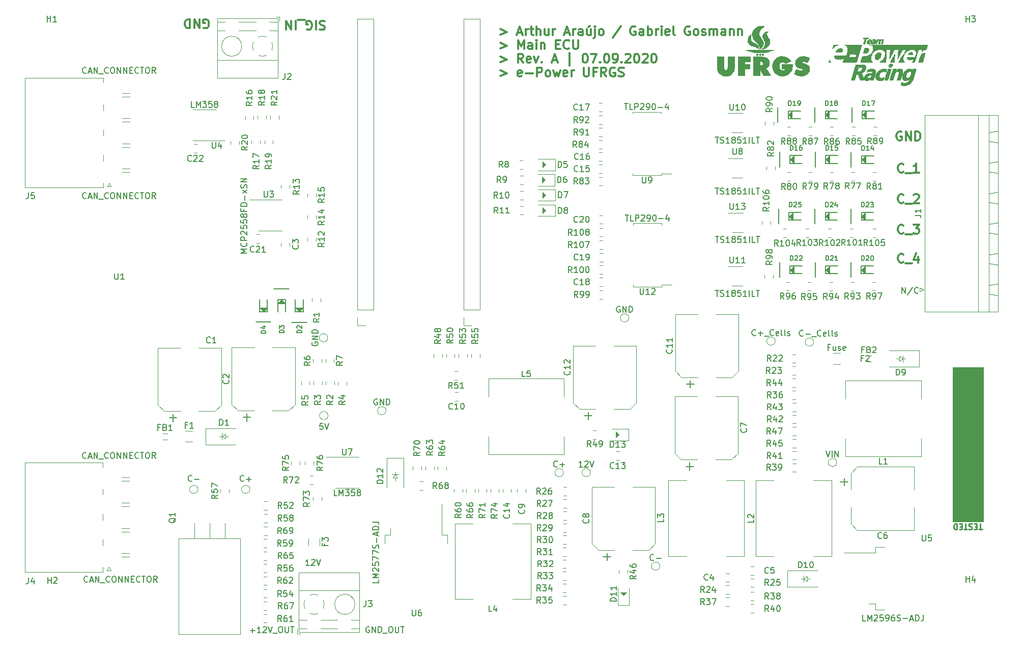
<source format=gbr>
G04 #@! TF.GenerationSoftware,KiCad,Pcbnew,(5.1.5)-3*
G04 #@! TF.CreationDate,2020-09-18T03:23:34-03:00*
G04 #@! TF.ProjectId,Main ECU,4d61696e-2045-4435-952e-6b696361645f,rev?*
G04 #@! TF.SameCoordinates,Original*
G04 #@! TF.FileFunction,Legend,Top*
G04 #@! TF.FilePolarity,Positive*
%FSLAX46Y46*%
G04 Gerber Fmt 4.6, Leading zero omitted, Abs format (unit mm)*
G04 Created by KiCad (PCBNEW (5.1.5)-3) date 2020-09-18 03:23:34*
%MOMM*%
%LPD*%
G04 APERTURE LIST*
%ADD10C,0.150000*%
%ADD11C,0.200000*%
%ADD12C,0.300000*%
%ADD13C,0.225000*%
%ADD14C,0.100000*%
%ADD15C,0.120000*%
%ADD16C,0.010000*%
G04 APERTURE END LIST*
D10*
X93607619Y-121515142D02*
X93560000Y-121562761D01*
X93417142Y-121610380D01*
X93321904Y-121610380D01*
X93179047Y-121562761D01*
X93083809Y-121467523D01*
X93036190Y-121372285D01*
X92988571Y-121181809D01*
X92988571Y-121038952D01*
X93036190Y-120848476D01*
X93083809Y-120753238D01*
X93179047Y-120658000D01*
X93321904Y-120610380D01*
X93417142Y-120610380D01*
X93560000Y-120658000D01*
X93607619Y-120705619D01*
X93988571Y-121324666D02*
X94464761Y-121324666D01*
X93893333Y-121610380D02*
X94226666Y-120610380D01*
X94560000Y-121610380D01*
X94893333Y-121610380D02*
X94893333Y-120610380D01*
X95464761Y-121610380D01*
X95464761Y-120610380D01*
X95702857Y-121705619D02*
X96464761Y-121705619D01*
X97274285Y-121515142D02*
X97226666Y-121562761D01*
X97083809Y-121610380D01*
X96988571Y-121610380D01*
X96845714Y-121562761D01*
X96750476Y-121467523D01*
X96702857Y-121372285D01*
X96655238Y-121181809D01*
X96655238Y-121038952D01*
X96702857Y-120848476D01*
X96750476Y-120753238D01*
X96845714Y-120658000D01*
X96988571Y-120610380D01*
X97083809Y-120610380D01*
X97226666Y-120658000D01*
X97274285Y-120705619D01*
X97893333Y-120610380D02*
X98083809Y-120610380D01*
X98179047Y-120658000D01*
X98274285Y-120753238D01*
X98321904Y-120943714D01*
X98321904Y-121277047D01*
X98274285Y-121467523D01*
X98179047Y-121562761D01*
X98083809Y-121610380D01*
X97893333Y-121610380D01*
X97798095Y-121562761D01*
X97702857Y-121467523D01*
X97655238Y-121277047D01*
X97655238Y-120943714D01*
X97702857Y-120753238D01*
X97798095Y-120658000D01*
X97893333Y-120610380D01*
X98750476Y-121610380D02*
X98750476Y-120610380D01*
X99321904Y-121610380D01*
X99321904Y-120610380D01*
X99798095Y-121610380D02*
X99798095Y-120610380D01*
X100369523Y-121610380D01*
X100369523Y-120610380D01*
X100845714Y-121086571D02*
X101179047Y-121086571D01*
X101321904Y-121610380D02*
X100845714Y-121610380D01*
X100845714Y-120610380D01*
X101321904Y-120610380D01*
X102321904Y-121515142D02*
X102274285Y-121562761D01*
X102131428Y-121610380D01*
X102036190Y-121610380D01*
X101893333Y-121562761D01*
X101798095Y-121467523D01*
X101750476Y-121372285D01*
X101702857Y-121181809D01*
X101702857Y-121038952D01*
X101750476Y-120848476D01*
X101798095Y-120753238D01*
X101893333Y-120658000D01*
X102036190Y-120610380D01*
X102131428Y-120610380D01*
X102274285Y-120658000D01*
X102321904Y-120705619D01*
X102607619Y-120610380D02*
X103179047Y-120610380D01*
X102893333Y-121610380D02*
X102893333Y-120610380D01*
X103702857Y-120610380D02*
X103893333Y-120610380D01*
X103988571Y-120658000D01*
X104083809Y-120753238D01*
X104131428Y-120943714D01*
X104131428Y-121277047D01*
X104083809Y-121467523D01*
X103988571Y-121562761D01*
X103893333Y-121610380D01*
X103702857Y-121610380D01*
X103607619Y-121562761D01*
X103512380Y-121467523D01*
X103464761Y-121277047D01*
X103464761Y-120943714D01*
X103512380Y-120753238D01*
X103607619Y-120658000D01*
X103702857Y-120610380D01*
X105131428Y-121610380D02*
X104798095Y-121134190D01*
X104560000Y-121610380D02*
X104560000Y-120610380D01*
X104940952Y-120610380D01*
X105036190Y-120658000D01*
X105083809Y-120705619D01*
X105131428Y-120800857D01*
X105131428Y-120943714D01*
X105083809Y-121038952D01*
X105036190Y-121086571D01*
X104940952Y-121134190D01*
X104560000Y-121134190D01*
X93861619Y-142089142D02*
X93814000Y-142136761D01*
X93671142Y-142184380D01*
X93575904Y-142184380D01*
X93433047Y-142136761D01*
X93337809Y-142041523D01*
X93290190Y-141946285D01*
X93242571Y-141755809D01*
X93242571Y-141612952D01*
X93290190Y-141422476D01*
X93337809Y-141327238D01*
X93433047Y-141232000D01*
X93575904Y-141184380D01*
X93671142Y-141184380D01*
X93814000Y-141232000D01*
X93861619Y-141279619D01*
X94242571Y-141898666D02*
X94718761Y-141898666D01*
X94147333Y-142184380D02*
X94480666Y-141184380D01*
X94814000Y-142184380D01*
X95147333Y-142184380D02*
X95147333Y-141184380D01*
X95718761Y-142184380D01*
X95718761Y-141184380D01*
X95956857Y-142279619D02*
X96718761Y-142279619D01*
X97528285Y-142089142D02*
X97480666Y-142136761D01*
X97337809Y-142184380D01*
X97242571Y-142184380D01*
X97099714Y-142136761D01*
X97004476Y-142041523D01*
X96956857Y-141946285D01*
X96909238Y-141755809D01*
X96909238Y-141612952D01*
X96956857Y-141422476D01*
X97004476Y-141327238D01*
X97099714Y-141232000D01*
X97242571Y-141184380D01*
X97337809Y-141184380D01*
X97480666Y-141232000D01*
X97528285Y-141279619D01*
X98147333Y-141184380D02*
X98337809Y-141184380D01*
X98433047Y-141232000D01*
X98528285Y-141327238D01*
X98575904Y-141517714D01*
X98575904Y-141851047D01*
X98528285Y-142041523D01*
X98433047Y-142136761D01*
X98337809Y-142184380D01*
X98147333Y-142184380D01*
X98052095Y-142136761D01*
X97956857Y-142041523D01*
X97909238Y-141851047D01*
X97909238Y-141517714D01*
X97956857Y-141327238D01*
X98052095Y-141232000D01*
X98147333Y-141184380D01*
X99004476Y-142184380D02*
X99004476Y-141184380D01*
X99575904Y-142184380D01*
X99575904Y-141184380D01*
X100052095Y-142184380D02*
X100052095Y-141184380D01*
X100623523Y-142184380D01*
X100623523Y-141184380D01*
X101099714Y-141660571D02*
X101433047Y-141660571D01*
X101575904Y-142184380D02*
X101099714Y-142184380D01*
X101099714Y-141184380D01*
X101575904Y-141184380D01*
X102575904Y-142089142D02*
X102528285Y-142136761D01*
X102385428Y-142184380D01*
X102290190Y-142184380D01*
X102147333Y-142136761D01*
X102052095Y-142041523D01*
X102004476Y-141946285D01*
X101956857Y-141755809D01*
X101956857Y-141612952D01*
X102004476Y-141422476D01*
X102052095Y-141327238D01*
X102147333Y-141232000D01*
X102290190Y-141184380D01*
X102385428Y-141184380D01*
X102528285Y-141232000D01*
X102575904Y-141279619D01*
X102861619Y-141184380D02*
X103433047Y-141184380D01*
X103147333Y-142184380D02*
X103147333Y-141184380D01*
X103956857Y-141184380D02*
X104147333Y-141184380D01*
X104242571Y-141232000D01*
X104337809Y-141327238D01*
X104385428Y-141517714D01*
X104385428Y-141851047D01*
X104337809Y-142041523D01*
X104242571Y-142136761D01*
X104147333Y-142184380D01*
X103956857Y-142184380D01*
X103861619Y-142136761D01*
X103766380Y-142041523D01*
X103718761Y-141851047D01*
X103718761Y-141517714D01*
X103766380Y-141327238D01*
X103861619Y-141232000D01*
X103956857Y-141184380D01*
X105385428Y-142184380D02*
X105052095Y-141708190D01*
X104814000Y-142184380D02*
X104814000Y-141184380D01*
X105194952Y-141184380D01*
X105290190Y-141232000D01*
X105337809Y-141279619D01*
X105385428Y-141374857D01*
X105385428Y-141517714D01*
X105337809Y-141612952D01*
X105290190Y-141660571D01*
X105194952Y-141708190D01*
X104814000Y-141708190D01*
X93607619Y-57507142D02*
X93560000Y-57554761D01*
X93417142Y-57602380D01*
X93321904Y-57602380D01*
X93179047Y-57554761D01*
X93083809Y-57459523D01*
X93036190Y-57364285D01*
X92988571Y-57173809D01*
X92988571Y-57030952D01*
X93036190Y-56840476D01*
X93083809Y-56745238D01*
X93179047Y-56650000D01*
X93321904Y-56602380D01*
X93417142Y-56602380D01*
X93560000Y-56650000D01*
X93607619Y-56697619D01*
X93988571Y-57316666D02*
X94464761Y-57316666D01*
X93893333Y-57602380D02*
X94226666Y-56602380D01*
X94560000Y-57602380D01*
X94893333Y-57602380D02*
X94893333Y-56602380D01*
X95464761Y-57602380D01*
X95464761Y-56602380D01*
X95702857Y-57697619D02*
X96464761Y-57697619D01*
X97274285Y-57507142D02*
X97226666Y-57554761D01*
X97083809Y-57602380D01*
X96988571Y-57602380D01*
X96845714Y-57554761D01*
X96750476Y-57459523D01*
X96702857Y-57364285D01*
X96655238Y-57173809D01*
X96655238Y-57030952D01*
X96702857Y-56840476D01*
X96750476Y-56745238D01*
X96845714Y-56650000D01*
X96988571Y-56602380D01*
X97083809Y-56602380D01*
X97226666Y-56650000D01*
X97274285Y-56697619D01*
X97893333Y-56602380D02*
X98083809Y-56602380D01*
X98179047Y-56650000D01*
X98274285Y-56745238D01*
X98321904Y-56935714D01*
X98321904Y-57269047D01*
X98274285Y-57459523D01*
X98179047Y-57554761D01*
X98083809Y-57602380D01*
X97893333Y-57602380D01*
X97798095Y-57554761D01*
X97702857Y-57459523D01*
X97655238Y-57269047D01*
X97655238Y-56935714D01*
X97702857Y-56745238D01*
X97798095Y-56650000D01*
X97893333Y-56602380D01*
X98750476Y-57602380D02*
X98750476Y-56602380D01*
X99321904Y-57602380D01*
X99321904Y-56602380D01*
X99798095Y-57602380D02*
X99798095Y-56602380D01*
X100369523Y-57602380D01*
X100369523Y-56602380D01*
X100845714Y-57078571D02*
X101179047Y-57078571D01*
X101321904Y-57602380D02*
X100845714Y-57602380D01*
X100845714Y-56602380D01*
X101321904Y-56602380D01*
X102321904Y-57507142D02*
X102274285Y-57554761D01*
X102131428Y-57602380D01*
X102036190Y-57602380D01*
X101893333Y-57554761D01*
X101798095Y-57459523D01*
X101750476Y-57364285D01*
X101702857Y-57173809D01*
X101702857Y-57030952D01*
X101750476Y-56840476D01*
X101798095Y-56745238D01*
X101893333Y-56650000D01*
X102036190Y-56602380D01*
X102131428Y-56602380D01*
X102274285Y-56650000D01*
X102321904Y-56697619D01*
X102607619Y-56602380D02*
X103179047Y-56602380D01*
X102893333Y-57602380D02*
X102893333Y-56602380D01*
X103702857Y-56602380D02*
X103893333Y-56602380D01*
X103988571Y-56650000D01*
X104083809Y-56745238D01*
X104131428Y-56935714D01*
X104131428Y-57269047D01*
X104083809Y-57459523D01*
X103988571Y-57554761D01*
X103893333Y-57602380D01*
X103702857Y-57602380D01*
X103607619Y-57554761D01*
X103512380Y-57459523D01*
X103464761Y-57269047D01*
X103464761Y-56935714D01*
X103512380Y-56745238D01*
X103607619Y-56650000D01*
X103702857Y-56602380D01*
X105131428Y-57602380D02*
X104798095Y-57126190D01*
X104560000Y-57602380D02*
X104560000Y-56602380D01*
X104940952Y-56602380D01*
X105036190Y-56650000D01*
X105083809Y-56697619D01*
X105131428Y-56792857D01*
X105131428Y-56935714D01*
X105083809Y-57030952D01*
X105036190Y-57078571D01*
X104940952Y-57126190D01*
X104560000Y-57126190D01*
X93607619Y-78335142D02*
X93560000Y-78382761D01*
X93417142Y-78430380D01*
X93321904Y-78430380D01*
X93179047Y-78382761D01*
X93083809Y-78287523D01*
X93036190Y-78192285D01*
X92988571Y-78001809D01*
X92988571Y-77858952D01*
X93036190Y-77668476D01*
X93083809Y-77573238D01*
X93179047Y-77478000D01*
X93321904Y-77430380D01*
X93417142Y-77430380D01*
X93560000Y-77478000D01*
X93607619Y-77525619D01*
X93988571Y-78144666D02*
X94464761Y-78144666D01*
X93893333Y-78430380D02*
X94226666Y-77430380D01*
X94560000Y-78430380D01*
X94893333Y-78430380D02*
X94893333Y-77430380D01*
X95464761Y-78430380D01*
X95464761Y-77430380D01*
X95702857Y-78525619D02*
X96464761Y-78525619D01*
X97274285Y-78335142D02*
X97226666Y-78382761D01*
X97083809Y-78430380D01*
X96988571Y-78430380D01*
X96845714Y-78382761D01*
X96750476Y-78287523D01*
X96702857Y-78192285D01*
X96655238Y-78001809D01*
X96655238Y-77858952D01*
X96702857Y-77668476D01*
X96750476Y-77573238D01*
X96845714Y-77478000D01*
X96988571Y-77430380D01*
X97083809Y-77430380D01*
X97226666Y-77478000D01*
X97274285Y-77525619D01*
X97893333Y-77430380D02*
X98083809Y-77430380D01*
X98179047Y-77478000D01*
X98274285Y-77573238D01*
X98321904Y-77763714D01*
X98321904Y-78097047D01*
X98274285Y-78287523D01*
X98179047Y-78382761D01*
X98083809Y-78430380D01*
X97893333Y-78430380D01*
X97798095Y-78382761D01*
X97702857Y-78287523D01*
X97655238Y-78097047D01*
X97655238Y-77763714D01*
X97702857Y-77573238D01*
X97798095Y-77478000D01*
X97893333Y-77430380D01*
X98750476Y-78430380D02*
X98750476Y-77430380D01*
X99321904Y-78430380D01*
X99321904Y-77430380D01*
X99798095Y-78430380D02*
X99798095Y-77430380D01*
X100369523Y-78430380D01*
X100369523Y-77430380D01*
X100845714Y-77906571D02*
X101179047Y-77906571D01*
X101321904Y-78430380D02*
X100845714Y-78430380D01*
X100845714Y-77430380D01*
X101321904Y-77430380D01*
X102321904Y-78335142D02*
X102274285Y-78382761D01*
X102131428Y-78430380D01*
X102036190Y-78430380D01*
X101893333Y-78382761D01*
X101798095Y-78287523D01*
X101750476Y-78192285D01*
X101702857Y-78001809D01*
X101702857Y-77858952D01*
X101750476Y-77668476D01*
X101798095Y-77573238D01*
X101893333Y-77478000D01*
X102036190Y-77430380D01*
X102131428Y-77430380D01*
X102274285Y-77478000D01*
X102321904Y-77525619D01*
X102607619Y-77430380D02*
X103179047Y-77430380D01*
X102893333Y-78430380D02*
X102893333Y-77430380D01*
X103702857Y-77430380D02*
X103893333Y-77430380D01*
X103988571Y-77478000D01*
X104083809Y-77573238D01*
X104131428Y-77763714D01*
X104131428Y-78097047D01*
X104083809Y-78287523D01*
X103988571Y-78382761D01*
X103893333Y-78430380D01*
X103702857Y-78430380D01*
X103607619Y-78382761D01*
X103512380Y-78287523D01*
X103464761Y-78097047D01*
X103464761Y-77763714D01*
X103512380Y-77573238D01*
X103607619Y-77478000D01*
X103702857Y-77430380D01*
X105131428Y-78430380D02*
X104798095Y-77954190D01*
X104560000Y-78430380D02*
X104560000Y-77430380D01*
X104940952Y-77430380D01*
X105036190Y-77478000D01*
X105083809Y-77525619D01*
X105131428Y-77620857D01*
X105131428Y-77763714D01*
X105083809Y-77858952D01*
X105036190Y-77906571D01*
X104940952Y-77954190D01*
X104560000Y-77954190D01*
D11*
X120888571Y-150185428D02*
X121650476Y-150185428D01*
X121269523Y-150566380D02*
X121269523Y-149804476D01*
X122650476Y-150566380D02*
X122079047Y-150566380D01*
X122364761Y-150566380D02*
X122364761Y-149566380D01*
X122269523Y-149709238D01*
X122174285Y-149804476D01*
X122079047Y-149852095D01*
X123031428Y-149661619D02*
X123079047Y-149614000D01*
X123174285Y-149566380D01*
X123412380Y-149566380D01*
X123507619Y-149614000D01*
X123555238Y-149661619D01*
X123602857Y-149756857D01*
X123602857Y-149852095D01*
X123555238Y-149994952D01*
X122983809Y-150566380D01*
X123602857Y-150566380D01*
X123888571Y-149566380D02*
X124221904Y-150566380D01*
X124555238Y-149566380D01*
X124650476Y-150661619D02*
X125412380Y-150661619D01*
X125840952Y-149566380D02*
X126031428Y-149566380D01*
X126126666Y-149614000D01*
X126221904Y-149709238D01*
X126269523Y-149899714D01*
X126269523Y-150233047D01*
X126221904Y-150423523D01*
X126126666Y-150518761D01*
X126031428Y-150566380D01*
X125840952Y-150566380D01*
X125745714Y-150518761D01*
X125650476Y-150423523D01*
X125602857Y-150233047D01*
X125602857Y-149899714D01*
X125650476Y-149709238D01*
X125745714Y-149614000D01*
X125840952Y-149566380D01*
X126698095Y-149566380D02*
X126698095Y-150375904D01*
X126745714Y-150471142D01*
X126793333Y-150518761D01*
X126888571Y-150566380D01*
X127079047Y-150566380D01*
X127174285Y-150518761D01*
X127221904Y-150471142D01*
X127269523Y-150375904D01*
X127269523Y-149566380D01*
X127602857Y-149566380D02*
X128174285Y-149566380D01*
X127888571Y-150566380D02*
X127888571Y-149566380D01*
X140684571Y-149614000D02*
X140589333Y-149566380D01*
X140446476Y-149566380D01*
X140303619Y-149614000D01*
X140208380Y-149709238D01*
X140160761Y-149804476D01*
X140113142Y-149994952D01*
X140113142Y-150137809D01*
X140160761Y-150328285D01*
X140208380Y-150423523D01*
X140303619Y-150518761D01*
X140446476Y-150566380D01*
X140541714Y-150566380D01*
X140684571Y-150518761D01*
X140732190Y-150471142D01*
X140732190Y-150137809D01*
X140541714Y-150137809D01*
X141160761Y-150566380D02*
X141160761Y-149566380D01*
X141732190Y-150566380D01*
X141732190Y-149566380D01*
X142208380Y-150566380D02*
X142208380Y-149566380D01*
X142446476Y-149566380D01*
X142589333Y-149614000D01*
X142684571Y-149709238D01*
X142732190Y-149804476D01*
X142779809Y-149994952D01*
X142779809Y-150137809D01*
X142732190Y-150328285D01*
X142684571Y-150423523D01*
X142589333Y-150518761D01*
X142446476Y-150566380D01*
X142208380Y-150566380D01*
X142970285Y-150661619D02*
X143732190Y-150661619D01*
X144160761Y-149566380D02*
X144351238Y-149566380D01*
X144446476Y-149614000D01*
X144541714Y-149709238D01*
X144589333Y-149899714D01*
X144589333Y-150233047D01*
X144541714Y-150423523D01*
X144446476Y-150518761D01*
X144351238Y-150566380D01*
X144160761Y-150566380D01*
X144065523Y-150518761D01*
X143970285Y-150423523D01*
X143922666Y-150233047D01*
X143922666Y-149899714D01*
X143970285Y-149709238D01*
X144065523Y-149614000D01*
X144160761Y-149566380D01*
X145017904Y-149566380D02*
X145017904Y-150375904D01*
X145065523Y-150471142D01*
X145113142Y-150518761D01*
X145208380Y-150566380D01*
X145398857Y-150566380D01*
X145494095Y-150518761D01*
X145541714Y-150471142D01*
X145589333Y-150375904D01*
X145589333Y-149566380D01*
X145922666Y-149566380D02*
X146494095Y-149566380D01*
X146208380Y-150566380D02*
X146208380Y-149566380D01*
D12*
X133298000Y-48922857D02*
X133083714Y-48851428D01*
X132726571Y-48851428D01*
X132583714Y-48922857D01*
X132512285Y-48994285D01*
X132440857Y-49137142D01*
X132440857Y-49280000D01*
X132512285Y-49422857D01*
X132583714Y-49494285D01*
X132726571Y-49565714D01*
X133012285Y-49637142D01*
X133155142Y-49708571D01*
X133226571Y-49780000D01*
X133298000Y-49922857D01*
X133298000Y-50065714D01*
X133226571Y-50208571D01*
X133155142Y-50280000D01*
X133012285Y-50351428D01*
X132655142Y-50351428D01*
X132440857Y-50280000D01*
X131798000Y-48851428D02*
X131798000Y-50351428D01*
X130298000Y-50280000D02*
X130440857Y-50351428D01*
X130655142Y-50351428D01*
X130869428Y-50280000D01*
X131012285Y-50137142D01*
X131083714Y-49994285D01*
X131155142Y-49708571D01*
X131155142Y-49494285D01*
X131083714Y-49208571D01*
X131012285Y-49065714D01*
X130869428Y-48922857D01*
X130655142Y-48851428D01*
X130512285Y-48851428D01*
X130298000Y-48922857D01*
X130226571Y-48994285D01*
X130226571Y-49494285D01*
X130512285Y-49494285D01*
X129940857Y-48708571D02*
X128798000Y-48708571D01*
X128440857Y-48851428D02*
X128440857Y-50351428D01*
X127726571Y-48851428D02*
X127726571Y-50351428D01*
X126869428Y-48851428D01*
X126869428Y-50351428D01*
X113156857Y-50026000D02*
X113299714Y-50097428D01*
X113514000Y-50097428D01*
X113728285Y-50026000D01*
X113871142Y-49883142D01*
X113942571Y-49740285D01*
X114014000Y-49454571D01*
X114014000Y-49240285D01*
X113942571Y-48954571D01*
X113871142Y-48811714D01*
X113728285Y-48668857D01*
X113514000Y-48597428D01*
X113371142Y-48597428D01*
X113156857Y-48668857D01*
X113085428Y-48740285D01*
X113085428Y-49240285D01*
X113371142Y-49240285D01*
X112442571Y-48597428D02*
X112442571Y-50097428D01*
X111585428Y-48597428D01*
X111585428Y-50097428D01*
X110871142Y-48597428D02*
X110871142Y-50097428D01*
X110514000Y-50097428D01*
X110299714Y-50026000D01*
X110156857Y-49883142D01*
X110085428Y-49740285D01*
X110014000Y-49454571D01*
X110014000Y-49240285D01*
X110085428Y-48954571D01*
X110156857Y-48811714D01*
X110299714Y-48668857D01*
X110514000Y-48597428D01*
X110871142Y-48597428D01*
D11*
X229322476Y-94178380D02*
X229322476Y-93178380D01*
X229893904Y-94178380D01*
X229893904Y-93178380D01*
X231084380Y-93130761D02*
X230227238Y-94416476D01*
X231989142Y-94083142D02*
X231941523Y-94130761D01*
X231798666Y-94178380D01*
X231703428Y-94178380D01*
X231560571Y-94130761D01*
X231465333Y-94035523D01*
X231417714Y-93940285D01*
X231370095Y-93749809D01*
X231370095Y-93606952D01*
X231417714Y-93416476D01*
X231465333Y-93321238D01*
X231560571Y-93226000D01*
X231703428Y-93178380D01*
X231798666Y-93178380D01*
X231941523Y-93226000D01*
X231989142Y-93273619D01*
D12*
X229556571Y-88927714D02*
X229485142Y-88999142D01*
X229270857Y-89070571D01*
X229128000Y-89070571D01*
X228913714Y-88999142D01*
X228770857Y-88856285D01*
X228699428Y-88713428D01*
X228628000Y-88427714D01*
X228628000Y-88213428D01*
X228699428Y-87927714D01*
X228770857Y-87784857D01*
X228913714Y-87642000D01*
X229128000Y-87570571D01*
X229270857Y-87570571D01*
X229485142Y-87642000D01*
X229556571Y-87713428D01*
X229842285Y-89213428D02*
X230985142Y-89213428D01*
X231985142Y-88070571D02*
X231985142Y-89070571D01*
X231628000Y-87499142D02*
X231270857Y-88570571D01*
X232199428Y-88570571D01*
X229556571Y-84101714D02*
X229485142Y-84173142D01*
X229270857Y-84244571D01*
X229128000Y-84244571D01*
X228913714Y-84173142D01*
X228770857Y-84030285D01*
X228699428Y-83887428D01*
X228628000Y-83601714D01*
X228628000Y-83387428D01*
X228699428Y-83101714D01*
X228770857Y-82958857D01*
X228913714Y-82816000D01*
X229128000Y-82744571D01*
X229270857Y-82744571D01*
X229485142Y-82816000D01*
X229556571Y-82887428D01*
X229842285Y-84387428D02*
X230985142Y-84387428D01*
X231199428Y-82744571D02*
X232128000Y-82744571D01*
X231628000Y-83316000D01*
X231842285Y-83316000D01*
X231985142Y-83387428D01*
X232056571Y-83458857D01*
X232128000Y-83601714D01*
X232128000Y-83958857D01*
X232056571Y-84101714D01*
X231985142Y-84173142D01*
X231842285Y-84244571D01*
X231413714Y-84244571D01*
X231270857Y-84173142D01*
X231199428Y-84101714D01*
X229556571Y-79021714D02*
X229485142Y-79093142D01*
X229270857Y-79164571D01*
X229128000Y-79164571D01*
X228913714Y-79093142D01*
X228770857Y-78950285D01*
X228699428Y-78807428D01*
X228628000Y-78521714D01*
X228628000Y-78307428D01*
X228699428Y-78021714D01*
X228770857Y-77878857D01*
X228913714Y-77736000D01*
X229128000Y-77664571D01*
X229270857Y-77664571D01*
X229485142Y-77736000D01*
X229556571Y-77807428D01*
X229842285Y-79307428D02*
X230985142Y-79307428D01*
X231270857Y-77807428D02*
X231342285Y-77736000D01*
X231485142Y-77664571D01*
X231842285Y-77664571D01*
X231985142Y-77736000D01*
X232056571Y-77807428D01*
X232128000Y-77950285D01*
X232128000Y-78093142D01*
X232056571Y-78307428D01*
X231199428Y-79164571D01*
X232128000Y-79164571D01*
X229556571Y-73941714D02*
X229485142Y-74013142D01*
X229270857Y-74084571D01*
X229128000Y-74084571D01*
X228913714Y-74013142D01*
X228770857Y-73870285D01*
X228699428Y-73727428D01*
X228628000Y-73441714D01*
X228628000Y-73227428D01*
X228699428Y-72941714D01*
X228770857Y-72798857D01*
X228913714Y-72656000D01*
X229128000Y-72584571D01*
X229270857Y-72584571D01*
X229485142Y-72656000D01*
X229556571Y-72727428D01*
X229842285Y-74227428D02*
X230985142Y-74227428D01*
X232128000Y-74084571D02*
X231270857Y-74084571D01*
X231699428Y-74084571D02*
X231699428Y-72584571D01*
X231556571Y-72798857D01*
X231413714Y-72941714D01*
X231270857Y-73013142D01*
X229235142Y-67322000D02*
X229092285Y-67250571D01*
X228878000Y-67250571D01*
X228663714Y-67322000D01*
X228520857Y-67464857D01*
X228449428Y-67607714D01*
X228378000Y-67893428D01*
X228378000Y-68107714D01*
X228449428Y-68393428D01*
X228520857Y-68536285D01*
X228663714Y-68679142D01*
X228878000Y-68750571D01*
X229020857Y-68750571D01*
X229235142Y-68679142D01*
X229306571Y-68607714D01*
X229306571Y-68107714D01*
X229020857Y-68107714D01*
X229949428Y-68750571D02*
X229949428Y-67250571D01*
X230806571Y-68750571D01*
X230806571Y-67250571D01*
X231520857Y-68750571D02*
X231520857Y-67250571D01*
X231878000Y-67250571D01*
X232092285Y-67322000D01*
X232235142Y-67464857D01*
X232306571Y-67607714D01*
X232378000Y-67893428D01*
X232378000Y-68107714D01*
X232306571Y-68393428D01*
X232235142Y-68536285D01*
X232092285Y-68679142D01*
X231878000Y-68750571D01*
X231520857Y-68750571D01*
X162453142Y-57132571D02*
X163596000Y-57561142D01*
X162453142Y-57989714D01*
X166024571Y-58061142D02*
X165881714Y-58132571D01*
X165596000Y-58132571D01*
X165453142Y-58061142D01*
X165381714Y-57918285D01*
X165381714Y-57346857D01*
X165453142Y-57204000D01*
X165596000Y-57132571D01*
X165881714Y-57132571D01*
X166024571Y-57204000D01*
X166096000Y-57346857D01*
X166096000Y-57489714D01*
X165381714Y-57632571D01*
X166738857Y-57561142D02*
X167881714Y-57561142D01*
X168596000Y-58132571D02*
X168596000Y-56632571D01*
X169167428Y-56632571D01*
X169310285Y-56704000D01*
X169381714Y-56775428D01*
X169453142Y-56918285D01*
X169453142Y-57132571D01*
X169381714Y-57275428D01*
X169310285Y-57346857D01*
X169167428Y-57418285D01*
X168596000Y-57418285D01*
X170310285Y-58132571D02*
X170167428Y-58061142D01*
X170096000Y-57989714D01*
X170024571Y-57846857D01*
X170024571Y-57418285D01*
X170096000Y-57275428D01*
X170167428Y-57204000D01*
X170310285Y-57132571D01*
X170524571Y-57132571D01*
X170667428Y-57204000D01*
X170738857Y-57275428D01*
X170810285Y-57418285D01*
X170810285Y-57846857D01*
X170738857Y-57989714D01*
X170667428Y-58061142D01*
X170524571Y-58132571D01*
X170310285Y-58132571D01*
X171310285Y-57132571D02*
X171596000Y-58132571D01*
X171881714Y-57418285D01*
X172167428Y-58132571D01*
X172453142Y-57132571D01*
X173596000Y-58061142D02*
X173453142Y-58132571D01*
X173167428Y-58132571D01*
X173024571Y-58061142D01*
X172953142Y-57918285D01*
X172953142Y-57346857D01*
X173024571Y-57204000D01*
X173167428Y-57132571D01*
X173453142Y-57132571D01*
X173596000Y-57204000D01*
X173667428Y-57346857D01*
X173667428Y-57489714D01*
X172953142Y-57632571D01*
X174310285Y-58132571D02*
X174310285Y-57132571D01*
X174310285Y-57418285D02*
X174381714Y-57275428D01*
X174453142Y-57204000D01*
X174596000Y-57132571D01*
X174738857Y-57132571D01*
X176381714Y-56632571D02*
X176381714Y-57846857D01*
X176453142Y-57989714D01*
X176524571Y-58061142D01*
X176667428Y-58132571D01*
X176953142Y-58132571D01*
X177096000Y-58061142D01*
X177167428Y-57989714D01*
X177238857Y-57846857D01*
X177238857Y-56632571D01*
X178453142Y-57346857D02*
X177953142Y-57346857D01*
X177953142Y-58132571D02*
X177953142Y-56632571D01*
X178667428Y-56632571D01*
X180096000Y-58132571D02*
X179596000Y-57418285D01*
X179238857Y-58132571D02*
X179238857Y-56632571D01*
X179810285Y-56632571D01*
X179953142Y-56704000D01*
X180024571Y-56775428D01*
X180096000Y-56918285D01*
X180096000Y-57132571D01*
X180024571Y-57275428D01*
X179953142Y-57346857D01*
X179810285Y-57418285D01*
X179238857Y-57418285D01*
X181524571Y-56704000D02*
X181381714Y-56632571D01*
X181167428Y-56632571D01*
X180953142Y-56704000D01*
X180810285Y-56846857D01*
X180738857Y-56989714D01*
X180667428Y-57275428D01*
X180667428Y-57489714D01*
X180738857Y-57775428D01*
X180810285Y-57918285D01*
X180953142Y-58061142D01*
X181167428Y-58132571D01*
X181310285Y-58132571D01*
X181524571Y-58061142D01*
X181596000Y-57989714D01*
X181596000Y-57489714D01*
X181310285Y-57489714D01*
X182167428Y-58061142D02*
X182381714Y-58132571D01*
X182738857Y-58132571D01*
X182881714Y-58061142D01*
X182953142Y-57989714D01*
X183024571Y-57846857D01*
X183024571Y-57704000D01*
X182953142Y-57561142D01*
X182881714Y-57489714D01*
X182738857Y-57418285D01*
X182453142Y-57346857D01*
X182310285Y-57275428D01*
X182238857Y-57204000D01*
X182167428Y-57061142D01*
X182167428Y-56918285D01*
X182238857Y-56775428D01*
X182310285Y-56704000D01*
X182453142Y-56632571D01*
X182810285Y-56632571D01*
X183024571Y-56704000D01*
D13*
X242637273Y-133386238D02*
X242094416Y-133386238D01*
X242365845Y-132436238D02*
X242365845Y-133386238D01*
X241777750Y-132933857D02*
X241461083Y-132933857D01*
X241325369Y-132436238D02*
X241777750Y-132436238D01*
X241777750Y-133386238D01*
X241325369Y-133386238D01*
X240963464Y-132481476D02*
X240827750Y-132436238D01*
X240601559Y-132436238D01*
X240511083Y-132481476D01*
X240465845Y-132526714D01*
X240420607Y-132617190D01*
X240420607Y-132707666D01*
X240465845Y-132798142D01*
X240511083Y-132843380D01*
X240601559Y-132888619D01*
X240782511Y-132933857D01*
X240872988Y-132979095D01*
X240918226Y-133024333D01*
X240963464Y-133114809D01*
X240963464Y-133205285D01*
X240918226Y-133295761D01*
X240872988Y-133341000D01*
X240782511Y-133386238D01*
X240556321Y-133386238D01*
X240420607Y-133341000D01*
X240149178Y-133386238D02*
X239606321Y-133386238D01*
X239877750Y-132436238D02*
X239877750Y-133386238D01*
X239289654Y-132933857D02*
X238972988Y-132933857D01*
X238837273Y-132436238D02*
X239289654Y-132436238D01*
X239289654Y-133386238D01*
X238837273Y-133386238D01*
X238430130Y-132436238D02*
X238430130Y-133386238D01*
X238203940Y-133386238D01*
X238068226Y-133341000D01*
X237977750Y-133250523D01*
X237932511Y-133160047D01*
X237887273Y-132979095D01*
X237887273Y-132843380D01*
X237932511Y-132662428D01*
X237977750Y-132571952D01*
X238068226Y-132481476D01*
X238203940Y-132436238D01*
X238430130Y-132436238D01*
D12*
X162453142Y-52560571D02*
X163596000Y-52989142D01*
X162453142Y-53417714D01*
X165453142Y-53560571D02*
X165453142Y-52060571D01*
X165953142Y-53132000D01*
X166453142Y-52060571D01*
X166453142Y-53560571D01*
X167810285Y-53560571D02*
X167810285Y-52774857D01*
X167738857Y-52632000D01*
X167596000Y-52560571D01*
X167310285Y-52560571D01*
X167167428Y-52632000D01*
X167810285Y-53489142D02*
X167667428Y-53560571D01*
X167310285Y-53560571D01*
X167167428Y-53489142D01*
X167096000Y-53346285D01*
X167096000Y-53203428D01*
X167167428Y-53060571D01*
X167310285Y-52989142D01*
X167667428Y-52989142D01*
X167810285Y-52917714D01*
X168524571Y-53560571D02*
X168524571Y-52560571D01*
X168524571Y-52060571D02*
X168453142Y-52132000D01*
X168524571Y-52203428D01*
X168596000Y-52132000D01*
X168524571Y-52060571D01*
X168524571Y-52203428D01*
X169238857Y-52560571D02*
X169238857Y-53560571D01*
X169238857Y-52703428D02*
X169310285Y-52632000D01*
X169453142Y-52560571D01*
X169667428Y-52560571D01*
X169810285Y-52632000D01*
X169881714Y-52774857D01*
X169881714Y-53560571D01*
X171738857Y-52774857D02*
X172238857Y-52774857D01*
X172453142Y-53560571D02*
X171738857Y-53560571D01*
X171738857Y-52060571D01*
X172453142Y-52060571D01*
X173953142Y-53417714D02*
X173881714Y-53489142D01*
X173667428Y-53560571D01*
X173524571Y-53560571D01*
X173310285Y-53489142D01*
X173167428Y-53346285D01*
X173096000Y-53203428D01*
X173024571Y-52917714D01*
X173024571Y-52703428D01*
X173096000Y-52417714D01*
X173167428Y-52274857D01*
X173310285Y-52132000D01*
X173524571Y-52060571D01*
X173667428Y-52060571D01*
X173881714Y-52132000D01*
X173953142Y-52203428D01*
X174596000Y-52060571D02*
X174596000Y-53274857D01*
X174667428Y-53417714D01*
X174738857Y-53489142D01*
X174881714Y-53560571D01*
X175167428Y-53560571D01*
X175310285Y-53489142D01*
X175381714Y-53417714D01*
X175453142Y-53274857D01*
X175453142Y-52060571D01*
X162453142Y-54846571D02*
X163596000Y-55275142D01*
X162453142Y-55703714D01*
X166310285Y-55846571D02*
X165810285Y-55132285D01*
X165453142Y-55846571D02*
X165453142Y-54346571D01*
X166024571Y-54346571D01*
X166167428Y-54418000D01*
X166238857Y-54489428D01*
X166310285Y-54632285D01*
X166310285Y-54846571D01*
X166238857Y-54989428D01*
X166167428Y-55060857D01*
X166024571Y-55132285D01*
X165453142Y-55132285D01*
X167524571Y-55775142D02*
X167381714Y-55846571D01*
X167096000Y-55846571D01*
X166953142Y-55775142D01*
X166881714Y-55632285D01*
X166881714Y-55060857D01*
X166953142Y-54918000D01*
X167096000Y-54846571D01*
X167381714Y-54846571D01*
X167524571Y-54918000D01*
X167596000Y-55060857D01*
X167596000Y-55203714D01*
X166881714Y-55346571D01*
X168096000Y-54846571D02*
X168453142Y-55846571D01*
X168810285Y-54846571D01*
X169381714Y-55703714D02*
X169453142Y-55775142D01*
X169381714Y-55846571D01*
X169310285Y-55775142D01*
X169381714Y-55703714D01*
X169381714Y-55846571D01*
X171167428Y-55418000D02*
X171881714Y-55418000D01*
X171024571Y-55846571D02*
X171524571Y-54346571D01*
X172024571Y-55846571D01*
X174024571Y-56346571D02*
X174024571Y-54203714D01*
X176524571Y-54346571D02*
X176667428Y-54346571D01*
X176810285Y-54418000D01*
X176881714Y-54489428D01*
X176953142Y-54632285D01*
X177024571Y-54918000D01*
X177024571Y-55275142D01*
X176953142Y-55560857D01*
X176881714Y-55703714D01*
X176810285Y-55775142D01*
X176667428Y-55846571D01*
X176524571Y-55846571D01*
X176381714Y-55775142D01*
X176310285Y-55703714D01*
X176238857Y-55560857D01*
X176167428Y-55275142D01*
X176167428Y-54918000D01*
X176238857Y-54632285D01*
X176310285Y-54489428D01*
X176381714Y-54418000D01*
X176524571Y-54346571D01*
X177524571Y-54346571D02*
X178524571Y-54346571D01*
X177881714Y-55846571D01*
X179096000Y-55703714D02*
X179167428Y-55775142D01*
X179096000Y-55846571D01*
X179024571Y-55775142D01*
X179096000Y-55703714D01*
X179096000Y-55846571D01*
X180096000Y-54346571D02*
X180238857Y-54346571D01*
X180381714Y-54418000D01*
X180453142Y-54489428D01*
X180524571Y-54632285D01*
X180596000Y-54918000D01*
X180596000Y-55275142D01*
X180524571Y-55560857D01*
X180453142Y-55703714D01*
X180381714Y-55775142D01*
X180238857Y-55846571D01*
X180096000Y-55846571D01*
X179953142Y-55775142D01*
X179881714Y-55703714D01*
X179810285Y-55560857D01*
X179738857Y-55275142D01*
X179738857Y-54918000D01*
X179810285Y-54632285D01*
X179881714Y-54489428D01*
X179953142Y-54418000D01*
X180096000Y-54346571D01*
X181310285Y-55846571D02*
X181596000Y-55846571D01*
X181738857Y-55775142D01*
X181810285Y-55703714D01*
X181953142Y-55489428D01*
X182024571Y-55203714D01*
X182024571Y-54632285D01*
X181953142Y-54489428D01*
X181881714Y-54418000D01*
X181738857Y-54346571D01*
X181453142Y-54346571D01*
X181310285Y-54418000D01*
X181238857Y-54489428D01*
X181167428Y-54632285D01*
X181167428Y-54989428D01*
X181238857Y-55132285D01*
X181310285Y-55203714D01*
X181453142Y-55275142D01*
X181738857Y-55275142D01*
X181881714Y-55203714D01*
X181953142Y-55132285D01*
X182024571Y-54989428D01*
X182667428Y-55703714D02*
X182738857Y-55775142D01*
X182667428Y-55846571D01*
X182596000Y-55775142D01*
X182667428Y-55703714D01*
X182667428Y-55846571D01*
X183310285Y-54489428D02*
X183381714Y-54418000D01*
X183524571Y-54346571D01*
X183881714Y-54346571D01*
X184024571Y-54418000D01*
X184096000Y-54489428D01*
X184167428Y-54632285D01*
X184167428Y-54775142D01*
X184096000Y-54989428D01*
X183238857Y-55846571D01*
X184167428Y-55846571D01*
X185096000Y-54346571D02*
X185238857Y-54346571D01*
X185381714Y-54418000D01*
X185453142Y-54489428D01*
X185524571Y-54632285D01*
X185596000Y-54918000D01*
X185596000Y-55275142D01*
X185524571Y-55560857D01*
X185453142Y-55703714D01*
X185381714Y-55775142D01*
X185238857Y-55846571D01*
X185096000Y-55846571D01*
X184953142Y-55775142D01*
X184881714Y-55703714D01*
X184810285Y-55560857D01*
X184738857Y-55275142D01*
X184738857Y-54918000D01*
X184810285Y-54632285D01*
X184881714Y-54489428D01*
X184953142Y-54418000D01*
X185096000Y-54346571D01*
X186167428Y-54489428D02*
X186238857Y-54418000D01*
X186381714Y-54346571D01*
X186738857Y-54346571D01*
X186881714Y-54418000D01*
X186953142Y-54489428D01*
X187024571Y-54632285D01*
X187024571Y-54775142D01*
X186953142Y-54989428D01*
X186096000Y-55846571D01*
X187024571Y-55846571D01*
X187953142Y-54346571D02*
X188096000Y-54346571D01*
X188238857Y-54418000D01*
X188310285Y-54489428D01*
X188381714Y-54632285D01*
X188453142Y-54918000D01*
X188453142Y-55275142D01*
X188381714Y-55560857D01*
X188310285Y-55703714D01*
X188238857Y-55775142D01*
X188096000Y-55846571D01*
X187953142Y-55846571D01*
X187810285Y-55775142D01*
X187738857Y-55703714D01*
X187667428Y-55560857D01*
X187596000Y-55275142D01*
X187596000Y-54918000D01*
X187667428Y-54632285D01*
X187738857Y-54489428D01*
X187810285Y-54418000D01*
X187953142Y-54346571D01*
X162453142Y-50274571D02*
X163596000Y-50703142D01*
X162453142Y-51131714D01*
X165381714Y-50846000D02*
X166096000Y-50846000D01*
X165238857Y-51274571D02*
X165738857Y-49774571D01*
X166238857Y-51274571D01*
X166738857Y-51274571D02*
X166738857Y-50274571D01*
X166738857Y-50560285D02*
X166810285Y-50417428D01*
X166881714Y-50346000D01*
X167024571Y-50274571D01*
X167167428Y-50274571D01*
X167453142Y-50274571D02*
X168024571Y-50274571D01*
X167667428Y-49774571D02*
X167667428Y-51060285D01*
X167738857Y-51203142D01*
X167881714Y-51274571D01*
X168024571Y-51274571D01*
X168524571Y-51274571D02*
X168524571Y-49774571D01*
X169167428Y-51274571D02*
X169167428Y-50488857D01*
X169096000Y-50346000D01*
X168953142Y-50274571D01*
X168738857Y-50274571D01*
X168596000Y-50346000D01*
X168524571Y-50417428D01*
X170524571Y-50274571D02*
X170524571Y-51274571D01*
X169881714Y-50274571D02*
X169881714Y-51060285D01*
X169953142Y-51203142D01*
X170096000Y-51274571D01*
X170310285Y-51274571D01*
X170453142Y-51203142D01*
X170524571Y-51131714D01*
X171238857Y-51274571D02*
X171238857Y-50274571D01*
X171238857Y-50560285D02*
X171310285Y-50417428D01*
X171381714Y-50346000D01*
X171524571Y-50274571D01*
X171667428Y-50274571D01*
X173238857Y-50846000D02*
X173953142Y-50846000D01*
X173096000Y-51274571D02*
X173596000Y-49774571D01*
X174096000Y-51274571D01*
X174596000Y-51274571D02*
X174596000Y-50274571D01*
X174596000Y-50560285D02*
X174667428Y-50417428D01*
X174738857Y-50346000D01*
X174881714Y-50274571D01*
X175024571Y-50274571D01*
X176167428Y-51274571D02*
X176167428Y-50488857D01*
X176096000Y-50346000D01*
X175953142Y-50274571D01*
X175667428Y-50274571D01*
X175524571Y-50346000D01*
X176167428Y-51203142D02*
X176024571Y-51274571D01*
X175667428Y-51274571D01*
X175524571Y-51203142D01*
X175453142Y-51060285D01*
X175453142Y-50917428D01*
X175524571Y-50774571D01*
X175667428Y-50703142D01*
X176024571Y-50703142D01*
X176167428Y-50631714D01*
X177524571Y-50274571D02*
X177524571Y-51274571D01*
X176881714Y-50274571D02*
X176881714Y-51060285D01*
X176953142Y-51203142D01*
X177096000Y-51274571D01*
X177310285Y-51274571D01*
X177453142Y-51203142D01*
X177524571Y-51131714D01*
X177381714Y-49703142D02*
X177167428Y-49917428D01*
X178238857Y-50274571D02*
X178238857Y-51560285D01*
X178167428Y-51703142D01*
X178024571Y-51774571D01*
X177953142Y-51774571D01*
X178238857Y-49774571D02*
X178167428Y-49846000D01*
X178238857Y-49917428D01*
X178310285Y-49846000D01*
X178238857Y-49774571D01*
X178238857Y-49917428D01*
X179167428Y-51274571D02*
X179024571Y-51203142D01*
X178953142Y-51131714D01*
X178881714Y-50988857D01*
X178881714Y-50560285D01*
X178953142Y-50417428D01*
X179024571Y-50346000D01*
X179167428Y-50274571D01*
X179381714Y-50274571D01*
X179524571Y-50346000D01*
X179596000Y-50417428D01*
X179667428Y-50560285D01*
X179667428Y-50988857D01*
X179596000Y-51131714D01*
X179524571Y-51203142D01*
X179381714Y-51274571D01*
X179167428Y-51274571D01*
X182524571Y-49703142D02*
X181238857Y-51631714D01*
X184953142Y-49846000D02*
X184810285Y-49774571D01*
X184596000Y-49774571D01*
X184381714Y-49846000D01*
X184238857Y-49988857D01*
X184167428Y-50131714D01*
X184096000Y-50417428D01*
X184096000Y-50631714D01*
X184167428Y-50917428D01*
X184238857Y-51060285D01*
X184381714Y-51203142D01*
X184596000Y-51274571D01*
X184738857Y-51274571D01*
X184953142Y-51203142D01*
X185024571Y-51131714D01*
X185024571Y-50631714D01*
X184738857Y-50631714D01*
X186310285Y-51274571D02*
X186310285Y-50488857D01*
X186238857Y-50346000D01*
X186096000Y-50274571D01*
X185810285Y-50274571D01*
X185667428Y-50346000D01*
X186310285Y-51203142D02*
X186167428Y-51274571D01*
X185810285Y-51274571D01*
X185667428Y-51203142D01*
X185596000Y-51060285D01*
X185596000Y-50917428D01*
X185667428Y-50774571D01*
X185810285Y-50703142D01*
X186167428Y-50703142D01*
X186310285Y-50631714D01*
X187024571Y-51274571D02*
X187024571Y-49774571D01*
X187024571Y-50346000D02*
X187167428Y-50274571D01*
X187453142Y-50274571D01*
X187596000Y-50346000D01*
X187667428Y-50417428D01*
X187738857Y-50560285D01*
X187738857Y-50988857D01*
X187667428Y-51131714D01*
X187596000Y-51203142D01*
X187453142Y-51274571D01*
X187167428Y-51274571D01*
X187024571Y-51203142D01*
X188381714Y-51274571D02*
X188381714Y-50274571D01*
X188381714Y-50560285D02*
X188453142Y-50417428D01*
X188524571Y-50346000D01*
X188667428Y-50274571D01*
X188810285Y-50274571D01*
X189310285Y-51274571D02*
X189310285Y-50274571D01*
X189310285Y-49774571D02*
X189238857Y-49846000D01*
X189310285Y-49917428D01*
X189381714Y-49846000D01*
X189310285Y-49774571D01*
X189310285Y-49917428D01*
X190596000Y-51203142D02*
X190453142Y-51274571D01*
X190167428Y-51274571D01*
X190024571Y-51203142D01*
X189953142Y-51060285D01*
X189953142Y-50488857D01*
X190024571Y-50346000D01*
X190167428Y-50274571D01*
X190453142Y-50274571D01*
X190596000Y-50346000D01*
X190667428Y-50488857D01*
X190667428Y-50631714D01*
X189953142Y-50774571D01*
X191524571Y-51274571D02*
X191381714Y-51203142D01*
X191310285Y-51060285D01*
X191310285Y-49774571D01*
X194024571Y-49846000D02*
X193881714Y-49774571D01*
X193667428Y-49774571D01*
X193453142Y-49846000D01*
X193310285Y-49988857D01*
X193238857Y-50131714D01*
X193167428Y-50417428D01*
X193167428Y-50631714D01*
X193238857Y-50917428D01*
X193310285Y-51060285D01*
X193453142Y-51203142D01*
X193667428Y-51274571D01*
X193810285Y-51274571D01*
X194024571Y-51203142D01*
X194096000Y-51131714D01*
X194096000Y-50631714D01*
X193810285Y-50631714D01*
X194953142Y-51274571D02*
X194810285Y-51203142D01*
X194738857Y-51131714D01*
X194667428Y-50988857D01*
X194667428Y-50560285D01*
X194738857Y-50417428D01*
X194810285Y-50346000D01*
X194953142Y-50274571D01*
X195167428Y-50274571D01*
X195310285Y-50346000D01*
X195381714Y-50417428D01*
X195453142Y-50560285D01*
X195453142Y-50988857D01*
X195381714Y-51131714D01*
X195310285Y-51203142D01*
X195167428Y-51274571D01*
X194953142Y-51274571D01*
X196024571Y-51203142D02*
X196167428Y-51274571D01*
X196453142Y-51274571D01*
X196596000Y-51203142D01*
X196667428Y-51060285D01*
X196667428Y-50988857D01*
X196596000Y-50846000D01*
X196453142Y-50774571D01*
X196238857Y-50774571D01*
X196096000Y-50703142D01*
X196024571Y-50560285D01*
X196024571Y-50488857D01*
X196096000Y-50346000D01*
X196238857Y-50274571D01*
X196453142Y-50274571D01*
X196596000Y-50346000D01*
X197310285Y-51274571D02*
X197310285Y-50274571D01*
X197310285Y-50417428D02*
X197381714Y-50346000D01*
X197524571Y-50274571D01*
X197738857Y-50274571D01*
X197881714Y-50346000D01*
X197953142Y-50488857D01*
X197953142Y-51274571D01*
X197953142Y-50488857D02*
X198024571Y-50346000D01*
X198167428Y-50274571D01*
X198381714Y-50274571D01*
X198524571Y-50346000D01*
X198596000Y-50488857D01*
X198596000Y-51274571D01*
X199953142Y-51274571D02*
X199953142Y-50488857D01*
X199881714Y-50346000D01*
X199738857Y-50274571D01*
X199453142Y-50274571D01*
X199310285Y-50346000D01*
X199953142Y-51203142D02*
X199810285Y-51274571D01*
X199453142Y-51274571D01*
X199310285Y-51203142D01*
X199238857Y-51060285D01*
X199238857Y-50917428D01*
X199310285Y-50774571D01*
X199453142Y-50703142D01*
X199810285Y-50703142D01*
X199953142Y-50631714D01*
X200667428Y-50274571D02*
X200667428Y-51274571D01*
X200667428Y-50417428D02*
X200738857Y-50346000D01*
X200881714Y-50274571D01*
X201096000Y-50274571D01*
X201238857Y-50346000D01*
X201310285Y-50488857D01*
X201310285Y-51274571D01*
X202024571Y-50274571D02*
X202024571Y-51274571D01*
X202024571Y-50417428D02*
X202096000Y-50346000D01*
X202238857Y-50274571D01*
X202453142Y-50274571D01*
X202596000Y-50346000D01*
X202667428Y-50488857D01*
X202667428Y-51274571D01*
D14*
G36*
X242874000Y-132104000D02*
G01*
X237794000Y-132104000D01*
X237794000Y-106450000D01*
X242874000Y-106450000D01*
X242874000Y-132104000D01*
G37*
X242874000Y-132104000D02*
X237794000Y-132104000D01*
X237794000Y-106450000D01*
X242874000Y-106450000D01*
X242874000Y-132104000D01*
D15*
X97134400Y-76361600D02*
X97434400Y-75761600D01*
X97734400Y-76361600D02*
X97134400Y-76361600D01*
X97434400Y-75761600D02*
X97734400Y-76361600D01*
X96434400Y-63751600D02*
X96434400Y-62771600D01*
X96434400Y-67951600D02*
X96434400Y-66971600D01*
X96434400Y-72151600D02*
X96434400Y-71171600D01*
X99544400Y-60861600D02*
X100824400Y-60861600D01*
X99544400Y-61461600D02*
X100824400Y-61461600D01*
X99544400Y-65061600D02*
X100824400Y-65061600D01*
X99544400Y-65661600D02*
X100824400Y-65661600D01*
X99544400Y-69261600D02*
X100824400Y-69261600D01*
X99544400Y-69861600D02*
X100824400Y-69861600D01*
X99544400Y-73461600D02*
X100824400Y-73461600D01*
X99544400Y-74061600D02*
X100824400Y-74061600D01*
X83424400Y-58351600D02*
X83424400Y-67461600D01*
X96444400Y-58351600D02*
X83424400Y-58351600D01*
X96444400Y-59161600D02*
X96444400Y-58351600D01*
X83424400Y-76571600D02*
X83424400Y-67461600D01*
X96444400Y-76571600D02*
X83424400Y-76571600D01*
X96444400Y-75761600D02*
X96444400Y-76571600D01*
X97083600Y-140268000D02*
X97383600Y-139668000D01*
X97683600Y-140268000D02*
X97083600Y-140268000D01*
X97383600Y-139668000D02*
X97683600Y-140268000D01*
X96383600Y-127658000D02*
X96383600Y-126678000D01*
X96383600Y-131858000D02*
X96383600Y-130878000D01*
X96383600Y-136058000D02*
X96383600Y-135078000D01*
X99493600Y-124768000D02*
X100773600Y-124768000D01*
X99493600Y-125368000D02*
X100773600Y-125368000D01*
X99493600Y-128968000D02*
X100773600Y-128968000D01*
X99493600Y-129568000D02*
X100773600Y-129568000D01*
X99493600Y-133168000D02*
X100773600Y-133168000D01*
X99493600Y-133768000D02*
X100773600Y-133768000D01*
X99493600Y-137368000D02*
X100773600Y-137368000D01*
X99493600Y-137968000D02*
X100773600Y-137968000D01*
X83373600Y-122258000D02*
X83373600Y-131368000D01*
X96393600Y-122258000D02*
X83373600Y-122258000D01*
X96393600Y-123068000D02*
X96393600Y-122258000D01*
X83373600Y-140478000D02*
X83373600Y-131368000D01*
X96393600Y-140478000D02*
X83373600Y-140478000D01*
X96393600Y-139668000D02*
X96393600Y-140478000D01*
X183854320Y-98242120D02*
G75*
G03X183854320Y-98242120I-700000J0D01*
G01*
X143473400Y-113659920D02*
G75*
G03X143473400Y-113659920I-700000J0D01*
G01*
X223417900Y-105511380D02*
X224179900Y-105513380D01*
X223417900Y-104495380D02*
X224179900Y-104495380D01*
X106324780Y-118434780D02*
X107086780Y-118436780D01*
X106324780Y-117418780D02*
X107086780Y-117418780D01*
X130593620Y-134872076D02*
X130593620Y-136076204D01*
X132413620Y-134872076D02*
X132413620Y-136076204D01*
X219051724Y-104103540D02*
X217847596Y-104103540D01*
X219051724Y-105923540D02*
X217847596Y-105923540D01*
X112018578Y-69394000D02*
X111501422Y-69394000D01*
X112018578Y-70814000D02*
X111501422Y-70814000D01*
X121915422Y-85800000D02*
X122432578Y-85800000D01*
X121915422Y-84380000D02*
X122432578Y-84380000D01*
D16*
G36*
X230639118Y-56836381D02*
G01*
X230766944Y-56863955D01*
X230872406Y-56916510D01*
X230949040Y-56992525D01*
X230958452Y-57007192D01*
X230989877Y-57056534D01*
X231009069Y-57073316D01*
X231023668Y-57062353D01*
X231029554Y-57052005D01*
X231048856Y-57002938D01*
X231065094Y-56943625D01*
X231079863Y-56874833D01*
X231366196Y-56874833D01*
X231486208Y-56875741D01*
X231568794Y-56878776D01*
X231618831Y-56884405D01*
X231641195Y-56893093D01*
X231642979Y-56901291D01*
X231634449Y-56928142D01*
X231615489Y-56989727D01*
X231587865Y-57080244D01*
X231553345Y-57193889D01*
X231513696Y-57324859D01*
X231480214Y-57435750D01*
X231437297Y-57577359D01*
X231397560Y-57707187D01*
X231362883Y-57819189D01*
X231335148Y-57907322D01*
X231316235Y-57965542D01*
X231308913Y-57986083D01*
X231288929Y-58041213D01*
X231277101Y-58081333D01*
X231244666Y-58197358D01*
X231204337Y-58328018D01*
X231159619Y-58463196D01*
X231114015Y-58592771D01*
X231071031Y-58706624D01*
X231034168Y-58794636D01*
X231019736Y-58824619D01*
X230889020Y-59033572D01*
X230729557Y-59211677D01*
X230542197Y-59358353D01*
X230327791Y-59473019D01*
X230087189Y-59555095D01*
X229892513Y-59594547D01*
X229773260Y-59611390D01*
X229681048Y-59620554D01*
X229601283Y-59622006D01*
X229519368Y-59615717D01*
X229420710Y-59601655D01*
X229370915Y-59593449D01*
X229282237Y-59577027D01*
X229202897Y-59559675D01*
X229147734Y-59544695D01*
X229141158Y-59542369D01*
X229115755Y-59531989D01*
X229099673Y-59519159D01*
X229093423Y-59497241D01*
X229097514Y-59459599D01*
X229112454Y-59399594D01*
X229138753Y-59310590D01*
X229165684Y-59222620D01*
X229221393Y-59040990D01*
X229344150Y-59102332D01*
X229517363Y-59167566D01*
X229696796Y-59196182D01*
X229875656Y-59189159D01*
X230047152Y-59147478D01*
X230204490Y-59072120D01*
X230340878Y-58964064D01*
X230347284Y-58957555D01*
X230439876Y-58839250D01*
X230517091Y-58695429D01*
X230565095Y-58561100D01*
X230575976Y-58522490D01*
X230579634Y-58500488D01*
X230570538Y-58496763D01*
X230543152Y-58512987D01*
X230491943Y-58550829D01*
X230421216Y-58604520D01*
X230300410Y-58677435D01*
X230159722Y-58732709D01*
X230011110Y-58767758D01*
X229866529Y-58779999D01*
X229737937Y-58766849D01*
X229707724Y-58758678D01*
X229574689Y-58700463D01*
X229475050Y-58619046D01*
X229407182Y-58512009D01*
X229369461Y-58376936D01*
X229359883Y-58241308D01*
X229361367Y-58134119D01*
X229367721Y-58051021D01*
X229374003Y-58016854D01*
X229961526Y-58016854D01*
X229968215Y-58137834D01*
X230006697Y-58234326D01*
X230072442Y-58303585D01*
X230160919Y-58342866D01*
X230267598Y-58349422D01*
X230387948Y-58320509D01*
X230431766Y-58301832D01*
X230556808Y-58219429D01*
X230664015Y-58100034D01*
X230752041Y-57945645D01*
X230819538Y-57758261D01*
X230833071Y-57706395D01*
X230855996Y-57576508D01*
X230853207Y-57474136D01*
X230823751Y-57392459D01*
X230781794Y-57338871D01*
X230698829Y-57283694D01*
X230599909Y-57262453D01*
X230491750Y-57273331D01*
X230381064Y-57314510D01*
X230274565Y-57384174D01*
X230178965Y-57480504D01*
X230158170Y-57507691D01*
X230091210Y-57618091D01*
X230032020Y-57748749D01*
X229987048Y-57882963D01*
X229962745Y-58004032D01*
X229961526Y-58016854D01*
X229374003Y-58016854D01*
X229381792Y-57974501D01*
X229406432Y-57887043D01*
X229428710Y-57818311D01*
X229523861Y-57585916D01*
X229645344Y-57378749D01*
X229790212Y-57199894D01*
X229955522Y-57052432D01*
X230138328Y-56939444D01*
X230335686Y-56864014D01*
X230342225Y-56862251D01*
X230495390Y-56835306D01*
X230639118Y-56836381D01*
G37*
X230639118Y-56836381D02*
X230766944Y-56863955D01*
X230872406Y-56916510D01*
X230949040Y-56992525D01*
X230958452Y-57007192D01*
X230989877Y-57056534D01*
X231009069Y-57073316D01*
X231023668Y-57062353D01*
X231029554Y-57052005D01*
X231048856Y-57002938D01*
X231065094Y-56943625D01*
X231079863Y-56874833D01*
X231366196Y-56874833D01*
X231486208Y-56875741D01*
X231568794Y-56878776D01*
X231618831Y-56884405D01*
X231641195Y-56893093D01*
X231642979Y-56901291D01*
X231634449Y-56928142D01*
X231615489Y-56989727D01*
X231587865Y-57080244D01*
X231553345Y-57193889D01*
X231513696Y-57324859D01*
X231480214Y-57435750D01*
X231437297Y-57577359D01*
X231397560Y-57707187D01*
X231362883Y-57819189D01*
X231335148Y-57907322D01*
X231316235Y-57965542D01*
X231308913Y-57986083D01*
X231288929Y-58041213D01*
X231277101Y-58081333D01*
X231244666Y-58197358D01*
X231204337Y-58328018D01*
X231159619Y-58463196D01*
X231114015Y-58592771D01*
X231071031Y-58706624D01*
X231034168Y-58794636D01*
X231019736Y-58824619D01*
X230889020Y-59033572D01*
X230729557Y-59211677D01*
X230542197Y-59358353D01*
X230327791Y-59473019D01*
X230087189Y-59555095D01*
X229892513Y-59594547D01*
X229773260Y-59611390D01*
X229681048Y-59620554D01*
X229601283Y-59622006D01*
X229519368Y-59615717D01*
X229420710Y-59601655D01*
X229370915Y-59593449D01*
X229282237Y-59577027D01*
X229202897Y-59559675D01*
X229147734Y-59544695D01*
X229141158Y-59542369D01*
X229115755Y-59531989D01*
X229099673Y-59519159D01*
X229093423Y-59497241D01*
X229097514Y-59459599D01*
X229112454Y-59399594D01*
X229138753Y-59310590D01*
X229165684Y-59222620D01*
X229221393Y-59040990D01*
X229344150Y-59102332D01*
X229517363Y-59167566D01*
X229696796Y-59196182D01*
X229875656Y-59189159D01*
X230047152Y-59147478D01*
X230204490Y-59072120D01*
X230340878Y-58964064D01*
X230347284Y-58957555D01*
X230439876Y-58839250D01*
X230517091Y-58695429D01*
X230565095Y-58561100D01*
X230575976Y-58522490D01*
X230579634Y-58500488D01*
X230570538Y-58496763D01*
X230543152Y-58512987D01*
X230491943Y-58550829D01*
X230421216Y-58604520D01*
X230300410Y-58677435D01*
X230159722Y-58732709D01*
X230011110Y-58767758D01*
X229866529Y-58779999D01*
X229737937Y-58766849D01*
X229707724Y-58758678D01*
X229574689Y-58700463D01*
X229475050Y-58619046D01*
X229407182Y-58512009D01*
X229369461Y-58376936D01*
X229359883Y-58241308D01*
X229361367Y-58134119D01*
X229367721Y-58051021D01*
X229374003Y-58016854D01*
X229961526Y-58016854D01*
X229968215Y-58137834D01*
X230006697Y-58234326D01*
X230072442Y-58303585D01*
X230160919Y-58342866D01*
X230267598Y-58349422D01*
X230387948Y-58320509D01*
X230431766Y-58301832D01*
X230556808Y-58219429D01*
X230664015Y-58100034D01*
X230752041Y-57945645D01*
X230819538Y-57758261D01*
X230833071Y-57706395D01*
X230855996Y-57576508D01*
X230853207Y-57474136D01*
X230823751Y-57392459D01*
X230781794Y-57338871D01*
X230698829Y-57283694D01*
X230599909Y-57262453D01*
X230491750Y-57273331D01*
X230381064Y-57314510D01*
X230274565Y-57384174D01*
X230178965Y-57480504D01*
X230158170Y-57507691D01*
X230091210Y-57618091D01*
X230032020Y-57748749D01*
X229987048Y-57882963D01*
X229962745Y-58004032D01*
X229961526Y-58016854D01*
X229374003Y-58016854D01*
X229381792Y-57974501D01*
X229406432Y-57887043D01*
X229428710Y-57818311D01*
X229523861Y-57585916D01*
X229645344Y-57378749D01*
X229790212Y-57199894D01*
X229955522Y-57052432D01*
X230138328Y-56939444D01*
X230335686Y-56864014D01*
X230342225Y-56862251D01*
X230495390Y-56835306D01*
X230639118Y-56836381D01*
G36*
X224491020Y-56845157D02*
G01*
X224638318Y-56882041D01*
X224757036Y-56941515D01*
X224843693Y-57021946D01*
X224887332Y-57099591D01*
X224909664Y-57199836D01*
X224913692Y-57327483D01*
X224900150Y-57472122D01*
X224869767Y-57623342D01*
X224844406Y-57710916D01*
X224811108Y-57813605D01*
X224781804Y-57905258D01*
X224752600Y-57998306D01*
X224719598Y-58105180D01*
X224678902Y-58238308D01*
X224671912Y-58261250D01*
X224639531Y-58366338D01*
X224605220Y-58475752D01*
X224575210Y-58569665D01*
X224568803Y-58589333D01*
X224523721Y-58726916D01*
X224265277Y-58732859D01*
X224152476Y-58735331D01*
X224076354Y-58734145D01*
X224031254Y-58725573D01*
X224011521Y-58705890D01*
X224011501Y-58671369D01*
X224025537Y-58618283D01*
X224036511Y-58582114D01*
X224052684Y-58516259D01*
X224049777Y-58487726D01*
X224027186Y-58495746D01*
X223994238Y-58528297D01*
X223884507Y-58623255D01*
X223749777Y-58697935D01*
X223600502Y-58749493D01*
X223447135Y-58775088D01*
X223300130Y-58771877D01*
X223192856Y-58746193D01*
X223088715Y-58691836D01*
X223018643Y-58615966D01*
X222981070Y-58515706D01*
X222974425Y-58388175D01*
X222977452Y-58351308D01*
X223006419Y-58223008D01*
X223541245Y-58223008D01*
X223551057Y-58297483D01*
X223583961Y-58345118D01*
X223644923Y-58369206D01*
X223738908Y-58373041D01*
X223765033Y-58371456D01*
X223871144Y-58354833D01*
X223957210Y-58318892D01*
X223981250Y-58303993D01*
X224047079Y-58252949D01*
X224106660Y-58194782D01*
X224121996Y-58176345D01*
X224155482Y-58123745D01*
X224192271Y-58053119D01*
X224226202Y-57978096D01*
X224251110Y-57912307D01*
X224260833Y-57869383D01*
X224260833Y-57869287D01*
X224246825Y-57859803D01*
X224202710Y-57858276D01*
X224125347Y-57864930D01*
X224011595Y-57879987D01*
X223924334Y-57893186D01*
X223774409Y-57929546D01*
X223661630Y-57986077D01*
X223585861Y-58062897D01*
X223546968Y-58160121D01*
X223541245Y-58223008D01*
X223006419Y-58223008D01*
X223012373Y-58196638D01*
X223080572Y-58045119D01*
X223174645Y-57911608D01*
X223220116Y-57864452D01*
X223311432Y-57787021D01*
X223405670Y-57725759D01*
X223510658Y-57677755D01*
X223634219Y-57640093D01*
X223784178Y-57609861D01*
X223968362Y-57584144D01*
X223975083Y-57583342D01*
X224111501Y-57567051D01*
X224211741Y-57554149D01*
X224281642Y-57542856D01*
X224327041Y-57531392D01*
X224353778Y-57517974D01*
X224367690Y-57500823D01*
X224374617Y-57478158D01*
X224377982Y-57460453D01*
X224379400Y-57366871D01*
X224345409Y-57295270D01*
X224277327Y-57246576D01*
X224176472Y-57221714D01*
X224044161Y-57221611D01*
X224038691Y-57222093D01*
X223842710Y-57250937D01*
X223668737Y-57301684D01*
X223562947Y-57346877D01*
X223501075Y-57374945D01*
X223456550Y-57392243D01*
X223440648Y-57395204D01*
X223442335Y-57372878D01*
X223453902Y-57337943D01*
X223469931Y-57293121D01*
X223493212Y-57222393D01*
X223518926Y-57140432D01*
X223520941Y-57133838D01*
X223547518Y-57053035D01*
X223570070Y-57004292D01*
X223594214Y-56978451D01*
X223623287Y-56966878D01*
X223672829Y-56951383D01*
X223699916Y-56938106D01*
X223736367Y-56923549D01*
X223805059Y-56906060D01*
X223896152Y-56887317D01*
X223999805Y-56869000D01*
X224106178Y-56852790D01*
X224205432Y-56840365D01*
X224287725Y-56833406D01*
X224318622Y-56832500D01*
X224491020Y-56845157D01*
G37*
X224491020Y-56845157D02*
X224638318Y-56882041D01*
X224757036Y-56941515D01*
X224843693Y-57021946D01*
X224887332Y-57099591D01*
X224909664Y-57199836D01*
X224913692Y-57327483D01*
X224900150Y-57472122D01*
X224869767Y-57623342D01*
X224844406Y-57710916D01*
X224811108Y-57813605D01*
X224781804Y-57905258D01*
X224752600Y-57998306D01*
X224719598Y-58105180D01*
X224678902Y-58238308D01*
X224671912Y-58261250D01*
X224639531Y-58366338D01*
X224605220Y-58475752D01*
X224575210Y-58569665D01*
X224568803Y-58589333D01*
X224523721Y-58726916D01*
X224265277Y-58732859D01*
X224152476Y-58735331D01*
X224076354Y-58734145D01*
X224031254Y-58725573D01*
X224011521Y-58705890D01*
X224011501Y-58671369D01*
X224025537Y-58618283D01*
X224036511Y-58582114D01*
X224052684Y-58516259D01*
X224049777Y-58487726D01*
X224027186Y-58495746D01*
X223994238Y-58528297D01*
X223884507Y-58623255D01*
X223749777Y-58697935D01*
X223600502Y-58749493D01*
X223447135Y-58775088D01*
X223300130Y-58771877D01*
X223192856Y-58746193D01*
X223088715Y-58691836D01*
X223018643Y-58615966D01*
X222981070Y-58515706D01*
X222974425Y-58388175D01*
X222977452Y-58351308D01*
X223006419Y-58223008D01*
X223541245Y-58223008D01*
X223551057Y-58297483D01*
X223583961Y-58345118D01*
X223644923Y-58369206D01*
X223738908Y-58373041D01*
X223765033Y-58371456D01*
X223871144Y-58354833D01*
X223957210Y-58318892D01*
X223981250Y-58303993D01*
X224047079Y-58252949D01*
X224106660Y-58194782D01*
X224121996Y-58176345D01*
X224155482Y-58123745D01*
X224192271Y-58053119D01*
X224226202Y-57978096D01*
X224251110Y-57912307D01*
X224260833Y-57869383D01*
X224260833Y-57869287D01*
X224246825Y-57859803D01*
X224202710Y-57858276D01*
X224125347Y-57864930D01*
X224011595Y-57879987D01*
X223924334Y-57893186D01*
X223774409Y-57929546D01*
X223661630Y-57986077D01*
X223585861Y-58062897D01*
X223546968Y-58160121D01*
X223541245Y-58223008D01*
X223006419Y-58223008D01*
X223012373Y-58196638D01*
X223080572Y-58045119D01*
X223174645Y-57911608D01*
X223220116Y-57864452D01*
X223311432Y-57787021D01*
X223405670Y-57725759D01*
X223510658Y-57677755D01*
X223634219Y-57640093D01*
X223784178Y-57609861D01*
X223968362Y-57584144D01*
X223975083Y-57583342D01*
X224111501Y-57567051D01*
X224211741Y-57554149D01*
X224281642Y-57542856D01*
X224327041Y-57531392D01*
X224353778Y-57517974D01*
X224367690Y-57500823D01*
X224374617Y-57478158D01*
X224377982Y-57460453D01*
X224379400Y-57366871D01*
X224345409Y-57295270D01*
X224277327Y-57246576D01*
X224176472Y-57221714D01*
X224044161Y-57221611D01*
X224038691Y-57222093D01*
X223842710Y-57250937D01*
X223668737Y-57301684D01*
X223562947Y-57346877D01*
X223501075Y-57374945D01*
X223456550Y-57392243D01*
X223440648Y-57395204D01*
X223442335Y-57372878D01*
X223453902Y-57337943D01*
X223469931Y-57293121D01*
X223493212Y-57222393D01*
X223518926Y-57140432D01*
X223520941Y-57133838D01*
X223547518Y-57053035D01*
X223570070Y-57004292D01*
X223594214Y-56978451D01*
X223623287Y-56966878D01*
X223672829Y-56951383D01*
X223699916Y-56938106D01*
X223736367Y-56923549D01*
X223805059Y-56906060D01*
X223896152Y-56887317D01*
X223999805Y-56869000D01*
X224106178Y-56852790D01*
X224205432Y-56840365D01*
X224287725Y-56833406D01*
X224318622Y-56832500D01*
X224491020Y-56845157D01*
G36*
X226410644Y-56836903D02*
G01*
X226511138Y-56847558D01*
X226604582Y-56862982D01*
X226680076Y-56881293D01*
X226726720Y-56900612D01*
X226732319Y-56905097D01*
X226730257Y-56927194D01*
X226718603Y-56979638D01*
X226700096Y-57052606D01*
X226677477Y-57136270D01*
X226653486Y-57220807D01*
X226630864Y-57296391D01*
X226612351Y-57353196D01*
X226600687Y-57381397D01*
X226599080Y-57382833D01*
X226579764Y-57373348D01*
X226534682Y-57348861D01*
X226491291Y-57324625D01*
X226367424Y-57277823D01*
X226227805Y-57263909D01*
X226081528Y-57281498D01*
X225937688Y-57329202D01*
X225805379Y-57405636D01*
X225768298Y-57434803D01*
X225677715Y-57531559D01*
X225598169Y-57654047D01*
X225536051Y-57789021D01*
X225497751Y-57923237D01*
X225488500Y-58014803D01*
X225508324Y-58124230D01*
X225562984Y-58222285D01*
X225645260Y-58296903D01*
X225663732Y-58307602D01*
X225750676Y-58335511D01*
X225863330Y-58345168D01*
X225989439Y-58337052D01*
X226116749Y-58311643D01*
X226192291Y-58286882D01*
X226261347Y-58262500D01*
X226312062Y-58249235D01*
X226334772Y-58249528D01*
X226335166Y-58250821D01*
X226328559Y-58280213D01*
X226311539Y-58335387D01*
X226295581Y-58382164D01*
X226267685Y-58464795D01*
X226241726Y-58547744D01*
X226231989Y-58581511D01*
X226215519Y-58628865D01*
X226191235Y-58663547D01*
X226151317Y-58690226D01*
X226087945Y-58713574D01*
X225993299Y-58738260D01*
X225954166Y-58747428D01*
X225805719Y-58770803D01*
X225643541Y-58778189D01*
X225483601Y-58769894D01*
X225341873Y-58746230D01*
X225300729Y-58734756D01*
X225158406Y-58670073D01*
X225045207Y-58574998D01*
X224960357Y-58448722D01*
X224914937Y-58333326D01*
X224867913Y-58178507D01*
X224913153Y-57976461D01*
X224979079Y-57749819D01*
X225070871Y-57551256D01*
X225193134Y-57372244D01*
X225308035Y-57245250D01*
X225495836Y-57085531D01*
X225699728Y-56964918D01*
X225920201Y-56883212D01*
X226157743Y-56840210D01*
X226314000Y-56832899D01*
X226410644Y-56836903D01*
G37*
X226410644Y-56836903D02*
X226511138Y-56847558D01*
X226604582Y-56862982D01*
X226680076Y-56881293D01*
X226726720Y-56900612D01*
X226732319Y-56905097D01*
X226730257Y-56927194D01*
X226718603Y-56979638D01*
X226700096Y-57052606D01*
X226677477Y-57136270D01*
X226653486Y-57220807D01*
X226630864Y-57296391D01*
X226612351Y-57353196D01*
X226600687Y-57381397D01*
X226599080Y-57382833D01*
X226579764Y-57373348D01*
X226534682Y-57348861D01*
X226491291Y-57324625D01*
X226367424Y-57277823D01*
X226227805Y-57263909D01*
X226081528Y-57281498D01*
X225937688Y-57329202D01*
X225805379Y-57405636D01*
X225768298Y-57434803D01*
X225677715Y-57531559D01*
X225598169Y-57654047D01*
X225536051Y-57789021D01*
X225497751Y-57923237D01*
X225488500Y-58014803D01*
X225508324Y-58124230D01*
X225562984Y-58222285D01*
X225645260Y-58296903D01*
X225663732Y-58307602D01*
X225750676Y-58335511D01*
X225863330Y-58345168D01*
X225989439Y-58337052D01*
X226116749Y-58311643D01*
X226192291Y-58286882D01*
X226261347Y-58262500D01*
X226312062Y-58249235D01*
X226334772Y-58249528D01*
X226335166Y-58250821D01*
X226328559Y-58280213D01*
X226311539Y-58335387D01*
X226295581Y-58382164D01*
X226267685Y-58464795D01*
X226241726Y-58547744D01*
X226231989Y-58581511D01*
X226215519Y-58628865D01*
X226191235Y-58663547D01*
X226151317Y-58690226D01*
X226087945Y-58713574D01*
X225993299Y-58738260D01*
X225954166Y-58747428D01*
X225805719Y-58770803D01*
X225643541Y-58778189D01*
X225483601Y-58769894D01*
X225341873Y-58746230D01*
X225300729Y-58734756D01*
X225158406Y-58670073D01*
X225045207Y-58574998D01*
X224960357Y-58448722D01*
X224914937Y-58333326D01*
X224867913Y-58178507D01*
X224913153Y-57976461D01*
X224979079Y-57749819D01*
X225070871Y-57551256D01*
X225193134Y-57372244D01*
X225308035Y-57245250D01*
X225495836Y-57085531D01*
X225699728Y-56964918D01*
X225920201Y-56883212D01*
X226157743Y-56840210D01*
X226314000Y-56832899D01*
X226410644Y-56836903D01*
G36*
X222247749Y-56138992D02*
G01*
X222451757Y-56141915D01*
X222618426Y-56146010D01*
X222752748Y-56152080D01*
X222859718Y-56160927D01*
X222944327Y-56173356D01*
X223011568Y-56190169D01*
X223066435Y-56212170D01*
X223113920Y-56240162D01*
X223159015Y-56274948D01*
X223174201Y-56288036D01*
X223251704Y-56375732D01*
X223294961Y-56476886D01*
X223308333Y-56601020D01*
X223287765Y-56777568D01*
X223228429Y-56948364D01*
X223133873Y-57108808D01*
X223007646Y-57254300D01*
X222853297Y-57380241D01*
X222674375Y-57482031D01*
X222605932Y-57511366D01*
X222543382Y-57536852D01*
X222498955Y-57556517D01*
X222484893Y-57564225D01*
X222493731Y-57581370D01*
X222526585Y-57612152D01*
X222532533Y-57616918D01*
X222577910Y-57662811D01*
X222625679Y-57726041D01*
X222641667Y-57751483D01*
X222667077Y-57803280D01*
X222699693Y-57882299D01*
X222737359Y-57981934D01*
X222777919Y-58095579D01*
X222819217Y-58216626D01*
X222859097Y-58338471D01*
X222895402Y-58454506D01*
X222925976Y-58558125D01*
X222948663Y-58642721D01*
X222961307Y-58701689D01*
X222961751Y-58728423D01*
X222960775Y-58729196D01*
X222931624Y-58732211D01*
X222868461Y-58733999D01*
X222779589Y-58734468D01*
X222673313Y-58733529D01*
X222631763Y-58732815D01*
X222327556Y-58726916D01*
X222290572Y-58610500D01*
X222269059Y-58540668D01*
X222240331Y-58444534D01*
X222208671Y-58336536D01*
X222186955Y-58261250D01*
X222136090Y-58094082D01*
X222089675Y-57964862D01*
X222046039Y-57869648D01*
X222003509Y-57804499D01*
X221984758Y-57784381D01*
X221948443Y-57758495D01*
X221902260Y-57746795D01*
X221831593Y-57746044D01*
X221815180Y-57746820D01*
X221692427Y-57753250D01*
X221665733Y-57837916D01*
X221649608Y-57889524D01*
X221624242Y-57971246D01*
X221592840Y-58072736D01*
X221558607Y-58183646D01*
X221550999Y-58208333D01*
X221515246Y-58323753D01*
X221480226Y-58435712D01*
X221449621Y-58532507D01*
X221427115Y-58602435D01*
X221424461Y-58610500D01*
X221385964Y-58726916D01*
X221110520Y-58732811D01*
X221007132Y-58733814D01*
X220920019Y-58732370D01*
X220857373Y-58728783D01*
X220827387Y-58723359D01*
X220826100Y-58722228D01*
X220829375Y-58697863D01*
X220843755Y-58639551D01*
X220867467Y-58553669D01*
X220898741Y-58446598D01*
X220935805Y-58324716D01*
X220942367Y-58303583D01*
X220988018Y-58156852D01*
X221036044Y-58002243D01*
X221082492Y-57852499D01*
X221123409Y-57720361D01*
X221149214Y-57636833D01*
X221189068Y-57507751D01*
X221235425Y-57357826D01*
X221265306Y-57261297D01*
X221850910Y-57261297D01*
X221866562Y-57285378D01*
X221909859Y-57295664D01*
X221986816Y-57297972D01*
X222033041Y-57297959D01*
X222137125Y-57295306D01*
X222214434Y-57285855D01*
X222280323Y-57266964D01*
X222326245Y-57247466D01*
X222459048Y-57166780D01*
X222559474Y-57065266D01*
X222624621Y-56946973D01*
X222651588Y-56815944D01*
X222652166Y-56793083D01*
X222641850Y-56708918D01*
X222608336Y-56645660D01*
X222547779Y-56601137D01*
X222456335Y-56573173D01*
X222330157Y-56559596D01*
X222235301Y-56557451D01*
X222061852Y-56557333D01*
X221985485Y-56806041D01*
X221952578Y-56912706D01*
X221921037Y-57014064D01*
X221894652Y-57097977D01*
X221878475Y-57148478D01*
X221856886Y-57217604D01*
X221850910Y-57261297D01*
X221265306Y-57261297D01*
X221282226Y-57206642D01*
X221319467Y-57086500D01*
X221361810Y-56949151D01*
X221409222Y-56793985D01*
X221455535Y-56641252D01*
X221490294Y-56525583D01*
X221522744Y-56418526D01*
X221553054Y-56321416D01*
X221578145Y-56243923D01*
X221594941Y-56195716D01*
X221596776Y-56191065D01*
X221621082Y-56131715D01*
X222247749Y-56138992D01*
G37*
X222247749Y-56138992D02*
X222451757Y-56141915D01*
X222618426Y-56146010D01*
X222752748Y-56152080D01*
X222859718Y-56160927D01*
X222944327Y-56173356D01*
X223011568Y-56190169D01*
X223066435Y-56212170D01*
X223113920Y-56240162D01*
X223159015Y-56274948D01*
X223174201Y-56288036D01*
X223251704Y-56375732D01*
X223294961Y-56476886D01*
X223308333Y-56601020D01*
X223287765Y-56777568D01*
X223228429Y-56948364D01*
X223133873Y-57108808D01*
X223007646Y-57254300D01*
X222853297Y-57380241D01*
X222674375Y-57482031D01*
X222605932Y-57511366D01*
X222543382Y-57536852D01*
X222498955Y-57556517D01*
X222484893Y-57564225D01*
X222493731Y-57581370D01*
X222526585Y-57612152D01*
X222532533Y-57616918D01*
X222577910Y-57662811D01*
X222625679Y-57726041D01*
X222641667Y-57751483D01*
X222667077Y-57803280D01*
X222699693Y-57882299D01*
X222737359Y-57981934D01*
X222777919Y-58095579D01*
X222819217Y-58216626D01*
X222859097Y-58338471D01*
X222895402Y-58454506D01*
X222925976Y-58558125D01*
X222948663Y-58642721D01*
X222961307Y-58701689D01*
X222961751Y-58728423D01*
X222960775Y-58729196D01*
X222931624Y-58732211D01*
X222868461Y-58733999D01*
X222779589Y-58734468D01*
X222673313Y-58733529D01*
X222631763Y-58732815D01*
X222327556Y-58726916D01*
X222290572Y-58610500D01*
X222269059Y-58540668D01*
X222240331Y-58444534D01*
X222208671Y-58336536D01*
X222186955Y-58261250D01*
X222136090Y-58094082D01*
X222089675Y-57964862D01*
X222046039Y-57869648D01*
X222003509Y-57804499D01*
X221984758Y-57784381D01*
X221948443Y-57758495D01*
X221902260Y-57746795D01*
X221831593Y-57746044D01*
X221815180Y-57746820D01*
X221692427Y-57753250D01*
X221665733Y-57837916D01*
X221649608Y-57889524D01*
X221624242Y-57971246D01*
X221592840Y-58072736D01*
X221558607Y-58183646D01*
X221550999Y-58208333D01*
X221515246Y-58323753D01*
X221480226Y-58435712D01*
X221449621Y-58532507D01*
X221427115Y-58602435D01*
X221424461Y-58610500D01*
X221385964Y-58726916D01*
X221110520Y-58732811D01*
X221007132Y-58733814D01*
X220920019Y-58732370D01*
X220857373Y-58728783D01*
X220827387Y-58723359D01*
X220826100Y-58722228D01*
X220829375Y-58697863D01*
X220843755Y-58639551D01*
X220867467Y-58553669D01*
X220898741Y-58446598D01*
X220935805Y-58324716D01*
X220942367Y-58303583D01*
X220988018Y-58156852D01*
X221036044Y-58002243D01*
X221082492Y-57852499D01*
X221123409Y-57720361D01*
X221149214Y-57636833D01*
X221189068Y-57507751D01*
X221235425Y-57357826D01*
X221265306Y-57261297D01*
X221850910Y-57261297D01*
X221866562Y-57285378D01*
X221909859Y-57295664D01*
X221986816Y-57297972D01*
X222033041Y-57297959D01*
X222137125Y-57295306D01*
X222214434Y-57285855D01*
X222280323Y-57266964D01*
X222326245Y-57247466D01*
X222459048Y-57166780D01*
X222559474Y-57065266D01*
X222624621Y-56946973D01*
X222651588Y-56815944D01*
X222652166Y-56793083D01*
X222641850Y-56708918D01*
X222608336Y-56645660D01*
X222547779Y-56601137D01*
X222456335Y-56573173D01*
X222330157Y-56559596D01*
X222235301Y-56557451D01*
X222061852Y-56557333D01*
X221985485Y-56806041D01*
X221952578Y-56912706D01*
X221921037Y-57014064D01*
X221894652Y-57097977D01*
X221878475Y-57148478D01*
X221856886Y-57217604D01*
X221850910Y-57261297D01*
X221265306Y-57261297D01*
X221282226Y-57206642D01*
X221319467Y-57086500D01*
X221361810Y-56949151D01*
X221409222Y-56793985D01*
X221455535Y-56641252D01*
X221490294Y-56525583D01*
X221522744Y-56418526D01*
X221553054Y-56321416D01*
X221578145Y-56243923D01*
X221594941Y-56195716D01*
X221596776Y-56191065D01*
X221621082Y-56131715D01*
X222247749Y-56138992D01*
G36*
X227330812Y-56875239D02*
G01*
X227409722Y-56877018D01*
X227458807Y-56881015D01*
X227484321Y-56888071D01*
X227492515Y-56899030D01*
X227490587Y-56911875D01*
X227460231Y-57009054D01*
X227420940Y-57135183D01*
X227376285Y-57278768D01*
X227329839Y-57428314D01*
X227285173Y-57572327D01*
X227245859Y-57699314D01*
X227242272Y-57710916D01*
X227208159Y-57820773D01*
X227175927Y-57923660D01*
X227148943Y-58008895D01*
X227130570Y-58065796D01*
X227128925Y-58070750D01*
X227112256Y-58122044D01*
X227086299Y-58203597D01*
X227054272Y-58305227D01*
X227019396Y-58416750D01*
X227010150Y-58446458D01*
X226919669Y-58737500D01*
X226648584Y-58737500D01*
X226537028Y-58737071D01*
X226461041Y-58735121D01*
X226413865Y-58730654D01*
X226388740Y-58722674D01*
X226378907Y-58710187D01*
X226377500Y-58697574D01*
X226383931Y-58658890D01*
X226400919Y-58593388D01*
X226425006Y-58514199D01*
X226429073Y-58501783D01*
X226449217Y-58439316D01*
X226479413Y-58343588D01*
X226517409Y-58221844D01*
X226560951Y-58081327D01*
X226607785Y-57929283D01*
X226651983Y-57785000D01*
X226698379Y-57633571D01*
X226742212Y-57491372D01*
X226781538Y-57364642D01*
X226814412Y-57259623D01*
X226838891Y-57182555D01*
X226853028Y-57139681D01*
X226853121Y-57139416D01*
X226878877Y-57060168D01*
X226903198Y-56976152D01*
X226906194Y-56964791D01*
X226929465Y-56874833D01*
X227215825Y-56874833D01*
X227330812Y-56875239D01*
G37*
X227330812Y-56875239D02*
X227409722Y-56877018D01*
X227458807Y-56881015D01*
X227484321Y-56888071D01*
X227492515Y-56899030D01*
X227490587Y-56911875D01*
X227460231Y-57009054D01*
X227420940Y-57135183D01*
X227376285Y-57278768D01*
X227329839Y-57428314D01*
X227285173Y-57572327D01*
X227245859Y-57699314D01*
X227242272Y-57710916D01*
X227208159Y-57820773D01*
X227175927Y-57923660D01*
X227148943Y-58008895D01*
X227130570Y-58065796D01*
X227128925Y-58070750D01*
X227112256Y-58122044D01*
X227086299Y-58203597D01*
X227054272Y-58305227D01*
X227019396Y-58416750D01*
X227010150Y-58446458D01*
X226919669Y-58737500D01*
X226648584Y-58737500D01*
X226537028Y-58737071D01*
X226461041Y-58735121D01*
X226413865Y-58730654D01*
X226388740Y-58722674D01*
X226378907Y-58710187D01*
X226377500Y-58697574D01*
X226383931Y-58658890D01*
X226400919Y-58593388D01*
X226425006Y-58514199D01*
X226429073Y-58501783D01*
X226449217Y-58439316D01*
X226479413Y-58343588D01*
X226517409Y-58221844D01*
X226560951Y-58081327D01*
X226607785Y-57929283D01*
X226651983Y-57785000D01*
X226698379Y-57633571D01*
X226742212Y-57491372D01*
X226781538Y-57364642D01*
X226814412Y-57259623D01*
X226838891Y-57182555D01*
X226853028Y-57139681D01*
X226853121Y-57139416D01*
X226878877Y-57060168D01*
X226903198Y-56976152D01*
X226906194Y-56964791D01*
X226929465Y-56874833D01*
X227215825Y-56874833D01*
X227330812Y-56875239D01*
G36*
X229160669Y-56858468D02*
G01*
X229265472Y-56901426D01*
X229340273Y-56969123D01*
X229389020Y-57064496D01*
X229404557Y-57122063D01*
X229414134Y-57195334D01*
X229412827Y-57280390D01*
X229399681Y-57382363D01*
X229373742Y-57506387D01*
X229334053Y-57657595D01*
X229279661Y-57841119D01*
X229257582Y-57912000D01*
X229214219Y-58050054D01*
X229168480Y-58195995D01*
X229124743Y-58335842D01*
X229087381Y-58455611D01*
X229073771Y-58499375D01*
X228999814Y-58737500D01*
X228725823Y-58737500D01*
X228609320Y-58737360D01*
X228529617Y-58734676D01*
X228481190Y-58726055D01*
X228458513Y-58708100D01*
X228456064Y-58677418D01*
X228468316Y-58630613D01*
X228482236Y-58587812D01*
X228497582Y-58539818D01*
X228519507Y-58470074D01*
X228549043Y-58375251D01*
X228587221Y-58252024D01*
X228635074Y-58097065D01*
X228693633Y-57907045D01*
X228736426Y-57768032D01*
X228776588Y-57606348D01*
X228787995Y-57475669D01*
X228770631Y-57375914D01*
X228724480Y-57307003D01*
X228649526Y-57268858D01*
X228634203Y-57265480D01*
X228526033Y-57263588D01*
X228419303Y-57300115D01*
X228310692Y-57376459D01*
X228262842Y-57421615D01*
X228218190Y-57467728D01*
X228184093Y-57507766D01*
X228156612Y-57549745D01*
X228131805Y-57601681D01*
X228105732Y-57671590D01*
X228074454Y-57767489D01*
X228042614Y-57869666D01*
X228005797Y-57988053D01*
X227971097Y-58098734D01*
X227941431Y-58192465D01*
X227919719Y-58260001D01*
X227912298Y-58282416D01*
X227892779Y-58342090D01*
X227865913Y-58426942D01*
X227836548Y-58521609D01*
X227827163Y-58552291D01*
X227770739Y-58737500D01*
X227497453Y-58737500D01*
X227374807Y-58736189D01*
X227290811Y-58732038D01*
X227241855Y-58724716D01*
X227224330Y-58713891D01*
X227224166Y-58712486D01*
X227230075Y-58686470D01*
X227246493Y-58626577D01*
X227271461Y-58539384D01*
X227303018Y-58431470D01*
X227339203Y-58309412D01*
X227378056Y-58179787D01*
X227417616Y-58049173D01*
X227455922Y-57924149D01*
X227491015Y-57811291D01*
X227519538Y-57721500D01*
X227543365Y-57646129D01*
X227573744Y-57547955D01*
X227605187Y-57444760D01*
X227614277Y-57414583D01*
X227643354Y-57319052D01*
X227671603Y-57228489D01*
X227694330Y-57157868D01*
X227700528Y-57139416D01*
X227725784Y-57060190D01*
X227749860Y-56976191D01*
X227752861Y-56964791D01*
X227776131Y-56874833D01*
X228348852Y-56874833D01*
X228333456Y-56922458D01*
X228298021Y-57035800D01*
X228277614Y-57110186D01*
X228272089Y-57146178D01*
X228274423Y-57150000D01*
X228295356Y-57137606D01*
X228338549Y-57105409D01*
X228384535Y-57068610D01*
X228546111Y-56953645D01*
X228704867Y-56878255D01*
X228866191Y-56840485D01*
X229021915Y-56837311D01*
X229160669Y-56858468D01*
G37*
X229160669Y-56858468D02*
X229265472Y-56901426D01*
X229340273Y-56969123D01*
X229389020Y-57064496D01*
X229404557Y-57122063D01*
X229414134Y-57195334D01*
X229412827Y-57280390D01*
X229399681Y-57382363D01*
X229373742Y-57506387D01*
X229334053Y-57657595D01*
X229279661Y-57841119D01*
X229257582Y-57912000D01*
X229214219Y-58050054D01*
X229168480Y-58195995D01*
X229124743Y-58335842D01*
X229087381Y-58455611D01*
X229073771Y-58499375D01*
X228999814Y-58737500D01*
X228725823Y-58737500D01*
X228609320Y-58737360D01*
X228529617Y-58734676D01*
X228481190Y-58726055D01*
X228458513Y-58708100D01*
X228456064Y-58677418D01*
X228468316Y-58630613D01*
X228482236Y-58587812D01*
X228497582Y-58539818D01*
X228519507Y-58470074D01*
X228549043Y-58375251D01*
X228587221Y-58252024D01*
X228635074Y-58097065D01*
X228693633Y-57907045D01*
X228736426Y-57768032D01*
X228776588Y-57606348D01*
X228787995Y-57475669D01*
X228770631Y-57375914D01*
X228724480Y-57307003D01*
X228649526Y-57268858D01*
X228634203Y-57265480D01*
X228526033Y-57263588D01*
X228419303Y-57300115D01*
X228310692Y-57376459D01*
X228262842Y-57421615D01*
X228218190Y-57467728D01*
X228184093Y-57507766D01*
X228156612Y-57549745D01*
X228131805Y-57601681D01*
X228105732Y-57671590D01*
X228074454Y-57767489D01*
X228042614Y-57869666D01*
X228005797Y-57988053D01*
X227971097Y-58098734D01*
X227941431Y-58192465D01*
X227919719Y-58260001D01*
X227912298Y-58282416D01*
X227892779Y-58342090D01*
X227865913Y-58426942D01*
X227836548Y-58521609D01*
X227827163Y-58552291D01*
X227770739Y-58737500D01*
X227497453Y-58737500D01*
X227374807Y-58736189D01*
X227290811Y-58732038D01*
X227241855Y-58724716D01*
X227224330Y-58713891D01*
X227224166Y-58712486D01*
X227230075Y-58686470D01*
X227246493Y-58626577D01*
X227271461Y-58539384D01*
X227303018Y-58431470D01*
X227339203Y-58309412D01*
X227378056Y-58179787D01*
X227417616Y-58049173D01*
X227455922Y-57924149D01*
X227491015Y-57811291D01*
X227519538Y-57721500D01*
X227543365Y-57646129D01*
X227573744Y-57547955D01*
X227605187Y-57444760D01*
X227614277Y-57414583D01*
X227643354Y-57319052D01*
X227671603Y-57228489D01*
X227694330Y-57157868D01*
X227700528Y-57139416D01*
X227725784Y-57060190D01*
X227749860Y-56976191D01*
X227752861Y-56964791D01*
X227776131Y-56874833D01*
X228348852Y-56874833D01*
X228333456Y-56922458D01*
X228298021Y-57035800D01*
X228277614Y-57110186D01*
X228272089Y-57146178D01*
X228274423Y-57150000D01*
X228295356Y-57137606D01*
X228338549Y-57105409D01*
X228384535Y-57068610D01*
X228546111Y-56953645D01*
X228704867Y-56878255D01*
X228866191Y-56840485D01*
X229021915Y-56837311D01*
X229160669Y-56858468D01*
G36*
X227590820Y-55999527D02*
G01*
X227668890Y-56038798D01*
X227720495Y-56101859D01*
X227740874Y-56185192D01*
X227730141Y-56269133D01*
X227682954Y-56369770D01*
X227606433Y-56455062D01*
X227509714Y-56520330D01*
X227401935Y-56560895D01*
X227292231Y-56572075D01*
X227189740Y-56549192D01*
X227186332Y-56547688D01*
X227116397Y-56497340D01*
X227078418Y-56428690D01*
X227070106Y-56348328D01*
X227089173Y-56262840D01*
X227133330Y-56178816D01*
X227200290Y-56102841D01*
X227287763Y-56041505D01*
X227374345Y-56006422D01*
X227491051Y-55987563D01*
X227590820Y-55999527D01*
G37*
X227590820Y-55999527D02*
X227668890Y-56038798D01*
X227720495Y-56101859D01*
X227740874Y-56185192D01*
X227730141Y-56269133D01*
X227682954Y-56369770D01*
X227606433Y-56455062D01*
X227509714Y-56520330D01*
X227401935Y-56560895D01*
X227292231Y-56572075D01*
X227189740Y-56549192D01*
X227186332Y-56547688D01*
X227116397Y-56497340D01*
X227078418Y-56428690D01*
X227070106Y-56348328D01*
X227089173Y-56262840D01*
X227133330Y-56178816D01*
X227200290Y-56102841D01*
X227287763Y-56041505D01*
X227374345Y-56006422D01*
X227491051Y-55987563D01*
X227590820Y-55999527D01*
G36*
X217224570Y-55411116D02*
G01*
X217253377Y-55460221D01*
X217302116Y-55525164D01*
X217360441Y-55592201D01*
X217362689Y-55594586D01*
X217472474Y-55710666D01*
X217101208Y-55710666D01*
X217114045Y-55646481D01*
X217127291Y-55589661D01*
X217147426Y-55513135D01*
X217161559Y-55463012D01*
X217196236Y-55343728D01*
X217224570Y-55411116D01*
G37*
X217224570Y-55411116D02*
X217253377Y-55460221D01*
X217302116Y-55525164D01*
X217360441Y-55592201D01*
X217362689Y-55594586D01*
X217472474Y-55710666D01*
X217101208Y-55710666D01*
X217114045Y-55646481D01*
X217127291Y-55589661D01*
X217147426Y-55513135D01*
X217161559Y-55463012D01*
X217196236Y-55343728D01*
X217224570Y-55411116D01*
G36*
X221156703Y-52827290D02*
G01*
X221397778Y-52828394D01*
X221626169Y-52829646D01*
X221838391Y-52831013D01*
X222030959Y-52832464D01*
X222200389Y-52833965D01*
X222343195Y-52835486D01*
X222455892Y-52836993D01*
X222534997Y-52838454D01*
X222577023Y-52839836D01*
X222583054Y-52840499D01*
X222578656Y-52861656D01*
X222562946Y-52918746D01*
X222537254Y-53007303D01*
X222502910Y-53122857D01*
X222461242Y-53260941D01*
X222413580Y-53417086D01*
X222361253Y-53586825D01*
X222354937Y-53607208D01*
X222299802Y-53785028D01*
X222246924Y-53955571D01*
X222198022Y-54113287D01*
X222154819Y-54252630D01*
X222119032Y-54368051D01*
X222092383Y-54454001D01*
X222076831Y-54504166D01*
X222047016Y-54601254D01*
X222015326Y-54705845D01*
X221996513Y-54768750D01*
X221973760Y-54844326D01*
X221940748Y-54952419D01*
X221899908Y-55085156D01*
X221853667Y-55234666D01*
X221804456Y-55393077D01*
X221754704Y-55552518D01*
X221748269Y-55573083D01*
X221708517Y-55700083D01*
X220561972Y-55705556D01*
X219415426Y-55711030D01*
X219445188Y-55652640D01*
X219463486Y-55608305D01*
X219489420Y-55534643D01*
X219519107Y-55443061D01*
X219540751Y-55372000D01*
X219569702Y-55275932D01*
X219596297Y-55190743D01*
X219617098Y-55127276D01*
X219626795Y-55100538D01*
X219639168Y-55049573D01*
X219621918Y-55028843D01*
X219575038Y-55038347D01*
X219544806Y-55052215D01*
X219422748Y-55103858D01*
X219271844Y-55151611D01*
X219105579Y-55191881D01*
X218937439Y-55221074D01*
X218888092Y-55227197D01*
X218690352Y-55238384D01*
X218514534Y-55226469D01*
X218364099Y-55192469D01*
X218242506Y-55137401D01*
X218153215Y-55062283D01*
X218112124Y-54999030D01*
X218073835Y-54883515D01*
X218070853Y-54853139D01*
X220478990Y-54853139D01*
X220481578Y-54862373D01*
X220506897Y-54870213D01*
X220567560Y-54876512D01*
X220656607Y-54881292D01*
X220767078Y-54884576D01*
X220892013Y-54886387D01*
X221024451Y-54886748D01*
X221157432Y-54885683D01*
X221283996Y-54883214D01*
X221397183Y-54879364D01*
X221490032Y-54874157D01*
X221555583Y-54867616D01*
X221586877Y-54859763D01*
X221588020Y-54858708D01*
X221602570Y-54828062D01*
X221624794Y-54768303D01*
X221650968Y-54691090D01*
X221677369Y-54608079D01*
X221700273Y-54530930D01*
X221715957Y-54471299D01*
X221720833Y-54442859D01*
X221705140Y-54435047D01*
X221656698Y-54428921D01*
X221573464Y-54424395D01*
X221453395Y-54421384D01*
X221294447Y-54419802D01*
X221162814Y-54419500D01*
X220604795Y-54419500D01*
X220568159Y-54541208D01*
X220541546Y-54626388D01*
X220513592Y-54710984D01*
X220499508Y-54751248D01*
X220482923Y-54809883D01*
X220478990Y-54853139D01*
X218070853Y-54853139D01*
X218062053Y-54763529D01*
X218073001Y-54677940D01*
X218091139Y-54608296D01*
X219035358Y-54609556D01*
X219232197Y-54609535D01*
X219416628Y-54608971D01*
X219584203Y-54607917D01*
X219730478Y-54606425D01*
X219851004Y-54604549D01*
X219941334Y-54602342D01*
X219997023Y-54599856D01*
X220013242Y-54597897D01*
X220030213Y-54581132D01*
X220051559Y-54540277D01*
X220078472Y-54472017D01*
X220112143Y-54373037D01*
X220153765Y-54240021D01*
X220204530Y-54069655D01*
X220210550Y-54049083D01*
X220230767Y-53956899D01*
X220243106Y-53841854D01*
X220248402Y-53695384D01*
X220248707Y-53657500D01*
X220249750Y-53392916D01*
X220169301Y-53231806D01*
X220110346Y-53123364D01*
X220051963Y-53042559D01*
X219982316Y-52976553D01*
X219889569Y-52912511D01*
X219856135Y-52892159D01*
X219737686Y-52821416D01*
X221156703Y-52827290D01*
G37*
X221156703Y-52827290D02*
X221397778Y-52828394D01*
X221626169Y-52829646D01*
X221838391Y-52831013D01*
X222030959Y-52832464D01*
X222200389Y-52833965D01*
X222343195Y-52835486D01*
X222455892Y-52836993D01*
X222534997Y-52838454D01*
X222577023Y-52839836D01*
X222583054Y-52840499D01*
X222578656Y-52861656D01*
X222562946Y-52918746D01*
X222537254Y-53007303D01*
X222502910Y-53122857D01*
X222461242Y-53260941D01*
X222413580Y-53417086D01*
X222361253Y-53586825D01*
X222354937Y-53607208D01*
X222299802Y-53785028D01*
X222246924Y-53955571D01*
X222198022Y-54113287D01*
X222154819Y-54252630D01*
X222119032Y-54368051D01*
X222092383Y-54454001D01*
X222076831Y-54504166D01*
X222047016Y-54601254D01*
X222015326Y-54705845D01*
X221996513Y-54768750D01*
X221973760Y-54844326D01*
X221940748Y-54952419D01*
X221899908Y-55085156D01*
X221853667Y-55234666D01*
X221804456Y-55393077D01*
X221754704Y-55552518D01*
X221748269Y-55573083D01*
X221708517Y-55700083D01*
X220561972Y-55705556D01*
X219415426Y-55711030D01*
X219445188Y-55652640D01*
X219463486Y-55608305D01*
X219489420Y-55534643D01*
X219519107Y-55443061D01*
X219540751Y-55372000D01*
X219569702Y-55275932D01*
X219596297Y-55190743D01*
X219617098Y-55127276D01*
X219626795Y-55100538D01*
X219639168Y-55049573D01*
X219621918Y-55028843D01*
X219575038Y-55038347D01*
X219544806Y-55052215D01*
X219422748Y-55103858D01*
X219271844Y-55151611D01*
X219105579Y-55191881D01*
X218937439Y-55221074D01*
X218888092Y-55227197D01*
X218690352Y-55238384D01*
X218514534Y-55226469D01*
X218364099Y-55192469D01*
X218242506Y-55137401D01*
X218153215Y-55062283D01*
X218112124Y-54999030D01*
X218073835Y-54883515D01*
X218070853Y-54853139D01*
X220478990Y-54853139D01*
X220481578Y-54862373D01*
X220506897Y-54870213D01*
X220567560Y-54876512D01*
X220656607Y-54881292D01*
X220767078Y-54884576D01*
X220892013Y-54886387D01*
X221024451Y-54886748D01*
X221157432Y-54885683D01*
X221283996Y-54883214D01*
X221397183Y-54879364D01*
X221490032Y-54874157D01*
X221555583Y-54867616D01*
X221586877Y-54859763D01*
X221588020Y-54858708D01*
X221602570Y-54828062D01*
X221624794Y-54768303D01*
X221650968Y-54691090D01*
X221677369Y-54608079D01*
X221700273Y-54530930D01*
X221715957Y-54471299D01*
X221720833Y-54442859D01*
X221705140Y-54435047D01*
X221656698Y-54428921D01*
X221573464Y-54424395D01*
X221453395Y-54421384D01*
X221294447Y-54419802D01*
X221162814Y-54419500D01*
X220604795Y-54419500D01*
X220568159Y-54541208D01*
X220541546Y-54626388D01*
X220513592Y-54710984D01*
X220499508Y-54751248D01*
X220482923Y-54809883D01*
X220478990Y-54853139D01*
X218070853Y-54853139D01*
X218062053Y-54763529D01*
X218073001Y-54677940D01*
X218091139Y-54608296D01*
X219035358Y-54609556D01*
X219232197Y-54609535D01*
X219416628Y-54608971D01*
X219584203Y-54607917D01*
X219730478Y-54606425D01*
X219851004Y-54604549D01*
X219941334Y-54602342D01*
X219997023Y-54599856D01*
X220013242Y-54597897D01*
X220030213Y-54581132D01*
X220051559Y-54540277D01*
X220078472Y-54472017D01*
X220112143Y-54373037D01*
X220153765Y-54240021D01*
X220204530Y-54069655D01*
X220210550Y-54049083D01*
X220230767Y-53956899D01*
X220243106Y-53841854D01*
X220248402Y-53695384D01*
X220248707Y-53657500D01*
X220249750Y-53392916D01*
X220169301Y-53231806D01*
X220110346Y-53123364D01*
X220051963Y-53042559D01*
X219982316Y-52976553D01*
X219889569Y-52912511D01*
X219856135Y-52892159D01*
X219737686Y-52821416D01*
X221156703Y-52827290D01*
G36*
X223826430Y-52818684D02*
G01*
X223888318Y-52822222D01*
X223925075Y-52823143D01*
X224002184Y-52824040D01*
X224117661Y-52824909D01*
X224269526Y-52825747D01*
X224455794Y-52826550D01*
X224674485Y-52827314D01*
X224923616Y-52828034D01*
X225201205Y-52828707D01*
X225505269Y-52829330D01*
X225833827Y-52829897D01*
X226184896Y-52830405D01*
X226556494Y-52830850D01*
X226946639Y-52831228D01*
X227353348Y-52831536D01*
X227774640Y-52831769D01*
X228208532Y-52831923D01*
X228653041Y-52831995D01*
X228802438Y-52832000D01*
X233549322Y-52832000D01*
X233528998Y-52890208D01*
X233516278Y-52929793D01*
X233494203Y-53001740D01*
X233465272Y-53097768D01*
X233431986Y-53209599D01*
X233409129Y-53287083D01*
X233309583Y-53625750D01*
X233169434Y-53637807D01*
X233000380Y-53672421D01*
X232846448Y-53746195D01*
X232706477Y-53859711D01*
X232688140Y-53878584D01*
X232630675Y-53936885D01*
X232596508Y-53963116D01*
X232583743Y-53955509D01*
X232590485Y-53912295D01*
X232614840Y-53831706D01*
X232620247Y-53815218D01*
X232640203Y-53747437D01*
X232650946Y-53695915D01*
X232650748Y-53674349D01*
X232626975Y-53668355D01*
X232568676Y-53663300D01*
X232483659Y-53659603D01*
X232379729Y-53657679D01*
X232335155Y-53657499D01*
X232215544Y-53657804D01*
X232131176Y-53659390D01*
X232074965Y-53663265D01*
X232039819Y-53670438D01*
X232018653Y-53681916D01*
X232004376Y-53698707D01*
X232000256Y-53705124D01*
X231973122Y-53762452D01*
X231956300Y-53816250D01*
X231945425Y-53857100D01*
X231924680Y-53928914D01*
X231896929Y-54022282D01*
X231865035Y-54127793D01*
X231831863Y-54236039D01*
X231800277Y-54337610D01*
X231773141Y-54423097D01*
X231753350Y-54483000D01*
X231739822Y-54524772D01*
X231717592Y-54596089D01*
X231690070Y-54685933D01*
X231668211Y-54758166D01*
X231627073Y-54894029D01*
X231583409Y-55036831D01*
X231539364Y-55179702D01*
X231497081Y-55315770D01*
X231458702Y-55438164D01*
X231426373Y-55540013D01*
X231402236Y-55614444D01*
X231389234Y-55652458D01*
X231377606Y-55679854D01*
X231361426Y-55696865D01*
X231331692Y-55705871D01*
X231279406Y-55709252D01*
X231195568Y-55709385D01*
X231174473Y-55709234D01*
X231084429Y-55707549D01*
X231032385Y-55703675D01*
X231014036Y-55696926D01*
X231025076Y-55686616D01*
X231026897Y-55685715D01*
X231062287Y-55652606D01*
X231095416Y-55596614D01*
X231103752Y-55576022D01*
X231139244Y-55472684D01*
X231170149Y-55375831D01*
X231194135Y-55293525D01*
X231208874Y-55233824D01*
X231212034Y-55204789D01*
X231211411Y-55203622D01*
X231187606Y-55204442D01*
X231141715Y-55219056D01*
X231133900Y-55222211D01*
X230917364Y-55292629D01*
X230690648Y-55331036D01*
X230579083Y-55336997D01*
X230419468Y-55328244D01*
X230295453Y-55297427D01*
X230206093Y-55243851D01*
X230150443Y-55166820D01*
X230127558Y-55065636D01*
X230128172Y-55004875D01*
X230134583Y-54916916D01*
X230814866Y-54911334D01*
X231495150Y-54905753D01*
X231531525Y-54794918D01*
X231596789Y-54570393D01*
X231634793Y-54375349D01*
X231645421Y-54206778D01*
X231628554Y-54061674D01*
X231584076Y-53937031D01*
X231511870Y-53829841D01*
X231493063Y-53809152D01*
X231377081Y-53717161D01*
X231236383Y-53654478D01*
X231076298Y-53620586D01*
X230902156Y-53614973D01*
X230719288Y-53637124D01*
X230533024Y-53686524D01*
X230348694Y-53762660D01*
X230171628Y-53865017D01*
X230060500Y-53947366D01*
X229880320Y-54121437D01*
X229727283Y-54327553D01*
X229601118Y-54566109D01*
X229545596Y-54704339D01*
X229517232Y-54787801D01*
X229498788Y-54860185D01*
X229488041Y-54935738D01*
X229482769Y-55028708D01*
X229481076Y-55118000D01*
X229480757Y-55226958D01*
X229483596Y-55304188D01*
X229491086Y-55360264D01*
X229504718Y-55405758D01*
X229525982Y-55451242D01*
X229528833Y-55456666D01*
X229576184Y-55529672D01*
X229637506Y-55603947D01*
X229664647Y-55631291D01*
X229750043Y-55710666D01*
X229237272Y-55710666D01*
X229095607Y-55710043D01*
X228969674Y-55708291D01*
X228865099Y-55705589D01*
X228787504Y-55702112D01*
X228742513Y-55698039D01*
X228733488Y-55694791D01*
X228749886Y-55666819D01*
X228785321Y-55607043D01*
X228837093Y-55519988D01*
X228902501Y-55410177D01*
X228978846Y-55282134D01*
X229063427Y-55140382D01*
X229153544Y-54989445D01*
X229246496Y-54833846D01*
X229339585Y-54678109D01*
X229430109Y-54526758D01*
X229515368Y-54384316D01*
X229592663Y-54255306D01*
X229607780Y-54230094D01*
X229688913Y-54093686D01*
X229761882Y-53968850D01*
X229824085Y-53860208D01*
X229872921Y-53772386D01*
X229905790Y-53710008D01*
X229920090Y-53677698D01*
X229920322Y-53674469D01*
X229894566Y-53665840D01*
X229836216Y-53660072D01*
X229754908Y-53657012D01*
X229660272Y-53656507D01*
X229561942Y-53658402D01*
X229469552Y-53662544D01*
X229392733Y-53668781D01*
X229341120Y-53676957D01*
X229324975Y-53683958D01*
X229310993Y-53708249D01*
X229280212Y-53766074D01*
X229234842Y-53853142D01*
X229177094Y-53965163D01*
X229109179Y-54097845D01*
X229033307Y-54246897D01*
X228951689Y-54408028D01*
X228937869Y-54435388D01*
X228856309Y-54596529D01*
X228780813Y-54744951D01*
X228713468Y-54876606D01*
X228656362Y-54987443D01*
X228611585Y-55073412D01*
X228581224Y-55130464D01*
X228567368Y-55154549D01*
X228566762Y-55155055D01*
X228566413Y-55133105D01*
X228569708Y-55078766D01*
X228575994Y-55001759D01*
X228579915Y-54959250D01*
X228590733Y-54837386D01*
X228603052Y-54684508D01*
X228616064Y-54511869D01*
X228628964Y-54330727D01*
X228640946Y-54152335D01*
X228651202Y-53987949D01*
X228657605Y-53874458D01*
X228669049Y-53657500D01*
X228360909Y-53657500D01*
X228052768Y-53657499D01*
X227645450Y-54371875D01*
X227553972Y-54532034D01*
X227468103Y-54681843D01*
X227390316Y-54817027D01*
X227323081Y-54933313D01*
X227268870Y-55026429D01*
X227230157Y-55092102D01*
X227209412Y-55126058D01*
X227207697Y-55128583D01*
X227186590Y-55155707D01*
X227183181Y-55147566D01*
X227189970Y-55114959D01*
X227195716Y-55077670D01*
X227204529Y-55005364D01*
X227215627Y-54905182D01*
X227228227Y-54784265D01*
X227241547Y-54649753D01*
X227245648Y-54606959D01*
X227259812Y-54460325D01*
X227274131Y-54316271D01*
X227287629Y-54184328D01*
X227299329Y-54074023D01*
X227308252Y-53994886D01*
X227309310Y-53986138D01*
X227319381Y-53893803D01*
X227326742Y-53806915D01*
X227329960Y-53742706D01*
X227330000Y-53737430D01*
X227330000Y-53657500D01*
X226678840Y-53657500D01*
X226666178Y-53832125D01*
X226662124Y-53903398D01*
X226657623Y-54008550D01*
X226652963Y-54139132D01*
X226648432Y-54286697D01*
X226644319Y-54442795D01*
X226642195Y-54535916D01*
X226638327Y-54705152D01*
X226633854Y-54882024D01*
X226629091Y-55055183D01*
X226624357Y-55213277D01*
X226619969Y-55344958D01*
X226618374Y-55387875D01*
X226605876Y-55710666D01*
X226073646Y-55710283D01*
X225541416Y-55709899D01*
X225655767Y-55646868D01*
X225873940Y-55504610D01*
X226059064Y-55336216D01*
X226212269Y-55140524D01*
X226303320Y-54982323D01*
X226387330Y-54797610D01*
X226443297Y-54630235D01*
X226474274Y-54468807D01*
X226483333Y-54310291D01*
X226481706Y-54215227D01*
X226474489Y-54146361D01*
X226458173Y-54087606D01*
X226429251Y-54022878D01*
X226414231Y-53993377D01*
X226322088Y-53859748D01*
X226199221Y-53754827D01*
X226046322Y-53678949D01*
X225864086Y-53632452D01*
X225653207Y-53615673D01*
X225635225Y-53615624D01*
X225383457Y-53635950D01*
X225142791Y-53693956D01*
X224917368Y-53787156D01*
X224711328Y-53913063D01*
X224528810Y-54069193D01*
X224373953Y-54253059D01*
X224261446Y-54440615D01*
X224172191Y-54648821D01*
X224114827Y-54849833D01*
X224089174Y-55040119D01*
X224095051Y-55216147D01*
X224132277Y-55374385D01*
X224200673Y-55511299D01*
X224300056Y-55623358D01*
X224322852Y-55641875D01*
X224412290Y-55710666D01*
X223405228Y-55710666D01*
X223166548Y-55710483D01*
X222967023Y-55709873D01*
X222803480Y-55708749D01*
X222672742Y-55707021D01*
X222571634Y-55704601D01*
X222496980Y-55701399D01*
X222445606Y-55697327D01*
X222414334Y-55692295D01*
X222399991Y-55686216D01*
X222398166Y-55682481D01*
X222404297Y-55648121D01*
X222420772Y-55583589D01*
X222444712Y-55498930D01*
X222473242Y-55404189D01*
X222503483Y-55309410D01*
X222514392Y-55276750D01*
X222533541Y-55217553D01*
X222559864Y-55132710D01*
X222588730Y-55037230D01*
X222599312Y-55001583D01*
X222624660Y-54915777D01*
X222645769Y-54844441D01*
X222659555Y-54797989D01*
X222662770Y-54787243D01*
X222687373Y-54776009D01*
X222753283Y-54766234D01*
X222859493Y-54758027D01*
X222994455Y-54751863D01*
X223170189Y-54742617D01*
X223314794Y-54727131D01*
X223439305Y-54702983D01*
X223554754Y-54667750D01*
X223672175Y-54619011D01*
X223733525Y-54589588D01*
X223934913Y-54471434D01*
X224107192Y-54329380D01*
X224256158Y-54157797D01*
X224384033Y-53957511D01*
X224440833Y-53824829D01*
X224481217Y-53666776D01*
X224501768Y-53498267D01*
X224503664Y-53435250D01*
X224502609Y-53339701D01*
X224496905Y-53272889D01*
X224483796Y-53221259D01*
X224460529Y-53171257D01*
X224444186Y-53142565D01*
X224365872Y-53043068D01*
X224257442Y-52962098D01*
X224115998Y-52898163D01*
X223938641Y-52849766D01*
X223841766Y-52831917D01*
X223784940Y-52822495D01*
X223761930Y-52817464D01*
X223775004Y-52816351D01*
X223826430Y-52818684D01*
G37*
X223826430Y-52818684D02*
X223888318Y-52822222D01*
X223925075Y-52823143D01*
X224002184Y-52824040D01*
X224117661Y-52824909D01*
X224269526Y-52825747D01*
X224455794Y-52826550D01*
X224674485Y-52827314D01*
X224923616Y-52828034D01*
X225201205Y-52828707D01*
X225505269Y-52829330D01*
X225833827Y-52829897D01*
X226184896Y-52830405D01*
X226556494Y-52830850D01*
X226946639Y-52831228D01*
X227353348Y-52831536D01*
X227774640Y-52831769D01*
X228208532Y-52831923D01*
X228653041Y-52831995D01*
X228802438Y-52832000D01*
X233549322Y-52832000D01*
X233528998Y-52890208D01*
X233516278Y-52929793D01*
X233494203Y-53001740D01*
X233465272Y-53097768D01*
X233431986Y-53209599D01*
X233409129Y-53287083D01*
X233309583Y-53625750D01*
X233169434Y-53637807D01*
X233000380Y-53672421D01*
X232846448Y-53746195D01*
X232706477Y-53859711D01*
X232688140Y-53878584D01*
X232630675Y-53936885D01*
X232596508Y-53963116D01*
X232583743Y-53955509D01*
X232590485Y-53912295D01*
X232614840Y-53831706D01*
X232620247Y-53815218D01*
X232640203Y-53747437D01*
X232650946Y-53695915D01*
X232650748Y-53674349D01*
X232626975Y-53668355D01*
X232568676Y-53663300D01*
X232483659Y-53659603D01*
X232379729Y-53657679D01*
X232335155Y-53657499D01*
X232215544Y-53657804D01*
X232131176Y-53659390D01*
X232074965Y-53663265D01*
X232039819Y-53670438D01*
X232018653Y-53681916D01*
X232004376Y-53698707D01*
X232000256Y-53705124D01*
X231973122Y-53762452D01*
X231956300Y-53816250D01*
X231945425Y-53857100D01*
X231924680Y-53928914D01*
X231896929Y-54022282D01*
X231865035Y-54127793D01*
X231831863Y-54236039D01*
X231800277Y-54337610D01*
X231773141Y-54423097D01*
X231753350Y-54483000D01*
X231739822Y-54524772D01*
X231717592Y-54596089D01*
X231690070Y-54685933D01*
X231668211Y-54758166D01*
X231627073Y-54894029D01*
X231583409Y-55036831D01*
X231539364Y-55179702D01*
X231497081Y-55315770D01*
X231458702Y-55438164D01*
X231426373Y-55540013D01*
X231402236Y-55614444D01*
X231389234Y-55652458D01*
X231377606Y-55679854D01*
X231361426Y-55696865D01*
X231331692Y-55705871D01*
X231279406Y-55709252D01*
X231195568Y-55709385D01*
X231174473Y-55709234D01*
X231084429Y-55707549D01*
X231032385Y-55703675D01*
X231014036Y-55696926D01*
X231025076Y-55686616D01*
X231026897Y-55685715D01*
X231062287Y-55652606D01*
X231095416Y-55596614D01*
X231103752Y-55576022D01*
X231139244Y-55472684D01*
X231170149Y-55375831D01*
X231194135Y-55293525D01*
X231208874Y-55233824D01*
X231212034Y-55204789D01*
X231211411Y-55203622D01*
X231187606Y-55204442D01*
X231141715Y-55219056D01*
X231133900Y-55222211D01*
X230917364Y-55292629D01*
X230690648Y-55331036D01*
X230579083Y-55336997D01*
X230419468Y-55328244D01*
X230295453Y-55297427D01*
X230206093Y-55243851D01*
X230150443Y-55166820D01*
X230127558Y-55065636D01*
X230128172Y-55004875D01*
X230134583Y-54916916D01*
X230814866Y-54911334D01*
X231495150Y-54905753D01*
X231531525Y-54794918D01*
X231596789Y-54570393D01*
X231634793Y-54375349D01*
X231645421Y-54206778D01*
X231628554Y-54061674D01*
X231584076Y-53937031D01*
X231511870Y-53829841D01*
X231493063Y-53809152D01*
X231377081Y-53717161D01*
X231236383Y-53654478D01*
X231076298Y-53620586D01*
X230902156Y-53614973D01*
X230719288Y-53637124D01*
X230533024Y-53686524D01*
X230348694Y-53762660D01*
X230171628Y-53865017D01*
X230060500Y-53947366D01*
X229880320Y-54121437D01*
X229727283Y-54327553D01*
X229601118Y-54566109D01*
X229545596Y-54704339D01*
X229517232Y-54787801D01*
X229498788Y-54860185D01*
X229488041Y-54935738D01*
X229482769Y-55028708D01*
X229481076Y-55118000D01*
X229480757Y-55226958D01*
X229483596Y-55304188D01*
X229491086Y-55360264D01*
X229504718Y-55405758D01*
X229525982Y-55451242D01*
X229528833Y-55456666D01*
X229576184Y-55529672D01*
X229637506Y-55603947D01*
X229664647Y-55631291D01*
X229750043Y-55710666D01*
X229237272Y-55710666D01*
X229095607Y-55710043D01*
X228969674Y-55708291D01*
X228865099Y-55705589D01*
X228787504Y-55702112D01*
X228742513Y-55698039D01*
X228733488Y-55694791D01*
X228749886Y-55666819D01*
X228785321Y-55607043D01*
X228837093Y-55519988D01*
X228902501Y-55410177D01*
X228978846Y-55282134D01*
X229063427Y-55140382D01*
X229153544Y-54989445D01*
X229246496Y-54833846D01*
X229339585Y-54678109D01*
X229430109Y-54526758D01*
X229515368Y-54384316D01*
X229592663Y-54255306D01*
X229607780Y-54230094D01*
X229688913Y-54093686D01*
X229761882Y-53968850D01*
X229824085Y-53860208D01*
X229872921Y-53772386D01*
X229905790Y-53710008D01*
X229920090Y-53677698D01*
X229920322Y-53674469D01*
X229894566Y-53665840D01*
X229836216Y-53660072D01*
X229754908Y-53657012D01*
X229660272Y-53656507D01*
X229561942Y-53658402D01*
X229469552Y-53662544D01*
X229392733Y-53668781D01*
X229341120Y-53676957D01*
X229324975Y-53683958D01*
X229310993Y-53708249D01*
X229280212Y-53766074D01*
X229234842Y-53853142D01*
X229177094Y-53965163D01*
X229109179Y-54097845D01*
X229033307Y-54246897D01*
X228951689Y-54408028D01*
X228937869Y-54435388D01*
X228856309Y-54596529D01*
X228780813Y-54744951D01*
X228713468Y-54876606D01*
X228656362Y-54987443D01*
X228611585Y-55073412D01*
X228581224Y-55130464D01*
X228567368Y-55154549D01*
X228566762Y-55155055D01*
X228566413Y-55133105D01*
X228569708Y-55078766D01*
X228575994Y-55001759D01*
X228579915Y-54959250D01*
X228590733Y-54837386D01*
X228603052Y-54684508D01*
X228616064Y-54511869D01*
X228628964Y-54330727D01*
X228640946Y-54152335D01*
X228651202Y-53987949D01*
X228657605Y-53874458D01*
X228669049Y-53657500D01*
X228360909Y-53657500D01*
X228052768Y-53657499D01*
X227645450Y-54371875D01*
X227553972Y-54532034D01*
X227468103Y-54681843D01*
X227390316Y-54817027D01*
X227323081Y-54933313D01*
X227268870Y-55026429D01*
X227230157Y-55092102D01*
X227209412Y-55126058D01*
X227207697Y-55128583D01*
X227186590Y-55155707D01*
X227183181Y-55147566D01*
X227189970Y-55114959D01*
X227195716Y-55077670D01*
X227204529Y-55005364D01*
X227215627Y-54905182D01*
X227228227Y-54784265D01*
X227241547Y-54649753D01*
X227245648Y-54606959D01*
X227259812Y-54460325D01*
X227274131Y-54316271D01*
X227287629Y-54184328D01*
X227299329Y-54074023D01*
X227308252Y-53994886D01*
X227309310Y-53986138D01*
X227319381Y-53893803D01*
X227326742Y-53806915D01*
X227329960Y-53742706D01*
X227330000Y-53737430D01*
X227330000Y-53657500D01*
X226678840Y-53657500D01*
X226666178Y-53832125D01*
X226662124Y-53903398D01*
X226657623Y-54008550D01*
X226652963Y-54139132D01*
X226648432Y-54286697D01*
X226644319Y-54442795D01*
X226642195Y-54535916D01*
X226638327Y-54705152D01*
X226633854Y-54882024D01*
X226629091Y-55055183D01*
X226624357Y-55213277D01*
X226619969Y-55344958D01*
X226618374Y-55387875D01*
X226605876Y-55710666D01*
X226073646Y-55710283D01*
X225541416Y-55709899D01*
X225655767Y-55646868D01*
X225873940Y-55504610D01*
X226059064Y-55336216D01*
X226212269Y-55140524D01*
X226303320Y-54982323D01*
X226387330Y-54797610D01*
X226443297Y-54630235D01*
X226474274Y-54468807D01*
X226483333Y-54310291D01*
X226481706Y-54215227D01*
X226474489Y-54146361D01*
X226458173Y-54087606D01*
X226429251Y-54022878D01*
X226414231Y-53993377D01*
X226322088Y-53859748D01*
X226199221Y-53754827D01*
X226046322Y-53678949D01*
X225864086Y-53632452D01*
X225653207Y-53615673D01*
X225635225Y-53615624D01*
X225383457Y-53635950D01*
X225142791Y-53693956D01*
X224917368Y-53787156D01*
X224711328Y-53913063D01*
X224528810Y-54069193D01*
X224373953Y-54253059D01*
X224261446Y-54440615D01*
X224172191Y-54648821D01*
X224114827Y-54849833D01*
X224089174Y-55040119D01*
X224095051Y-55216147D01*
X224132277Y-55374385D01*
X224200673Y-55511299D01*
X224300056Y-55623358D01*
X224322852Y-55641875D01*
X224412290Y-55710666D01*
X223405228Y-55710666D01*
X223166548Y-55710483D01*
X222967023Y-55709873D01*
X222803480Y-55708749D01*
X222672742Y-55707021D01*
X222571634Y-55704601D01*
X222496980Y-55701399D01*
X222445606Y-55697327D01*
X222414334Y-55692295D01*
X222399991Y-55686216D01*
X222398166Y-55682481D01*
X222404297Y-55648121D01*
X222420772Y-55583589D01*
X222444712Y-55498930D01*
X222473242Y-55404189D01*
X222503483Y-55309410D01*
X222514392Y-55276750D01*
X222533541Y-55217553D01*
X222559864Y-55132710D01*
X222588730Y-55037230D01*
X222599312Y-55001583D01*
X222624660Y-54915777D01*
X222645769Y-54844441D01*
X222659555Y-54797989D01*
X222662770Y-54787243D01*
X222687373Y-54776009D01*
X222753283Y-54766234D01*
X222859493Y-54758027D01*
X222994455Y-54751863D01*
X223170189Y-54742617D01*
X223314794Y-54727131D01*
X223439305Y-54702983D01*
X223554754Y-54667750D01*
X223672175Y-54619011D01*
X223733525Y-54589588D01*
X223934913Y-54471434D01*
X224107192Y-54329380D01*
X224256158Y-54157797D01*
X224384033Y-53957511D01*
X224440833Y-53824829D01*
X224481217Y-53666776D01*
X224501768Y-53498267D01*
X224503664Y-53435250D01*
X224502609Y-53339701D01*
X224496905Y-53272889D01*
X224483796Y-53221259D01*
X224460529Y-53171257D01*
X224444186Y-53142565D01*
X224365872Y-53043068D01*
X224257442Y-52962098D01*
X224115998Y-52898163D01*
X223938641Y-52849766D01*
X223841766Y-52831917D01*
X223784940Y-52822495D01*
X223761930Y-52817464D01*
X223775004Y-52816351D01*
X223826430Y-52818684D01*
G36*
X228085490Y-54428556D02*
G01*
X228085241Y-54430083D01*
X228080728Y-54470205D01*
X228074628Y-54545082D01*
X228067466Y-54647189D01*
X228059762Y-54769001D01*
X228052039Y-54902991D01*
X228050705Y-54927500D01*
X228042756Y-55072528D01*
X228034677Y-55215841D01*
X228027053Y-55347360D01*
X228020468Y-55457002D01*
X228015506Y-55534686D01*
X228015414Y-55536041D01*
X228003533Y-55710666D01*
X227666766Y-55710666D01*
X227552759Y-55709863D01*
X227455263Y-55707644D01*
X227381383Y-55704295D01*
X227338221Y-55700102D01*
X227330000Y-55697132D01*
X227340293Y-55673237D01*
X227367003Y-55625010D01*
X227396700Y-55575424D01*
X227548695Y-55318110D01*
X227571908Y-55276750D01*
X227592121Y-55241622D01*
X227628375Y-55179636D01*
X227675080Y-55100323D01*
X227714711Y-55033333D01*
X227776354Y-54928295D01*
X227848256Y-54804171D01*
X227920085Y-54678866D01*
X227965138Y-54599416D01*
X228018690Y-54507332D01*
X228057564Y-54446802D01*
X228080313Y-54419863D01*
X228085490Y-54428556D01*
G37*
X228085490Y-54428556D02*
X228085241Y-54430083D01*
X228080728Y-54470205D01*
X228074628Y-54545082D01*
X228067466Y-54647189D01*
X228059762Y-54769001D01*
X228052039Y-54902991D01*
X228050705Y-54927500D01*
X228042756Y-55072528D01*
X228034677Y-55215841D01*
X228027053Y-55347360D01*
X228020468Y-55457002D01*
X228015506Y-55534686D01*
X228015414Y-55536041D01*
X228003533Y-55710666D01*
X227666766Y-55710666D01*
X227552759Y-55709863D01*
X227455263Y-55707644D01*
X227381383Y-55704295D01*
X227338221Y-55700102D01*
X227330000Y-55697132D01*
X227340293Y-55673237D01*
X227367003Y-55625010D01*
X227396700Y-55575424D01*
X227548695Y-55318110D01*
X227571908Y-55276750D01*
X227592121Y-55241622D01*
X227628375Y-55179636D01*
X227675080Y-55100323D01*
X227714711Y-55033333D01*
X227776354Y-54928295D01*
X227848256Y-54804171D01*
X227920085Y-54678866D01*
X227965138Y-54599416D01*
X228018690Y-54507332D01*
X228057564Y-54446802D01*
X228080313Y-54419863D01*
X228085490Y-54428556D01*
G36*
X232993090Y-54201660D02*
G01*
X233066171Y-54212181D01*
X233116145Y-54230900D01*
X233122910Y-54236355D01*
X233124792Y-54249931D01*
X233119377Y-54283096D01*
X233105578Y-54340007D01*
X233082307Y-54424822D01*
X233048476Y-54541697D01*
X233003037Y-54694666D01*
X232975884Y-54786308D01*
X232948471Y-54880290D01*
X232931904Y-54938083D01*
X232917705Y-54988006D01*
X232899914Y-55050037D01*
X232876955Y-55129624D01*
X232847252Y-55232212D01*
X232809232Y-55363251D01*
X232761318Y-55528187D01*
X232748270Y-55573083D01*
X232711356Y-55700083D01*
X232368600Y-55705906D01*
X232254424Y-55706905D01*
X232157544Y-55705946D01*
X232084738Y-55703247D01*
X232042787Y-55699021D01*
X232035377Y-55695323D01*
X232044014Y-55671318D01*
X232063236Y-55612544D01*
X232091234Y-55524709D01*
X232126200Y-55413521D01*
X232166323Y-55284690D01*
X232198225Y-55181500D01*
X232258608Y-54988721D01*
X232310323Y-54831821D01*
X232355615Y-54705771D01*
X232396727Y-54605548D01*
X232435905Y-54526124D01*
X232475390Y-54462474D01*
X232517429Y-54409573D01*
X232563720Y-54362895D01*
X232633828Y-54301285D01*
X232690902Y-54261630D01*
X232750930Y-54235065D01*
X232829898Y-54212723D01*
X232838209Y-54210682D01*
X232912052Y-54200706D01*
X232993090Y-54201660D01*
G37*
X232993090Y-54201660D02*
X233066171Y-54212181D01*
X233116145Y-54230900D01*
X233122910Y-54236355D01*
X233124792Y-54249931D01*
X233119377Y-54283096D01*
X233105578Y-54340007D01*
X233082307Y-54424822D01*
X233048476Y-54541697D01*
X233003037Y-54694666D01*
X232975884Y-54786308D01*
X232948471Y-54880290D01*
X232931904Y-54938083D01*
X232917705Y-54988006D01*
X232899914Y-55050037D01*
X232876955Y-55129624D01*
X232847252Y-55232212D01*
X232809232Y-55363251D01*
X232761318Y-55528187D01*
X232748270Y-55573083D01*
X232711356Y-55700083D01*
X232368600Y-55705906D01*
X232254424Y-55706905D01*
X232157544Y-55705946D01*
X232084738Y-55703247D01*
X232042787Y-55699021D01*
X232035377Y-55695323D01*
X232044014Y-55671318D01*
X232063236Y-55612544D01*
X232091234Y-55524709D01*
X232126200Y-55413521D01*
X232166323Y-55284690D01*
X232198225Y-55181500D01*
X232258608Y-54988721D01*
X232310323Y-54831821D01*
X232355615Y-54705771D01*
X232396727Y-54605548D01*
X232435905Y-54526124D01*
X232475390Y-54462474D01*
X232517429Y-54409573D01*
X232563720Y-54362895D01*
X232633828Y-54301285D01*
X232690902Y-54261630D01*
X232750930Y-54235065D01*
X232829898Y-54212723D01*
X232838209Y-54210682D01*
X232912052Y-54200706D01*
X232993090Y-54201660D01*
G36*
X225558816Y-54132323D02*
G01*
X225665088Y-54165505D01*
X225741474Y-54227986D01*
X225787162Y-54318658D01*
X225801342Y-54436412D01*
X225783204Y-54580142D01*
X225775821Y-54611147D01*
X225708750Y-54819607D01*
X225623312Y-54991271D01*
X225519948Y-55125660D01*
X225399101Y-55222296D01*
X225261213Y-55280700D01*
X225139662Y-55299537D01*
X225063504Y-55301179D01*
X224999517Y-55298600D01*
X224969916Y-55294236D01*
X224877907Y-55249027D01*
X224814384Y-55174133D01*
X224779783Y-55071576D01*
X224774542Y-54943378D01*
X224799096Y-54791559D01*
X224835154Y-54669672D01*
X224912850Y-54492944D01*
X225011929Y-54348685D01*
X225130269Y-54238844D01*
X225265747Y-54165369D01*
X225416242Y-54130210D01*
X225423467Y-54129548D01*
X225558816Y-54132323D01*
G37*
X225558816Y-54132323D02*
X225665088Y-54165505D01*
X225741474Y-54227986D01*
X225787162Y-54318658D01*
X225801342Y-54436412D01*
X225783204Y-54580142D01*
X225775821Y-54611147D01*
X225708750Y-54819607D01*
X225623312Y-54991271D01*
X225519948Y-55125660D01*
X225399101Y-55222296D01*
X225261213Y-55280700D01*
X225139662Y-55299537D01*
X225063504Y-55301179D01*
X224999517Y-55298600D01*
X224969916Y-55294236D01*
X224877907Y-55249027D01*
X224814384Y-55174133D01*
X224779783Y-55071576D01*
X224774542Y-54943378D01*
X224799096Y-54791559D01*
X224835154Y-54669672D01*
X224912850Y-54492944D01*
X225011929Y-54348685D01*
X225130269Y-54238844D01*
X225265747Y-54165369D01*
X225416242Y-54130210D01*
X225423467Y-54129548D01*
X225558816Y-54132323D01*
G36*
X230881750Y-54074370D02*
G01*
X230931028Y-54086749D01*
X230970413Y-54113845D01*
X230983341Y-54126220D01*
X231016053Y-54165659D01*
X231032376Y-54209633D01*
X231037232Y-54274263D01*
X231037160Y-54302548D01*
X231036671Y-54373315D01*
X231033368Y-54425299D01*
X231021588Y-54461381D01*
X230995671Y-54484445D01*
X230949953Y-54497373D01*
X230878774Y-54503047D01*
X230776471Y-54504351D01*
X230641156Y-54504166D01*
X230521491Y-54503534D01*
X230418019Y-54501782D01*
X230337528Y-54499123D01*
X230286806Y-54495771D01*
X230272166Y-54492532D01*
X230285273Y-54453439D01*
X230319805Y-54394127D01*
X230368580Y-54325579D01*
X230424416Y-54258779D01*
X230426468Y-54256545D01*
X230533704Y-54158954D01*
X230643596Y-54099285D01*
X230764439Y-54073505D01*
X230806496Y-54071755D01*
X230881750Y-54074370D01*
G37*
X230881750Y-54074370D02*
X230931028Y-54086749D01*
X230970413Y-54113845D01*
X230983341Y-54126220D01*
X231016053Y-54165659D01*
X231032376Y-54209633D01*
X231037232Y-54274263D01*
X231037160Y-54302548D01*
X231036671Y-54373315D01*
X231033368Y-54425299D01*
X231021588Y-54461381D01*
X230995671Y-54484445D01*
X230949953Y-54497373D01*
X230878774Y-54503047D01*
X230776471Y-54504351D01*
X230641156Y-54504166D01*
X230521491Y-54503534D01*
X230418019Y-54501782D01*
X230337528Y-54499123D01*
X230286806Y-54495771D01*
X230272166Y-54492532D01*
X230285273Y-54453439D01*
X230319805Y-54394127D01*
X230368580Y-54325579D01*
X230424416Y-54258779D01*
X230426468Y-54256545D01*
X230533704Y-54158954D01*
X230643596Y-54099285D01*
X230764439Y-54073505D01*
X230806496Y-54071755D01*
X230881750Y-54074370D01*
G36*
X223307590Y-53361284D02*
G01*
X223446044Y-53364977D01*
X223550204Y-53377070D01*
X223627589Y-53399365D01*
X223685722Y-53433663D01*
X223712071Y-53458144D01*
X223741859Y-53497202D01*
X223757315Y-53542713D01*
X223762538Y-53609679D01*
X223762695Y-53643385D01*
X223757820Y-53727633D01*
X223740570Y-53799312D01*
X223705398Y-53878681D01*
X223690440Y-53907172D01*
X223605482Y-54034470D01*
X223502848Y-54127039D01*
X223374442Y-54191387D01*
X223312016Y-54211248D01*
X223243066Y-54226041D01*
X223158621Y-54237923D01*
X223068361Y-54246374D01*
X222981965Y-54250876D01*
X222909115Y-54250909D01*
X222859489Y-54245954D01*
X222842666Y-54236415D01*
X222848587Y-54212957D01*
X222865141Y-54155159D01*
X222890517Y-54069143D01*
X222922902Y-53961032D01*
X222960485Y-53836948D01*
X222974215Y-53791915D01*
X223105765Y-53361166D01*
X223307590Y-53361284D01*
G37*
X223307590Y-53361284D02*
X223446044Y-53364977D01*
X223550204Y-53377070D01*
X223627589Y-53399365D01*
X223685722Y-53433663D01*
X223712071Y-53458144D01*
X223741859Y-53497202D01*
X223757315Y-53542713D01*
X223762538Y-53609679D01*
X223762695Y-53643385D01*
X223757820Y-53727633D01*
X223740570Y-53799312D01*
X223705398Y-53878681D01*
X223690440Y-53907172D01*
X223605482Y-54034470D01*
X223502848Y-54127039D01*
X223374442Y-54191387D01*
X223312016Y-54211248D01*
X223243066Y-54226041D01*
X223158621Y-54237923D01*
X223068361Y-54246374D01*
X222981965Y-54250876D01*
X222909115Y-54250909D01*
X222859489Y-54245954D01*
X222842666Y-54236415D01*
X222848587Y-54212957D01*
X222865141Y-54155159D01*
X222890517Y-54069143D01*
X222922902Y-53961032D01*
X222960485Y-53836948D01*
X222974215Y-53791915D01*
X223105765Y-53361166D01*
X223307590Y-53361284D01*
G36*
X219163347Y-53410709D02*
G01*
X219263687Y-53451286D01*
X219338887Y-53516961D01*
X219351155Y-53534517D01*
X219373750Y-53576734D01*
X219385767Y-53621783D01*
X219389069Y-53682675D01*
X219385519Y-53772420D01*
X219385431Y-53773916D01*
X219382109Y-53847108D01*
X219378608Y-53904063D01*
X219370142Y-53946800D01*
X219351926Y-53977337D01*
X219319174Y-53997692D01*
X219267100Y-54009883D01*
X219190918Y-54015928D01*
X219085842Y-54017844D01*
X218947087Y-54017651D01*
X218808152Y-54017333D01*
X218662324Y-54016660D01*
X218531528Y-54014765D01*
X218421385Y-54011836D01*
X218337520Y-54008060D01*
X218285555Y-54003623D01*
X218270666Y-53999448D01*
X218281476Y-53973971D01*
X218309887Y-53923945D01*
X218349875Y-53859943D01*
X218352066Y-53856573D01*
X218448432Y-53729689D01*
X218562969Y-53612459D01*
X218684471Y-53515160D01*
X218793510Y-53451743D01*
X218920055Y-53409720D01*
X219046069Y-53396448D01*
X219163347Y-53410709D01*
G37*
X219163347Y-53410709D02*
X219263687Y-53451286D01*
X219338887Y-53516961D01*
X219351155Y-53534517D01*
X219373750Y-53576734D01*
X219385767Y-53621783D01*
X219389069Y-53682675D01*
X219385519Y-53772420D01*
X219385431Y-53773916D01*
X219382109Y-53847108D01*
X219378608Y-53904063D01*
X219370142Y-53946800D01*
X219351926Y-53977337D01*
X219319174Y-53997692D01*
X219267100Y-54009883D01*
X219190918Y-54015928D01*
X219085842Y-54017844D01*
X218947087Y-54017651D01*
X218808152Y-54017333D01*
X218662324Y-54016660D01*
X218531528Y-54014765D01*
X218421385Y-54011836D01*
X218337520Y-54008060D01*
X218285555Y-54003623D01*
X218270666Y-53999448D01*
X218281476Y-53973971D01*
X218309887Y-53923945D01*
X218349875Y-53859943D01*
X218352066Y-53856573D01*
X218448432Y-53729689D01*
X218562969Y-53612459D01*
X218684471Y-53515160D01*
X218793510Y-53451743D01*
X218920055Y-53409720D01*
X219046069Y-53396448D01*
X219163347Y-53410709D01*
G36*
X218480849Y-52921410D02*
G01*
X218236015Y-53051815D01*
X218017118Y-53204008D01*
X217849394Y-53349467D01*
X217784209Y-53408122D01*
X217742101Y-53439417D01*
X217725418Y-53441720D01*
X217726056Y-53435250D01*
X217737026Y-53396665D01*
X217756115Y-53329089D01*
X217780000Y-53244291D01*
X217791775Y-53202416D01*
X217819188Y-53105682D01*
X217845840Y-53013015D01*
X217867240Y-52939980D01*
X217872780Y-52921540D01*
X217900250Y-52831163D01*
X218297477Y-52826290D01*
X218694704Y-52821416D01*
X218480849Y-52921410D01*
G37*
X218480849Y-52921410D02*
X218236015Y-53051815D01*
X218017118Y-53204008D01*
X217849394Y-53349467D01*
X217784209Y-53408122D01*
X217742101Y-53439417D01*
X217725418Y-53441720D01*
X217726056Y-53435250D01*
X217737026Y-53396665D01*
X217756115Y-53329089D01*
X217780000Y-53244291D01*
X217791775Y-53202416D01*
X217819188Y-53105682D01*
X217845840Y-53013015D01*
X217867240Y-52939980D01*
X217872780Y-52921540D01*
X217900250Y-52831163D01*
X218297477Y-52826290D01*
X218694704Y-52821416D01*
X218480849Y-52921410D01*
G36*
X224071708Y-51943370D02*
G01*
X224150685Y-51978003D01*
X224197511Y-52033637D01*
X224215213Y-52115470D01*
X224212523Y-52185295D01*
X224202528Y-52268527D01*
X224187904Y-52325066D01*
X224161254Y-52360073D01*
X224115180Y-52378707D01*
X224042288Y-52386128D01*
X223935179Y-52387497D01*
X223922671Y-52387500D01*
X223827142Y-52389297D01*
X223748611Y-52394176D01*
X223696134Y-52401366D01*
X223679020Y-52408229D01*
X223677635Y-52445802D01*
X223703601Y-52490202D01*
X223747375Y-52527498D01*
X223767341Y-52537159D01*
X223836377Y-52547229D01*
X223930096Y-52538017D01*
X223992559Y-52528166D01*
X224035270Y-52524313D01*
X224046079Y-52525632D01*
X224045546Y-52548639D01*
X224033923Y-52592552D01*
X224010404Y-52634937D01*
X223966138Y-52662453D01*
X223920593Y-52676838D01*
X223776634Y-52700948D01*
X223653613Y-52692374D01*
X223583794Y-52667925D01*
X223506965Y-52608890D01*
X223465474Y-52527132D01*
X223459572Y-52423611D01*
X223488665Y-52301656D01*
X223525396Y-52228005D01*
X223731666Y-52228005D01*
X223750962Y-52233817D01*
X223801378Y-52237903D01*
X223866985Y-52239333D01*
X223945562Y-52236819D01*
X223991169Y-52227853D01*
X224012946Y-52210300D01*
X224015632Y-52204601D01*
X224021834Y-52144537D01*
X223995224Y-52100561D01*
X223944093Y-52078632D01*
X223876732Y-52084712D01*
X223858138Y-52091385D01*
X223810130Y-52121840D01*
X223764957Y-52166343D01*
X223735946Y-52210496D01*
X223731666Y-52228005D01*
X223525396Y-52228005D01*
X223551646Y-52175371D01*
X223640161Y-52070870D01*
X223747258Y-51992426D01*
X223865981Y-51944313D01*
X223989379Y-51930802D01*
X224071708Y-51943370D01*
G37*
X224071708Y-51943370D02*
X224150685Y-51978003D01*
X224197511Y-52033637D01*
X224215213Y-52115470D01*
X224212523Y-52185295D01*
X224202528Y-52268527D01*
X224187904Y-52325066D01*
X224161254Y-52360073D01*
X224115180Y-52378707D01*
X224042288Y-52386128D01*
X223935179Y-52387497D01*
X223922671Y-52387500D01*
X223827142Y-52389297D01*
X223748611Y-52394176D01*
X223696134Y-52401366D01*
X223679020Y-52408229D01*
X223677635Y-52445802D01*
X223703601Y-52490202D01*
X223747375Y-52527498D01*
X223767341Y-52537159D01*
X223836377Y-52547229D01*
X223930096Y-52538017D01*
X223992559Y-52528166D01*
X224035270Y-52524313D01*
X224046079Y-52525632D01*
X224045546Y-52548639D01*
X224033923Y-52592552D01*
X224010404Y-52634937D01*
X223966138Y-52662453D01*
X223920593Y-52676838D01*
X223776634Y-52700948D01*
X223653613Y-52692374D01*
X223583794Y-52667925D01*
X223506965Y-52608890D01*
X223465474Y-52527132D01*
X223459572Y-52423611D01*
X223488665Y-52301656D01*
X223525396Y-52228005D01*
X223731666Y-52228005D01*
X223750962Y-52233817D01*
X223801378Y-52237903D01*
X223866985Y-52239333D01*
X223945562Y-52236819D01*
X223991169Y-52227853D01*
X224012946Y-52210300D01*
X224015632Y-52204601D01*
X224021834Y-52144537D01*
X223995224Y-52100561D01*
X223944093Y-52078632D01*
X223876732Y-52084712D01*
X223858138Y-52091385D01*
X223810130Y-52121840D01*
X223764957Y-52166343D01*
X223735946Y-52210496D01*
X223731666Y-52228005D01*
X223525396Y-52228005D01*
X223551646Y-52175371D01*
X223640161Y-52070870D01*
X223747258Y-51992426D01*
X223865981Y-51944313D01*
X223989379Y-51930802D01*
X224071708Y-51943370D01*
G36*
X224726276Y-51938787D02*
G01*
X224803756Y-51953711D01*
X224835836Y-51968167D01*
X224868025Y-51992817D01*
X224889903Y-52021573D01*
X224901108Y-52059809D01*
X224901277Y-52112898D01*
X224890047Y-52186213D01*
X224867055Y-52285126D01*
X224831939Y-52415012D01*
X224797518Y-52535666D01*
X224757818Y-52673250D01*
X224657492Y-52679701D01*
X224596311Y-52681392D01*
X224566484Y-52673723D01*
X224557426Y-52653090D01*
X224557166Y-52645538D01*
X224554628Y-52623221D01*
X224540766Y-52618172D01*
X224506211Y-52631282D01*
X224458329Y-52654962D01*
X224356530Y-52694531D01*
X224269902Y-52700070D01*
X224203090Y-52679374D01*
X224154957Y-52636160D01*
X224136052Y-52573471D01*
X224143600Y-52499539D01*
X224154035Y-52473821D01*
X224352014Y-52473821D01*
X224366986Y-52518133D01*
X224378078Y-52528306D01*
X224431207Y-52544541D01*
X224497192Y-52536139D01*
X224553270Y-52507831D01*
X224584155Y-52471490D01*
X224615892Y-52417957D01*
X224637816Y-52366726D01*
X224641833Y-52345967D01*
X224623906Y-52334311D01*
X224578938Y-52333818D01*
X224520145Y-52342566D01*
X224460746Y-52358630D01*
X224415897Y-52378852D01*
X224369338Y-52423360D01*
X224352014Y-52473821D01*
X224154035Y-52473821D01*
X224174822Y-52422595D01*
X224226942Y-52350872D01*
X224297182Y-52292601D01*
X224341266Y-52269794D01*
X224403465Y-52250497D01*
X224487261Y-52232821D01*
X224555415Y-52222943D01*
X224645305Y-52207051D01*
X224694537Y-52183114D01*
X224704213Y-52150019D01*
X224675436Y-52106656D01*
X224673128Y-52104319D01*
X224614013Y-52074850D01*
X224527233Y-52075885D01*
X224429526Y-52101976D01*
X224374737Y-52119927D01*
X224340246Y-52128607D01*
X224334801Y-52128434D01*
X224336917Y-52106527D01*
X224347571Y-52060609D01*
X224348883Y-52055701D01*
X224374115Y-52002974D01*
X224422870Y-51970785D01*
X224443483Y-51963264D01*
X224531845Y-51943384D01*
X224630874Y-51935285D01*
X224726276Y-51938787D01*
G37*
X224726276Y-51938787D02*
X224803756Y-51953711D01*
X224835836Y-51968167D01*
X224868025Y-51992817D01*
X224889903Y-52021573D01*
X224901108Y-52059809D01*
X224901277Y-52112898D01*
X224890047Y-52186213D01*
X224867055Y-52285126D01*
X224831939Y-52415012D01*
X224797518Y-52535666D01*
X224757818Y-52673250D01*
X224657492Y-52679701D01*
X224596311Y-52681392D01*
X224566484Y-52673723D01*
X224557426Y-52653090D01*
X224557166Y-52645538D01*
X224554628Y-52623221D01*
X224540766Y-52618172D01*
X224506211Y-52631282D01*
X224458329Y-52654962D01*
X224356530Y-52694531D01*
X224269902Y-52700070D01*
X224203090Y-52679374D01*
X224154957Y-52636160D01*
X224136052Y-52573471D01*
X224143600Y-52499539D01*
X224154035Y-52473821D01*
X224352014Y-52473821D01*
X224366986Y-52518133D01*
X224378078Y-52528306D01*
X224431207Y-52544541D01*
X224497192Y-52536139D01*
X224553270Y-52507831D01*
X224584155Y-52471490D01*
X224615892Y-52417957D01*
X224637816Y-52366726D01*
X224641833Y-52345967D01*
X224623906Y-52334311D01*
X224578938Y-52333818D01*
X224520145Y-52342566D01*
X224460746Y-52358630D01*
X224415897Y-52378852D01*
X224369338Y-52423360D01*
X224352014Y-52473821D01*
X224154035Y-52473821D01*
X224174822Y-52422595D01*
X224226942Y-52350872D01*
X224297182Y-52292601D01*
X224341266Y-52269794D01*
X224403465Y-52250497D01*
X224487261Y-52232821D01*
X224555415Y-52222943D01*
X224645305Y-52207051D01*
X224694537Y-52183114D01*
X224704213Y-52150019D01*
X224675436Y-52106656D01*
X224673128Y-52104319D01*
X224614013Y-52074850D01*
X224527233Y-52075885D01*
X224429526Y-52101976D01*
X224374737Y-52119927D01*
X224340246Y-52128607D01*
X224334801Y-52128434D01*
X224336917Y-52106527D01*
X224347571Y-52060609D01*
X224348883Y-52055701D01*
X224374115Y-52002974D01*
X224422870Y-51970785D01*
X224443483Y-51963264D01*
X224531845Y-51943384D01*
X224630874Y-51935285D01*
X224726276Y-51938787D01*
G36*
X223423358Y-51646971D02*
G01*
X223528659Y-51648178D01*
X223602013Y-51650725D01*
X223648611Y-51655049D01*
X223673646Y-51661588D01*
X223682310Y-51670779D01*
X223680924Y-51680383D01*
X223665434Y-51727832D01*
X223655198Y-51765049D01*
X223645361Y-51791875D01*
X223626021Y-51807154D01*
X223587080Y-51814108D01*
X223518442Y-51815957D01*
X223495458Y-51816000D01*
X223445888Y-51815297D01*
X223407221Y-51816259D01*
X223376573Y-51823489D01*
X223351059Y-51841589D01*
X223327798Y-51875163D01*
X223303904Y-51928815D01*
X223276494Y-52007147D01*
X223242685Y-52114763D01*
X223199594Y-52256266D01*
X223180543Y-52318708D01*
X223068839Y-52683833D01*
X222953488Y-52683833D01*
X222887696Y-52682235D01*
X222855632Y-52675346D01*
X222848746Y-52660028D01*
X222852623Y-52646791D01*
X222865227Y-52610043D01*
X222887178Y-52541588D01*
X222915915Y-52449825D01*
X222948874Y-52343151D01*
X222983496Y-52229965D01*
X223017217Y-52118664D01*
X223047476Y-52017647D01*
X223071712Y-51935312D01*
X223087363Y-51880057D01*
X223091519Y-51863625D01*
X223094350Y-51838219D01*
X223083445Y-51823955D01*
X223050059Y-51817628D01*
X222985448Y-51816034D01*
X222961550Y-51816000D01*
X222890784Y-51813515D01*
X222840431Y-51807005D01*
X222821500Y-51797991D01*
X222827935Y-51767121D01*
X222843546Y-51716765D01*
X222844737Y-51713325D01*
X222867974Y-51646666D01*
X223280918Y-51646666D01*
X223423358Y-51646971D01*
G37*
X223423358Y-51646971D02*
X223528659Y-51648178D01*
X223602013Y-51650725D01*
X223648611Y-51655049D01*
X223673646Y-51661588D01*
X223682310Y-51670779D01*
X223680924Y-51680383D01*
X223665434Y-51727832D01*
X223655198Y-51765049D01*
X223645361Y-51791875D01*
X223626021Y-51807154D01*
X223587080Y-51814108D01*
X223518442Y-51815957D01*
X223495458Y-51816000D01*
X223445888Y-51815297D01*
X223407221Y-51816259D01*
X223376573Y-51823489D01*
X223351059Y-51841589D01*
X223327798Y-51875163D01*
X223303904Y-51928815D01*
X223276494Y-52007147D01*
X223242685Y-52114763D01*
X223199594Y-52256266D01*
X223180543Y-52318708D01*
X223068839Y-52683833D01*
X222953488Y-52683833D01*
X222887696Y-52682235D01*
X222855632Y-52675346D01*
X222848746Y-52660028D01*
X222852623Y-52646791D01*
X222865227Y-52610043D01*
X222887178Y-52541588D01*
X222915915Y-52449825D01*
X222948874Y-52343151D01*
X222983496Y-52229965D01*
X223017217Y-52118664D01*
X223047476Y-52017647D01*
X223071712Y-51935312D01*
X223087363Y-51880057D01*
X223091519Y-51863625D01*
X223094350Y-51838219D01*
X223083445Y-51823955D01*
X223050059Y-51817628D01*
X222985448Y-51816034D01*
X222961550Y-51816000D01*
X222890784Y-51813515D01*
X222840431Y-51807005D01*
X222821500Y-51797991D01*
X222827935Y-51767121D01*
X222843546Y-51716765D01*
X222844737Y-51713325D01*
X222867974Y-51646666D01*
X223280918Y-51646666D01*
X223423358Y-51646971D01*
G36*
X226055684Y-51932957D02*
G01*
X226128629Y-51957277D01*
X226179023Y-52005548D01*
X226183753Y-52014407D01*
X226195227Y-52043900D01*
X226200185Y-52076944D01*
X226197463Y-52119927D01*
X226185898Y-52179233D01*
X226164324Y-52261250D01*
X226131580Y-52372361D01*
X226099352Y-52477458D01*
X226035546Y-52683833D01*
X225931356Y-52683833D01*
X225871516Y-52680743D01*
X225833837Y-52672855D01*
X225827166Y-52666913D01*
X225833183Y-52640657D01*
X225849382Y-52583654D01*
X225872982Y-52505460D01*
X225890292Y-52449955D01*
X225927810Y-52322783D01*
X225948486Y-52229436D01*
X225952473Y-52164965D01*
X225939924Y-52124421D01*
X225910993Y-52102856D01*
X225901095Y-52099819D01*
X225841182Y-52097865D01*
X225786921Y-52125652D01*
X225736340Y-52185927D01*
X225687469Y-52281433D01*
X225638338Y-52414914D01*
X225610957Y-52503916D01*
X225561439Y-52673250D01*
X225448160Y-52679742D01*
X225381007Y-52681119D01*
X225348961Y-52674368D01*
X225345160Y-52658575D01*
X225355067Y-52627951D01*
X225374018Y-52566204D01*
X225399129Y-52482828D01*
X225422746Y-52403435D01*
X225455662Y-52282350D01*
X225471438Y-52195406D01*
X225469659Y-52137851D01*
X225449908Y-52104936D01*
X225411768Y-52091910D01*
X225395359Y-52091166D01*
X225340786Y-52099957D01*
X225294275Y-52129604D01*
X225252375Y-52185023D01*
X225211636Y-52271128D01*
X225168607Y-52392834D01*
X225156475Y-52431379D01*
X225078475Y-52683833D01*
X224976571Y-52683833D01*
X224913768Y-52681048D01*
X224883123Y-52670232D01*
X224874684Y-52647698D01*
X224874666Y-52646058D01*
X224881446Y-52606250D01*
X224898964Y-52542688D01*
X224916654Y-52488818D01*
X224943350Y-52409149D01*
X224975232Y-52308624D01*
X225006012Y-52207137D01*
X225010099Y-52193218D01*
X225040554Y-52089025D01*
X225063164Y-52018607D01*
X225082846Y-51975374D01*
X225104514Y-51952736D01*
X225133083Y-51944102D01*
X225173469Y-51942884D01*
X225196725Y-51942999D01*
X225259036Y-51944163D01*
X225288445Y-51951513D01*
X225294385Y-51970844D01*
X225288449Y-51999335D01*
X225280564Y-52037892D01*
X225291207Y-52041936D01*
X225323196Y-52020289D01*
X225404458Y-51974317D01*
X225491022Y-51946117D01*
X225574417Y-51935700D01*
X225646171Y-51943080D01*
X225697810Y-51968270D01*
X225720863Y-52011283D01*
X225721333Y-52019675D01*
X225733524Y-52045974D01*
X225766819Y-52039624D01*
X225811267Y-52006135D01*
X225886029Y-51957143D01*
X225971159Y-51932831D01*
X226055684Y-51932957D01*
G37*
X226055684Y-51932957D02*
X226128629Y-51957277D01*
X226179023Y-52005548D01*
X226183753Y-52014407D01*
X226195227Y-52043900D01*
X226200185Y-52076944D01*
X226197463Y-52119927D01*
X226185898Y-52179233D01*
X226164324Y-52261250D01*
X226131580Y-52372361D01*
X226099352Y-52477458D01*
X226035546Y-52683833D01*
X225931356Y-52683833D01*
X225871516Y-52680743D01*
X225833837Y-52672855D01*
X225827166Y-52666913D01*
X225833183Y-52640657D01*
X225849382Y-52583654D01*
X225872982Y-52505460D01*
X225890292Y-52449955D01*
X225927810Y-52322783D01*
X225948486Y-52229436D01*
X225952473Y-52164965D01*
X225939924Y-52124421D01*
X225910993Y-52102856D01*
X225901095Y-52099819D01*
X225841182Y-52097865D01*
X225786921Y-52125652D01*
X225736340Y-52185927D01*
X225687469Y-52281433D01*
X225638338Y-52414914D01*
X225610957Y-52503916D01*
X225561439Y-52673250D01*
X225448160Y-52679742D01*
X225381007Y-52681119D01*
X225348961Y-52674368D01*
X225345160Y-52658575D01*
X225355067Y-52627951D01*
X225374018Y-52566204D01*
X225399129Y-52482828D01*
X225422746Y-52403435D01*
X225455662Y-52282350D01*
X225471438Y-52195406D01*
X225469659Y-52137851D01*
X225449908Y-52104936D01*
X225411768Y-52091910D01*
X225395359Y-52091166D01*
X225340786Y-52099957D01*
X225294275Y-52129604D01*
X225252375Y-52185023D01*
X225211636Y-52271128D01*
X225168607Y-52392834D01*
X225156475Y-52431379D01*
X225078475Y-52683833D01*
X224976571Y-52683833D01*
X224913768Y-52681048D01*
X224883123Y-52670232D01*
X224874684Y-52647698D01*
X224874666Y-52646058D01*
X224881446Y-52606250D01*
X224898964Y-52542688D01*
X224916654Y-52488818D01*
X224943350Y-52409149D01*
X224975232Y-52308624D01*
X225006012Y-52207137D01*
X225010099Y-52193218D01*
X225040554Y-52089025D01*
X225063164Y-52018607D01*
X225082846Y-51975374D01*
X225104514Y-51952736D01*
X225133083Y-51944102D01*
X225173469Y-51942884D01*
X225196725Y-51942999D01*
X225259036Y-51944163D01*
X225288445Y-51951513D01*
X225294385Y-51970844D01*
X225288449Y-51999335D01*
X225280564Y-52037892D01*
X225291207Y-52041936D01*
X225323196Y-52020289D01*
X225404458Y-51974317D01*
X225491022Y-51946117D01*
X225574417Y-51935700D01*
X225646171Y-51943080D01*
X225697810Y-51968270D01*
X225720863Y-52011283D01*
X225721333Y-52019675D01*
X225733524Y-52045974D01*
X225766819Y-52039624D01*
X225811267Y-52006135D01*
X225886029Y-51957143D01*
X225971159Y-51932831D01*
X226055684Y-51932957D01*
G36*
X205941193Y-49693059D02*
G01*
X206108339Y-49706620D01*
X206249991Y-49727930D01*
X206345504Y-49753996D01*
X206375000Y-49778094D01*
X206341307Y-49814396D01*
X206257144Y-49869814D01*
X206223201Y-49888829D01*
X206063042Y-50002488D01*
X205895893Y-50165318D01*
X205744495Y-50350953D01*
X205631591Y-50533029D01*
X205596325Y-50615538D01*
X205535403Y-50865948D01*
X205534927Y-51099305D01*
X205598643Y-51330295D01*
X205730299Y-51573603D01*
X205898909Y-51801672D01*
X206095793Y-52092268D01*
X206211223Y-52376499D01*
X206244915Y-52651470D01*
X206196586Y-52914283D01*
X206065953Y-53162043D01*
X206035823Y-53202097D01*
X205953018Y-53288701D01*
X205843653Y-53380633D01*
X205733163Y-53458895D01*
X205646980Y-53504491D01*
X205624467Y-53509333D01*
X205604428Y-53471062D01*
X205590161Y-53372470D01*
X205585789Y-53279705D01*
X205565890Y-53089374D01*
X205506438Y-52916637D01*
X205398993Y-52749658D01*
X205235115Y-52576600D01*
X205006363Y-52385626D01*
X204881177Y-52291545D01*
X204707652Y-52119415D01*
X204559079Y-51886925D01*
X204444042Y-51616788D01*
X204371128Y-51331712D01*
X204348919Y-51054409D01*
X204361074Y-50915636D01*
X204444314Y-50644880D01*
X204597178Y-50384494D01*
X204804664Y-50147531D01*
X205051772Y-49947048D01*
X205323499Y-49796097D01*
X205604845Y-49707733D01*
X205769201Y-49690243D01*
X205941193Y-49693059D01*
G37*
X205941193Y-49693059D02*
X206108339Y-49706620D01*
X206249991Y-49727930D01*
X206345504Y-49753996D01*
X206375000Y-49778094D01*
X206341307Y-49814396D01*
X206257144Y-49869814D01*
X206223201Y-49888829D01*
X206063042Y-50002488D01*
X205895893Y-50165318D01*
X205744495Y-50350953D01*
X205631591Y-50533029D01*
X205596325Y-50615538D01*
X205535403Y-50865948D01*
X205534927Y-51099305D01*
X205598643Y-51330295D01*
X205730299Y-51573603D01*
X205898909Y-51801672D01*
X206095793Y-52092268D01*
X206211223Y-52376499D01*
X206244915Y-52651470D01*
X206196586Y-52914283D01*
X206065953Y-53162043D01*
X206035823Y-53202097D01*
X205953018Y-53288701D01*
X205843653Y-53380633D01*
X205733163Y-53458895D01*
X205646980Y-53504491D01*
X205624467Y-53509333D01*
X205604428Y-53471062D01*
X205590161Y-53372470D01*
X205585789Y-53279705D01*
X205565890Y-53089374D01*
X205506438Y-52916637D01*
X205398993Y-52749658D01*
X205235115Y-52576600D01*
X205006363Y-52385626D01*
X204881177Y-52291545D01*
X204707652Y-52119415D01*
X204559079Y-51886925D01*
X204444042Y-51616788D01*
X204371128Y-51331712D01*
X204348919Y-51054409D01*
X204361074Y-50915636D01*
X204444314Y-50644880D01*
X204597178Y-50384494D01*
X204804664Y-50147531D01*
X205051772Y-49947048D01*
X205323499Y-49796097D01*
X205604845Y-49707733D01*
X205769201Y-49690243D01*
X205941193Y-49693059D01*
G36*
X204133116Y-51220107D02*
G01*
X204139873Y-51325010D01*
X204140152Y-51476934D01*
X204137568Y-51565650D01*
X204138732Y-51857997D01*
X204173119Y-52083341D01*
X204248590Y-52255458D01*
X204373007Y-52388125D01*
X204554232Y-52495117D01*
X204702834Y-52556175D01*
X205004188Y-52694527D01*
X205228540Y-52858341D01*
X205374414Y-53045873D01*
X205440336Y-53255380D01*
X205436755Y-53423679D01*
X205424221Y-53479658D01*
X205399097Y-53483135D01*
X205343712Y-53429322D01*
X205307274Y-53388594D01*
X205170794Y-53261808D01*
X205015272Y-53179202D01*
X204815307Y-53129539D01*
X204684011Y-53112870D01*
X204364973Y-53047483D01*
X204092577Y-52916614D01*
X203898627Y-52760278D01*
X203732290Y-52552455D01*
X203641795Y-52321699D01*
X203625562Y-52060424D01*
X203682013Y-51761043D01*
X203687012Y-51743937D01*
X203739387Y-51622031D01*
X203822151Y-51485052D01*
X203919602Y-51353382D01*
X204016038Y-51247403D01*
X204095758Y-51187497D01*
X204120703Y-51180978D01*
X204133116Y-51220107D01*
G37*
X204133116Y-51220107D02*
X204139873Y-51325010D01*
X204140152Y-51476934D01*
X204137568Y-51565650D01*
X204138732Y-51857997D01*
X204173119Y-52083341D01*
X204248590Y-52255458D01*
X204373007Y-52388125D01*
X204554232Y-52495117D01*
X204702834Y-52556175D01*
X205004188Y-52694527D01*
X205228540Y-52858341D01*
X205374414Y-53045873D01*
X205440336Y-53255380D01*
X205436755Y-53423679D01*
X205424221Y-53479658D01*
X205399097Y-53483135D01*
X205343712Y-53429322D01*
X205307274Y-53388594D01*
X205170794Y-53261808D01*
X205015272Y-53179202D01*
X204815307Y-53129539D01*
X204684011Y-53112870D01*
X204364973Y-53047483D01*
X204092577Y-52916614D01*
X203898627Y-52760278D01*
X203732290Y-52552455D01*
X203641795Y-52321699D01*
X203625562Y-52060424D01*
X203682013Y-51761043D01*
X203687012Y-51743937D01*
X203739387Y-51622031D01*
X203822151Y-51485052D01*
X203919602Y-51353382D01*
X204016038Y-51247403D01*
X204095758Y-51187497D01*
X204120703Y-51180978D01*
X204133116Y-51220107D01*
G36*
X206994562Y-50638460D02*
G01*
X206977104Y-50664084D01*
X206916185Y-50704227D01*
X206781858Y-50828452D01*
X206723428Y-50983093D01*
X206740490Y-51161872D01*
X206832640Y-51358509D01*
X206969677Y-51534973D01*
X207143677Y-51749659D01*
X207250883Y-51946128D01*
X207300382Y-52143723D01*
X207306334Y-52251456D01*
X207266130Y-52559320D01*
X207151788Y-52843117D01*
X206972711Y-53092544D01*
X206738300Y-53297296D01*
X206457958Y-53447068D01*
X206141087Y-53531555D01*
X206137908Y-53532015D01*
X205930500Y-53561782D01*
X206104854Y-53433488D01*
X206326838Y-53225810D01*
X206470209Y-52986885D01*
X206535416Y-52715753D01*
X206535595Y-52515531D01*
X206512783Y-52373697D01*
X206462134Y-52234063D01*
X206372491Y-52069226D01*
X206319080Y-51983617D01*
X206219250Y-51820804D01*
X206159559Y-51699631D01*
X206130159Y-51593404D01*
X206121205Y-51475426D01*
X206121000Y-51446573D01*
X206132566Y-51291680D01*
X206161994Y-51152791D01*
X206182338Y-51100515D01*
X206314808Y-50923246D01*
X206501588Y-50775113D01*
X206715827Y-50672576D01*
X206930673Y-50632099D01*
X206946500Y-50632029D01*
X206994562Y-50638460D01*
G37*
X206994562Y-50638460D02*
X206977104Y-50664084D01*
X206916185Y-50704227D01*
X206781858Y-50828452D01*
X206723428Y-50983093D01*
X206740490Y-51161872D01*
X206832640Y-51358509D01*
X206969677Y-51534973D01*
X207143677Y-51749659D01*
X207250883Y-51946128D01*
X207300382Y-52143723D01*
X207306334Y-52251456D01*
X207266130Y-52559320D01*
X207151788Y-52843117D01*
X206972711Y-53092544D01*
X206738300Y-53297296D01*
X206457958Y-53447068D01*
X206141087Y-53531555D01*
X206137908Y-53532015D01*
X205930500Y-53561782D01*
X206104854Y-53433488D01*
X206326838Y-53225810D01*
X206470209Y-52986885D01*
X206535416Y-52715753D01*
X206535595Y-52515531D01*
X206512783Y-52373697D01*
X206462134Y-52234063D01*
X206372491Y-52069226D01*
X206319080Y-51983617D01*
X206219250Y-51820804D01*
X206159559Y-51699631D01*
X206130159Y-51593404D01*
X206121205Y-51475426D01*
X206121000Y-51446573D01*
X206132566Y-51291680D01*
X206161994Y-51152791D01*
X206182338Y-51100515D01*
X206314808Y-50923246D01*
X206501588Y-50775113D01*
X206715827Y-50672576D01*
X206930673Y-50632099D01*
X206946500Y-50632029D01*
X206994562Y-50638460D01*
G36*
X205676500Y-53685856D02*
G01*
X208047167Y-53686744D01*
X207623145Y-53827772D01*
X206991610Y-54004051D01*
X206354821Y-54116953D01*
X205730443Y-54164219D01*
X205145207Y-54144460D01*
X204850573Y-54104508D01*
X204509058Y-54038678D01*
X204151742Y-53954113D01*
X203809703Y-53857958D01*
X203602167Y-53789761D01*
X203305834Y-53684968D01*
X205676500Y-53685856D01*
G37*
X205676500Y-53685856D02*
X208047167Y-53686744D01*
X207623145Y-53827772D01*
X206991610Y-54004051D01*
X206354821Y-54116953D01*
X205730443Y-54164219D01*
X205145207Y-54144460D01*
X204850573Y-54104508D01*
X204509058Y-54038678D01*
X204151742Y-53954113D01*
X203809703Y-53857958D01*
X203602167Y-53789761D01*
X203305834Y-53684968D01*
X205676500Y-53685856D01*
G36*
X206232304Y-54345388D02*
G01*
X206265310Y-54395051D01*
X206269167Y-54461833D01*
X206256264Y-54554661D01*
X206201407Y-54593860D01*
X206152509Y-54602251D01*
X206048940Y-54590945D01*
X206011346Y-54551807D01*
X205994536Y-54432450D01*
X206046362Y-54357142D01*
X206142747Y-54334833D01*
X206232304Y-54345388D01*
G37*
X206232304Y-54345388D02*
X206265310Y-54395051D01*
X206269167Y-54461833D01*
X206256264Y-54554661D01*
X206201407Y-54593860D01*
X206152509Y-54602251D01*
X206048940Y-54590945D01*
X206011346Y-54551807D01*
X205994536Y-54432450D01*
X206046362Y-54357142D01*
X206142747Y-54334833D01*
X206232304Y-54345388D01*
G36*
X205766637Y-54345388D02*
G01*
X205799643Y-54395051D01*
X205803500Y-54461833D01*
X205790598Y-54554661D01*
X205735741Y-54593860D01*
X205686843Y-54602251D01*
X205583273Y-54590945D01*
X205545679Y-54551807D01*
X205528869Y-54432450D01*
X205580695Y-54357142D01*
X205677080Y-54334833D01*
X205766637Y-54345388D01*
G37*
X205766637Y-54345388D02*
X205799643Y-54395051D01*
X205803500Y-54461833D01*
X205790598Y-54554661D01*
X205735741Y-54593860D01*
X205686843Y-54602251D01*
X205583273Y-54590945D01*
X205545679Y-54551807D01*
X205528869Y-54432450D01*
X205580695Y-54357142D01*
X205677080Y-54334833D01*
X205766637Y-54345388D01*
G36*
X205234372Y-54320229D02*
G01*
X205309857Y-54348363D01*
X205336380Y-54421073D01*
X205337834Y-54461833D01*
X205324770Y-54554870D01*
X205270012Y-54594060D01*
X205224264Y-54601953D01*
X205115443Y-54585906D01*
X205067154Y-54533718D01*
X205050970Y-54432873D01*
X205100859Y-54353183D01*
X205198264Y-54318340D01*
X205234372Y-54320229D01*
G37*
X205234372Y-54320229D02*
X205309857Y-54348363D01*
X205336380Y-54421073D01*
X205337834Y-54461833D01*
X205324770Y-54554870D01*
X205270012Y-54594060D01*
X205224264Y-54601953D01*
X205115443Y-54585906D01*
X205067154Y-54533718D01*
X205050970Y-54432873D01*
X205100859Y-54353183D01*
X205198264Y-54318340D01*
X205234372Y-54320229D01*
G36*
X205390750Y-54822169D02*
G01*
X205754132Y-54825405D01*
X206045691Y-54836024D01*
X206278105Y-54856112D01*
X206464053Y-54887761D01*
X206616213Y-54933057D01*
X206747263Y-54994091D01*
X206857021Y-55063768D01*
X206981070Y-55175165D01*
X207087141Y-55309356D01*
X207109966Y-55348605D01*
X207179785Y-55549237D01*
X207213383Y-55789664D01*
X207207348Y-56031633D01*
X207182657Y-56163991D01*
X207106938Y-56334096D01*
X206987162Y-56484937D01*
X206845673Y-56592505D01*
X206750607Y-56628262D01*
X206664165Y-56650550D01*
X206629000Y-56669340D01*
X206651010Y-56708473D01*
X206712049Y-56806580D01*
X206804628Y-56951891D01*
X206921258Y-57132636D01*
X207031167Y-57301445D01*
X207162126Y-57502850D01*
X207275248Y-57678787D01*
X207363040Y-57817439D01*
X207418008Y-57906989D01*
X207433334Y-57935562D01*
X207393503Y-57942252D01*
X207284022Y-57947885D01*
X207119903Y-57951998D01*
X206916159Y-57954121D01*
X206830084Y-57954310D01*
X206226834Y-57954287D01*
X205676500Y-56931487D01*
X205652728Y-57954333D01*
X204554667Y-57954333D01*
X204554667Y-56261000D01*
X205655334Y-56261000D01*
X205785117Y-56261000D01*
X205912233Y-56244830D01*
X206007367Y-56212329D01*
X206104009Y-56145558D01*
X206150295Y-56058498D01*
X206162677Y-55920003D01*
X206162685Y-55918311D01*
X206131821Y-55765063D01*
X206035199Y-55660891D01*
X205869063Y-55602173D01*
X205827953Y-55595671D01*
X205655334Y-55572518D01*
X205655334Y-56261000D01*
X204554667Y-56261000D01*
X204554667Y-54821666D01*
X205390750Y-54822169D01*
G37*
X205390750Y-54822169D02*
X205754132Y-54825405D01*
X206045691Y-54836024D01*
X206278105Y-54856112D01*
X206464053Y-54887761D01*
X206616213Y-54933057D01*
X206747263Y-54994091D01*
X206857021Y-55063768D01*
X206981070Y-55175165D01*
X207087141Y-55309356D01*
X207109966Y-55348605D01*
X207179785Y-55549237D01*
X207213383Y-55789664D01*
X207207348Y-56031633D01*
X207182657Y-56163991D01*
X207106938Y-56334096D01*
X206987162Y-56484937D01*
X206845673Y-56592505D01*
X206750607Y-56628262D01*
X206664165Y-56650550D01*
X206629000Y-56669340D01*
X206651010Y-56708473D01*
X206712049Y-56806580D01*
X206804628Y-56951891D01*
X206921258Y-57132636D01*
X207031167Y-57301445D01*
X207162126Y-57502850D01*
X207275248Y-57678787D01*
X207363040Y-57817439D01*
X207418008Y-57906989D01*
X207433334Y-57935562D01*
X207393503Y-57942252D01*
X207284022Y-57947885D01*
X207119903Y-57951998D01*
X206916159Y-57954121D01*
X206830084Y-57954310D01*
X206226834Y-57954287D01*
X205676500Y-56931487D01*
X205652728Y-57954333D01*
X204554667Y-57954333D01*
X204554667Y-56261000D01*
X205655334Y-56261000D01*
X205785117Y-56261000D01*
X205912233Y-56244830D01*
X206007367Y-56212329D01*
X206104009Y-56145558D01*
X206150295Y-56058498D01*
X206162677Y-55920003D01*
X206162685Y-55918311D01*
X206131821Y-55765063D01*
X206035199Y-55660891D01*
X205869063Y-55602173D01*
X205827953Y-55595671D01*
X205655334Y-55572518D01*
X205655334Y-56261000D01*
X204554667Y-56261000D01*
X204554667Y-54821666D01*
X205390750Y-54822169D01*
G36*
X204089000Y-55668333D02*
G01*
X203115334Y-55668333D01*
X203115334Y-56049333D01*
X204004334Y-56049333D01*
X204004334Y-56811333D01*
X203115334Y-56811333D01*
X203115334Y-57954333D01*
X202014667Y-57954333D01*
X202014667Y-54821666D01*
X204089000Y-54821666D01*
X204089000Y-55668333D01*
G37*
X204089000Y-55668333D02*
X203115334Y-55668333D01*
X203115334Y-56049333D01*
X204004334Y-56049333D01*
X204004334Y-56811333D01*
X203115334Y-56811333D01*
X203115334Y-57954333D01*
X202014667Y-57954333D01*
X202014667Y-54821666D01*
X204089000Y-54821666D01*
X204089000Y-55668333D01*
G36*
X213106842Y-54772842D02*
G01*
X213267763Y-54807557D01*
X213440943Y-54854990D01*
X213606929Y-54908447D01*
X213746270Y-54961234D01*
X213839512Y-55006658D01*
X213868000Y-55034773D01*
X213852723Y-55088227D01*
X213812745Y-55194255D01*
X213756846Y-55332212D01*
X213693805Y-55481450D01*
X213632403Y-55621325D01*
X213581418Y-55731189D01*
X213549631Y-55790395D01*
X213544580Y-55795333D01*
X213498968Y-55777809D01*
X213405750Y-55733630D01*
X213358449Y-55709875D01*
X213172118Y-55634808D01*
X212993443Y-55597677D01*
X212837557Y-55597279D01*
X212719595Y-55632405D01*
X212654691Y-55701852D01*
X212648348Y-55766447D01*
X212664309Y-55810639D01*
X212706335Y-55850302D01*
X212786190Y-55890443D01*
X212915643Y-55936071D01*
X213106459Y-55992193D01*
X213307785Y-56047097D01*
X213497695Y-56130706D01*
X213679245Y-56265991D01*
X213819513Y-56426808D01*
X213848996Y-56476848D01*
X213906979Y-56670296D01*
X213912083Y-56901527D01*
X213869539Y-57146748D01*
X213784576Y-57382162D01*
X213662424Y-57583975D01*
X213587604Y-57666189D01*
X213385732Y-57808249D01*
X213128022Y-57919951D01*
X212840011Y-57994327D01*
X212547232Y-58024408D01*
X212322834Y-58011330D01*
X212150784Y-57976147D01*
X211951967Y-57920565D01*
X211750054Y-57852917D01*
X211568720Y-57781536D01*
X211431637Y-57714756D01*
X211378996Y-57679098D01*
X211387977Y-57637875D01*
X211423014Y-57539531D01*
X211475752Y-57404304D01*
X211537837Y-57252433D01*
X211600915Y-57104153D01*
X211656631Y-56979705D01*
X211696632Y-56899325D01*
X211707990Y-56882130D01*
X211758931Y-56883129D01*
X211859239Y-56920356D01*
X211974397Y-56978831D01*
X212175474Y-57072517D01*
X212369731Y-57127877D01*
X212538566Y-57142088D01*
X212663376Y-57112321D01*
X212695858Y-57088428D01*
X212762888Y-56997691D01*
X212761902Y-56921239D01*
X212688403Y-56854092D01*
X212537896Y-56791268D01*
X212388873Y-56748374D01*
X212115207Y-56665379D01*
X211911549Y-56571889D01*
X211763241Y-56457801D01*
X211655626Y-56313012D01*
X211604781Y-56207893D01*
X211548438Y-55970625D01*
X211558713Y-55711866D01*
X211630321Y-55454828D01*
X211757976Y-55222721D01*
X211854956Y-55109319D01*
X212067438Y-54952081D01*
X212333781Y-54836294D01*
X212630865Y-54768173D01*
X212935564Y-54753933D01*
X213106842Y-54772842D01*
G37*
X213106842Y-54772842D02*
X213267763Y-54807557D01*
X213440943Y-54854990D01*
X213606929Y-54908447D01*
X213746270Y-54961234D01*
X213839512Y-55006658D01*
X213868000Y-55034773D01*
X213852723Y-55088227D01*
X213812745Y-55194255D01*
X213756846Y-55332212D01*
X213693805Y-55481450D01*
X213632403Y-55621325D01*
X213581418Y-55731189D01*
X213549631Y-55790395D01*
X213544580Y-55795333D01*
X213498968Y-55777809D01*
X213405750Y-55733630D01*
X213358449Y-55709875D01*
X213172118Y-55634808D01*
X212993443Y-55597677D01*
X212837557Y-55597279D01*
X212719595Y-55632405D01*
X212654691Y-55701852D01*
X212648348Y-55766447D01*
X212664309Y-55810639D01*
X212706335Y-55850302D01*
X212786190Y-55890443D01*
X212915643Y-55936071D01*
X213106459Y-55992193D01*
X213307785Y-56047097D01*
X213497695Y-56130706D01*
X213679245Y-56265991D01*
X213819513Y-56426808D01*
X213848996Y-56476848D01*
X213906979Y-56670296D01*
X213912083Y-56901527D01*
X213869539Y-57146748D01*
X213784576Y-57382162D01*
X213662424Y-57583975D01*
X213587604Y-57666189D01*
X213385732Y-57808249D01*
X213128022Y-57919951D01*
X212840011Y-57994327D01*
X212547232Y-58024408D01*
X212322834Y-58011330D01*
X212150784Y-57976147D01*
X211951967Y-57920565D01*
X211750054Y-57852917D01*
X211568720Y-57781536D01*
X211431637Y-57714756D01*
X211378996Y-57679098D01*
X211387977Y-57637875D01*
X211423014Y-57539531D01*
X211475752Y-57404304D01*
X211537837Y-57252433D01*
X211600915Y-57104153D01*
X211656631Y-56979705D01*
X211696632Y-56899325D01*
X211707990Y-56882130D01*
X211758931Y-56883129D01*
X211859239Y-56920356D01*
X211974397Y-56978831D01*
X212175474Y-57072517D01*
X212369731Y-57127877D01*
X212538566Y-57142088D01*
X212663376Y-57112321D01*
X212695858Y-57088428D01*
X212762888Y-56997691D01*
X212761902Y-56921239D01*
X212688403Y-56854092D01*
X212537896Y-56791268D01*
X212388873Y-56748374D01*
X212115207Y-56665379D01*
X211911549Y-56571889D01*
X211763241Y-56457801D01*
X211655626Y-56313012D01*
X211604781Y-56207893D01*
X211548438Y-55970625D01*
X211558713Y-55711866D01*
X211630321Y-55454828D01*
X211757976Y-55222721D01*
X211854956Y-55109319D01*
X212067438Y-54952081D01*
X212333781Y-54836294D01*
X212630865Y-54768173D01*
X212935564Y-54753933D01*
X213106842Y-54772842D01*
G36*
X209610891Y-54769267D02*
G01*
X209972185Y-54854898D01*
X210166639Y-54934332D01*
X210281792Y-55003128D01*
X210416924Y-55104824D01*
X210555079Y-55223730D01*
X210679298Y-55344156D01*
X210772622Y-55450410D01*
X210818092Y-55526801D01*
X210820000Y-55538849D01*
X210782623Y-55565291D01*
X210680832Y-55612929D01*
X210530141Y-55675023D01*
X210346062Y-55744834D01*
X210344622Y-55745360D01*
X210143136Y-55818142D01*
X210005311Y-55864164D01*
X209915425Y-55886111D01*
X209857757Y-55886670D01*
X209816587Y-55868528D01*
X209783705Y-55841212D01*
X209595856Y-55713523D01*
X209407166Y-55670289D01*
X209218351Y-55711592D01*
X209122344Y-55765163D01*
X208987948Y-55881753D01*
X208903361Y-56026032D01*
X208860713Y-56216766D01*
X208851500Y-56411046D01*
X208866599Y-56638460D01*
X208918254Y-56805957D01*
X209016002Y-56933859D01*
X209139550Y-57024862D01*
X209294132Y-57087348D01*
X209457070Y-57102792D01*
X209608287Y-57076052D01*
X209727705Y-57011987D01*
X209795246Y-56915455D01*
X209803352Y-56864250D01*
X209766428Y-56829729D01*
X209652056Y-56813162D01*
X209571167Y-56811333D01*
X209338334Y-56811333D01*
X209338334Y-56089913D01*
X211052834Y-56112833D01*
X211068025Y-56218666D01*
X211068182Y-56341679D01*
X211047125Y-56516753D01*
X211010258Y-56715576D01*
X210962988Y-56909836D01*
X210910717Y-57071221D01*
X210900491Y-57096241D01*
X210800967Y-57268274D01*
X210651394Y-57456347D01*
X210475382Y-57634753D01*
X210296539Y-57777780D01*
X210244181Y-57810935D01*
X210097120Y-57877808D01*
X209901419Y-57941851D01*
X209690343Y-57994497D01*
X209497160Y-58027179D01*
X209380667Y-58033316D01*
X209278637Y-58024072D01*
X209133536Y-58005041D01*
X209042000Y-57990931D01*
X208702379Y-57893825D01*
X208395332Y-57724391D01*
X208132331Y-57492297D01*
X207924846Y-57207209D01*
X207807653Y-56950666D01*
X207744864Y-56675437D01*
X207729309Y-56365981D01*
X207759498Y-56054884D01*
X207833942Y-55774735D01*
X207864757Y-55701435D01*
X208053265Y-55391372D01*
X208296731Y-55138540D01*
X208584691Y-54946427D01*
X208906680Y-54818519D01*
X209252235Y-54758303D01*
X209610891Y-54769267D01*
G37*
X209610891Y-54769267D02*
X209972185Y-54854898D01*
X210166639Y-54934332D01*
X210281792Y-55003128D01*
X210416924Y-55104824D01*
X210555079Y-55223730D01*
X210679298Y-55344156D01*
X210772622Y-55450410D01*
X210818092Y-55526801D01*
X210820000Y-55538849D01*
X210782623Y-55565291D01*
X210680832Y-55612929D01*
X210530141Y-55675023D01*
X210346062Y-55744834D01*
X210344622Y-55745360D01*
X210143136Y-55818142D01*
X210005311Y-55864164D01*
X209915425Y-55886111D01*
X209857757Y-55886670D01*
X209816587Y-55868528D01*
X209783705Y-55841212D01*
X209595856Y-55713523D01*
X209407166Y-55670289D01*
X209218351Y-55711592D01*
X209122344Y-55765163D01*
X208987948Y-55881753D01*
X208903361Y-56026032D01*
X208860713Y-56216766D01*
X208851500Y-56411046D01*
X208866599Y-56638460D01*
X208918254Y-56805957D01*
X209016002Y-56933859D01*
X209139550Y-57024862D01*
X209294132Y-57087348D01*
X209457070Y-57102792D01*
X209608287Y-57076052D01*
X209727705Y-57011987D01*
X209795246Y-56915455D01*
X209803352Y-56864250D01*
X209766428Y-56829729D01*
X209652056Y-56813162D01*
X209571167Y-56811333D01*
X209338334Y-56811333D01*
X209338334Y-56089913D01*
X211052834Y-56112833D01*
X211068025Y-56218666D01*
X211068182Y-56341679D01*
X211047125Y-56516753D01*
X211010258Y-56715576D01*
X210962988Y-56909836D01*
X210910717Y-57071221D01*
X210900491Y-57096241D01*
X210800967Y-57268274D01*
X210651394Y-57456347D01*
X210475382Y-57634753D01*
X210296539Y-57777780D01*
X210244181Y-57810935D01*
X210097120Y-57877808D01*
X209901419Y-57941851D01*
X209690343Y-57994497D01*
X209497160Y-58027179D01*
X209380667Y-58033316D01*
X209278637Y-58024072D01*
X209133536Y-58005041D01*
X209042000Y-57990931D01*
X208702379Y-57893825D01*
X208395332Y-57724391D01*
X208132331Y-57492297D01*
X207924846Y-57207209D01*
X207807653Y-56950666D01*
X207744864Y-56675437D01*
X207729309Y-56365981D01*
X207759498Y-56054884D01*
X207833942Y-55774735D01*
X207864757Y-55701435D01*
X208053265Y-55391372D01*
X208296731Y-55138540D01*
X208584691Y-54946427D01*
X208906680Y-54818519D01*
X209252235Y-54758303D01*
X209610891Y-54769267D01*
G36*
X199644000Y-55775526D02*
G01*
X199645341Y-56112580D01*
X199649739Y-56375183D01*
X199657756Y-56573514D01*
X199669954Y-56717752D01*
X199686895Y-56818075D01*
X199704711Y-56874686D01*
X199796464Y-57002785D01*
X199932280Y-57059604D01*
X200091290Y-57047249D01*
X200159042Y-57021217D01*
X200212300Y-56974873D01*
X200252740Y-56898949D01*
X200282037Y-56784180D01*
X200301869Y-56621299D01*
X200313910Y-56401040D01*
X200319838Y-56114137D01*
X200321334Y-55775526D01*
X200321334Y-54821666D01*
X201429168Y-54821666D01*
X201414078Y-55954083D01*
X201409243Y-56294689D01*
X201404253Y-56561866D01*
X201398144Y-56766846D01*
X201389954Y-56920863D01*
X201378721Y-57035150D01*
X201363482Y-57120940D01*
X201343275Y-57189468D01*
X201317137Y-57251964D01*
X201299780Y-57288048D01*
X201129382Y-57541785D01*
X200897983Y-57746773D01*
X200616982Y-57898155D01*
X200297782Y-57991074D01*
X199951780Y-58020673D01*
X199646053Y-57992581D01*
X199380598Y-57917095D01*
X199126709Y-57791745D01*
X198909871Y-57631554D01*
X198772823Y-57477907D01*
X198706161Y-57367728D01*
X198653265Y-57244873D01*
X198612679Y-57098589D01*
X198582951Y-56918127D01*
X198562626Y-56692735D01*
X198550249Y-56411662D01*
X198544366Y-56064158D01*
X198543334Y-55781282D01*
X198543334Y-54821666D01*
X199644000Y-54821666D01*
X199644000Y-55775526D01*
G37*
X199644000Y-55775526D02*
X199645341Y-56112580D01*
X199649739Y-56375183D01*
X199657756Y-56573514D01*
X199669954Y-56717752D01*
X199686895Y-56818075D01*
X199704711Y-56874686D01*
X199796464Y-57002785D01*
X199932280Y-57059604D01*
X200091290Y-57047249D01*
X200159042Y-57021217D01*
X200212300Y-56974873D01*
X200252740Y-56898949D01*
X200282037Y-56784180D01*
X200301869Y-56621299D01*
X200313910Y-56401040D01*
X200319838Y-56114137D01*
X200321334Y-55775526D01*
X200321334Y-54821666D01*
X201429168Y-54821666D01*
X201414078Y-55954083D01*
X201409243Y-56294689D01*
X201404253Y-56561866D01*
X201398144Y-56766846D01*
X201389954Y-56920863D01*
X201378721Y-57035150D01*
X201363482Y-57120940D01*
X201343275Y-57189468D01*
X201317137Y-57251964D01*
X201299780Y-57288048D01*
X201129382Y-57541785D01*
X200897983Y-57746773D01*
X200616982Y-57898155D01*
X200297782Y-57991074D01*
X199951780Y-58020673D01*
X199646053Y-57992581D01*
X199380598Y-57917095D01*
X199126709Y-57791745D01*
X198909871Y-57631554D01*
X198772823Y-57477907D01*
X198706161Y-57367728D01*
X198653265Y-57244873D01*
X198612679Y-57098589D01*
X198582951Y-56918127D01*
X198562626Y-56692735D01*
X198550249Y-56411662D01*
X198544366Y-56064158D01*
X198543334Y-55781282D01*
X198543334Y-54821666D01*
X199644000Y-54821666D01*
X199644000Y-55775526D01*
D15*
X137717720Y-149911500D02*
X138987720Y-149911500D01*
X132617720Y-149911500D02*
X135431720Y-149911500D01*
X128934720Y-149911500D02*
X130351720Y-149911500D01*
X137717720Y-148447500D02*
X138987720Y-148447500D01*
X132617720Y-148447500D02*
X135431720Y-148447500D01*
X128694720Y-150747500D02*
X129194720Y-150747500D01*
X128694720Y-150007500D02*
X128694720Y-150747500D01*
X135394720Y-146870500D02*
X135347720Y-146916500D01*
X137691720Y-144572500D02*
X137656720Y-144608500D01*
X135587720Y-147086500D02*
X135552720Y-147121500D01*
X137896720Y-144778500D02*
X137849720Y-144824500D01*
X139054720Y-140586500D02*
X139054720Y-150507500D01*
X128934720Y-140586500D02*
X128934720Y-150507500D01*
X128934720Y-150507500D02*
X139054720Y-150507500D01*
X128934720Y-140586500D02*
X139054720Y-140586500D01*
X128934720Y-143546500D02*
X139054720Y-143546500D01*
X128934720Y-148447500D02*
X130351720Y-148447500D01*
X138301720Y-145847500D02*
G75*
G03X138301720Y-145847500I-1680000J0D01*
G01*
X131523525Y-147527753D02*
G75*
G02X130810720Y-147382500I-28805J1680253D01*
G01*
X129959294Y-146530542D02*
G75*
G02X129959720Y-145163500I1535426J683042D01*
G01*
X130811678Y-144312074D02*
G75*
G02X132178720Y-144312500I683042J-1535426D01*
G01*
X133030146Y-145164458D02*
G75*
G02X133029720Y-146531500I-1535426J-683042D01*
G01*
X132178038Y-147382256D02*
G75*
G02X131494720Y-147527500I-683318J1534756D01*
G01*
X111576900Y-134918020D02*
X111576900Y-132378020D01*
X114116900Y-134918020D02*
X114116900Y-132378020D01*
X116656900Y-134918020D02*
X116656900Y-132378020D01*
X108996900Y-150808020D02*
X108996900Y-134918020D01*
X119236900Y-150808020D02*
X119236900Y-134918020D01*
X119236900Y-150808020D02*
X108996900Y-150808020D01*
X119236900Y-134918020D02*
X108996900Y-134918020D01*
X116713000Y-49022000D02*
X115443000Y-49022000D01*
X121813000Y-49022000D02*
X118999000Y-49022000D01*
X125496000Y-49022000D02*
X124079000Y-49022000D01*
X116713000Y-50486000D02*
X115443000Y-50486000D01*
X121813000Y-50486000D02*
X118999000Y-50486000D01*
X125736000Y-48186000D02*
X125236000Y-48186000D01*
X125736000Y-48926000D02*
X125736000Y-48186000D01*
X119036000Y-52063000D02*
X119083000Y-52017000D01*
X116739000Y-54361000D02*
X116774000Y-54325000D01*
X118843000Y-51847000D02*
X118878000Y-51812000D01*
X116534000Y-54155000D02*
X116581000Y-54109000D01*
X115376000Y-58347000D02*
X115376000Y-48426000D01*
X125496000Y-58347000D02*
X125496000Y-48426000D01*
X125496000Y-48426000D02*
X115376000Y-48426000D01*
X125496000Y-58347000D02*
X115376000Y-58347000D01*
X125496000Y-55387000D02*
X115376000Y-55387000D01*
X125496000Y-50486000D02*
X124079000Y-50486000D01*
X119489000Y-53086000D02*
G75*
G03X119489000Y-53086000I-1680000J0D01*
G01*
X122907195Y-51405747D02*
G75*
G02X123620000Y-51551000I28805J-1680253D01*
G01*
X124471426Y-52402958D02*
G75*
G02X124471000Y-53770000I-1535426J-683042D01*
G01*
X123619042Y-54621426D02*
G75*
G02X122252000Y-54621000I-683042J1535426D01*
G01*
X121400574Y-53769042D02*
G75*
G02X121401000Y-52402000I1535426J683042D01*
G01*
X122252682Y-51551244D02*
G75*
G02X122936000Y-51406000I683318J-1534756D01*
G01*
X133782960Y-101546280D02*
G75*
G03X133782960Y-101546280I-700000J0D01*
G01*
X133815980Y-114490120D02*
G75*
G03X133815980Y-114490120I-700000J0D01*
G01*
X232290000Y-93850000D02*
X232290000Y-93250000D01*
X232890000Y-93550000D02*
X232290000Y-93850000D01*
X232290000Y-93250000D02*
X232890000Y-93550000D01*
X243810000Y-68900000D02*
X245310000Y-69150000D01*
X243810000Y-67400000D02*
X243810000Y-68900000D01*
X245310000Y-67150000D02*
X243810000Y-67400000D01*
X245310000Y-69150000D02*
X245310000Y-67150000D01*
X243810000Y-73980000D02*
X245310000Y-74230000D01*
X243810000Y-72480000D02*
X243810000Y-73980000D01*
X245310000Y-72230000D02*
X243810000Y-72480000D01*
X245310000Y-74230000D02*
X245310000Y-72230000D01*
X243810000Y-79060000D02*
X245310000Y-79310000D01*
X243810000Y-77560000D02*
X243810000Y-79060000D01*
X245310000Y-77310000D02*
X243810000Y-77560000D01*
X245310000Y-79310000D02*
X245310000Y-77310000D01*
X243810000Y-84140000D02*
X245310000Y-84390000D01*
X243810000Y-82640000D02*
X243810000Y-84140000D01*
X245310000Y-82390000D02*
X243810000Y-82640000D01*
X245310000Y-84390000D02*
X245310000Y-82390000D01*
X243810000Y-89220000D02*
X245310000Y-89470000D01*
X243810000Y-87720000D02*
X243810000Y-89220000D01*
X245310000Y-87470000D02*
X243810000Y-87720000D01*
X245310000Y-89470000D02*
X245310000Y-87470000D01*
X243810000Y-94300000D02*
X245310000Y-94550000D01*
X243810000Y-92800000D02*
X243810000Y-94300000D01*
X245310000Y-92550000D02*
X243810000Y-92800000D01*
X245310000Y-94550000D02*
X245310000Y-92550000D01*
X243810000Y-64500000D02*
X243810000Y-97200000D01*
X242010000Y-64500000D02*
X243810000Y-64500000D01*
X242010000Y-97200000D02*
X242010000Y-64500000D01*
X243810000Y-97200000D02*
X242010000Y-97200000D01*
X233090000Y-64500000D02*
X233090000Y-97200000D01*
X245310000Y-64500000D02*
X233090000Y-64500000D01*
X245310000Y-97200000D02*
X245310000Y-64500000D01*
X233090000Y-97200000D02*
X245310000Y-97200000D01*
X137021380Y-121381620D02*
X133571380Y-121381620D01*
X137021380Y-121381620D02*
X138971380Y-121381620D01*
X137021380Y-126501620D02*
X135071380Y-126501620D01*
X137021380Y-126501620D02*
X138971380Y-126501620D01*
X113271820Y-68757280D02*
X116721820Y-68757280D01*
X113271820Y-68757280D02*
X111321820Y-68757280D01*
X113271820Y-63637280D02*
X115221820Y-63637280D01*
X113271820Y-63637280D02*
X111321820Y-63637280D01*
X112206000Y-126746000D02*
G75*
G03X112206000Y-126746000I-700000J0D01*
G01*
X120842000Y-126746000D02*
G75*
G03X120842000Y-126746000I-700000J0D01*
G01*
X177484000Y-123952000D02*
G75*
G03X177484000Y-123952000I-700000J0D01*
G01*
X189025260Y-139491500D02*
G75*
G03X189025260Y-139491500I-700000J0D01*
G01*
X214603060Y-102250020D02*
G75*
G03X214603060Y-102250020I-700000J0D01*
G01*
X208218000Y-102108000D02*
G75*
G03X208218000Y-102108000I-700000J0D01*
G01*
X218458780Y-122275380D02*
G75*
G03X218458780Y-122275380I-700000J0D01*
G01*
X172992780Y-123961940D02*
G75*
G03X172992780Y-123961940I-700000J0D01*
G01*
X129976620Y-122113322D02*
X129976620Y-122630478D01*
X131396620Y-122113322D02*
X131396620Y-122630478D01*
X127685540Y-122108242D02*
X127685540Y-122625398D01*
X129105540Y-122108242D02*
X129105540Y-122625398D01*
X131353300Y-128062002D02*
X131353300Y-128579158D01*
X132773300Y-128062002D02*
X132773300Y-128579158D01*
X131371918Y-124506700D02*
X130854762Y-124506700D01*
X131371918Y-125926700D02*
X130854762Y-125926700D01*
X156794900Y-126695482D02*
X156794900Y-127212638D01*
X158214900Y-126695482D02*
X158214900Y-127212638D01*
X156198140Y-127217718D02*
X156198140Y-126700562D01*
X154778140Y-127217718D02*
X154778140Y-126700562D01*
X117366900Y-127280358D02*
X117366900Y-126763202D01*
X115946900Y-127280358D02*
X115946900Y-126763202D01*
X125618220Y-65180538D02*
X125618220Y-64663382D01*
X124198220Y-65180538D02*
X124198220Y-64663382D01*
X117630000Y-68849422D02*
X117630000Y-69366578D01*
X119050000Y-68849422D02*
X119050000Y-69366578D01*
X124670140Y-69315898D02*
X124670140Y-68798742D01*
X123250140Y-69315898D02*
X123250140Y-68798742D01*
X123545580Y-65175458D02*
X123545580Y-64658302D01*
X122125580Y-65175458D02*
X122125580Y-64658302D01*
X122546700Y-69295578D02*
X122546700Y-68778422D01*
X121126700Y-69295578D02*
X121126700Y-68778422D01*
X121467860Y-65195778D02*
X121467860Y-64678622D01*
X120047860Y-65195778D02*
X120047860Y-64678622D01*
X130404640Y-77559222D02*
X130404640Y-78076378D01*
X131824640Y-77559222D02*
X131824640Y-78076378D01*
X130407180Y-81247302D02*
X130407180Y-81764458D01*
X131827180Y-81247302D02*
X131827180Y-81764458D01*
X127415200Y-76653978D02*
X127415200Y-76136822D01*
X125995200Y-76653978D02*
X125995200Y-76136822D01*
X130407180Y-84904902D02*
X130407180Y-85422058D01*
X131827180Y-84904902D02*
X131827180Y-85422058D01*
X166293138Y-79673200D02*
X165775982Y-79673200D01*
X166293138Y-81093200D02*
X165775982Y-81093200D01*
X166277898Y-77138280D02*
X165760742Y-77138280D01*
X166277898Y-78558280D02*
X165760742Y-78558280D01*
X166282978Y-74598280D02*
X165765822Y-74598280D01*
X166282978Y-76018280D02*
X165765822Y-76018280D01*
X166247418Y-72068440D02*
X165730262Y-72068440D01*
X166247418Y-73488440D02*
X165730262Y-73488440D01*
X133419440Y-105074842D02*
X133419440Y-105591998D01*
X134839440Y-105074842D02*
X134839440Y-105591998D01*
X131351880Y-105074842D02*
X131351880Y-105591998D01*
X132771880Y-105074842D02*
X132771880Y-105591998D01*
X129347820Y-108801022D02*
X129347820Y-109318178D01*
X130767820Y-108801022D02*
X130767820Y-109318178D01*
X135489540Y-108867062D02*
X135489540Y-109384218D01*
X136909540Y-108867062D02*
X136909540Y-109384218D01*
X131398600Y-108813682D02*
X131398600Y-109330838D01*
X132818600Y-108813682D02*
X132818600Y-109330838D01*
X133434680Y-108823882D02*
X133434680Y-109341038D01*
X134854680Y-108823882D02*
X134854680Y-109341038D01*
X132616940Y-95541218D02*
X132616940Y-95024062D01*
X131196940Y-95541218D02*
X131196940Y-95024062D01*
X127415200Y-86326298D02*
X127415200Y-85809142D01*
X125995200Y-86326298D02*
X125995200Y-85809142D01*
D10*
X119697980Y-114788360D02*
X120947980Y-114788360D01*
X120322980Y-115413360D02*
X120322980Y-114163360D01*
D15*
X127278543Y-113669360D02*
X128342980Y-112604923D01*
X118887417Y-113669360D02*
X117822980Y-112604923D01*
X118887417Y-113669360D02*
X121572980Y-113669360D01*
X127278543Y-113669360D02*
X124592980Y-113669360D01*
X128342980Y-112604923D02*
X128342980Y-103149360D01*
X117822980Y-112604923D02*
X117822980Y-103149360D01*
X117822980Y-103149360D02*
X121572980Y-103149360D01*
X128342980Y-103149360D02*
X124592980Y-103149360D01*
D10*
X107419620Y-114869640D02*
X108669620Y-114869640D01*
X108044620Y-115494640D02*
X108044620Y-114244640D01*
D15*
X115000183Y-113750640D02*
X116064620Y-112686203D01*
X106609057Y-113750640D02*
X105544620Y-112686203D01*
X106609057Y-113750640D02*
X109294620Y-113750640D01*
X115000183Y-113750640D02*
X112314620Y-113750640D01*
X116064620Y-112686203D02*
X116064620Y-103230640D01*
X105544620Y-112686203D02*
X105544620Y-103230640D01*
X105544620Y-103230640D02*
X109294620Y-103230640D01*
X116064620Y-103230640D02*
X112314620Y-103230640D01*
X202858680Y-80755980D02*
X200408680Y-80755980D01*
X201058680Y-83975980D02*
X202858680Y-83975980D01*
X189365300Y-92756180D02*
X191030300Y-92756180D01*
X189365300Y-93036180D02*
X189365300Y-92756180D01*
X186980300Y-93036180D02*
X189365300Y-93036180D01*
X184595300Y-93036180D02*
X184595300Y-92756180D01*
X186980300Y-93036180D02*
X184595300Y-93036180D01*
X189365300Y-82516180D02*
X189365300Y-82796180D01*
X186980300Y-82516180D02*
X189365300Y-82516180D01*
X184595300Y-82516180D02*
X184595300Y-82796180D01*
X186980300Y-82516180D02*
X184595300Y-82516180D01*
X202830000Y-89691700D02*
X200380000Y-89691700D01*
X201030000Y-92911700D02*
X202830000Y-92911700D01*
X202830000Y-64235460D02*
X200380000Y-64235460D01*
X201030000Y-67455460D02*
X202830000Y-67455460D01*
X189256180Y-74249380D02*
X190921180Y-74249380D01*
X189256180Y-74529380D02*
X189256180Y-74249380D01*
X186871180Y-74529380D02*
X189256180Y-74529380D01*
X184486180Y-74529380D02*
X184486180Y-74249380D01*
X186871180Y-74529380D02*
X184486180Y-74529380D01*
X189256180Y-64009380D02*
X189256180Y-64289380D01*
X186871180Y-64009380D02*
X189256180Y-64009380D01*
X184486180Y-64009380D02*
X184486180Y-64289380D01*
X186871180Y-64009380D02*
X184486180Y-64009380D01*
X202830000Y-71723380D02*
X200380000Y-71723380D01*
X201030000Y-74943380D02*
X202830000Y-74943380D01*
X144217580Y-134265660D02*
X144217580Y-133165660D01*
X143267580Y-134265660D02*
X144217580Y-134265660D01*
X143267580Y-135765660D02*
X143267580Y-134265660D01*
X152717580Y-134265660D02*
X152717580Y-129140660D01*
X153667580Y-134265660D02*
X152717580Y-134265660D01*
X153667580Y-135765660D02*
X153667580Y-134265660D01*
X224877340Y-145763340D02*
X223777340Y-145763340D01*
X224877340Y-146713340D02*
X224877340Y-145763340D01*
X226377340Y-146713340D02*
X224877340Y-146713340D01*
X224877340Y-137263340D02*
X219752340Y-137263340D01*
X224877340Y-136313340D02*
X224877340Y-137263340D01*
X226377340Y-136313340D02*
X224877340Y-136313340D01*
X124234420Y-78627960D02*
X120784420Y-78627960D01*
X124234420Y-78627960D02*
X126184420Y-78627960D01*
X124234420Y-83747960D02*
X122284420Y-83747960D01*
X124234420Y-83747960D02*
X126184420Y-83747960D01*
X159074000Y-96898280D02*
X156414000Y-96898280D01*
X156414000Y-96898280D02*
X156414000Y-48578280D01*
X157744000Y-99498280D02*
X156414000Y-99498280D01*
X159074000Y-48578280D02*
X156414000Y-48578280D01*
X156414000Y-99498280D02*
X156414000Y-98168280D01*
X159074000Y-96898280D02*
X159074000Y-48578280D01*
X141395600Y-96872880D02*
X138735600Y-96872880D01*
X138735600Y-96872880D02*
X138735600Y-48552880D01*
X140065600Y-99472880D02*
X138735600Y-99472880D01*
X141395600Y-48552880D02*
X138735600Y-48552880D01*
X138735600Y-99472880D02*
X138735600Y-98142880D01*
X141395600Y-96872880D02*
X141395600Y-48552880D01*
X162258580Y-127212638D02*
X162258580Y-126695482D01*
X160838580Y-127212638D02*
X160838580Y-126695482D01*
X158811660Y-126695482D02*
X158811660Y-127212638D01*
X160231660Y-126695482D02*
X160231660Y-127212638D01*
X149385860Y-123509318D02*
X149385860Y-122992162D01*
X147965860Y-123509318D02*
X147965860Y-122992162D01*
X152100980Y-122987082D02*
X152100980Y-123504238D01*
X153520980Y-122987082D02*
X153520980Y-123504238D01*
X150023260Y-122987082D02*
X150023260Y-123504238D01*
X151443260Y-122987082D02*
X151443260Y-123504238D01*
X179025522Y-84716820D02*
X179542678Y-84716820D01*
X179025522Y-83296820D02*
X179542678Y-83296820D01*
X179020442Y-86814860D02*
X179537598Y-86814860D01*
X179020442Y-85394860D02*
X179537598Y-85394860D01*
X207423560Y-82690598D02*
X207423560Y-82173442D01*
X206003560Y-82690598D02*
X206003560Y-82173442D01*
X224950258Y-83413660D02*
X224433102Y-83413660D01*
X224950258Y-84833660D02*
X224433102Y-84833660D01*
X209533462Y-84838740D02*
X210050618Y-84838740D01*
X209533462Y-83418740D02*
X210050618Y-83418740D01*
X213262182Y-84838740D02*
X213779338Y-84838740D01*
X213262182Y-83418740D02*
X213779338Y-83418740D01*
X216985822Y-84838740D02*
X217502978Y-84838740D01*
X216985822Y-83418740D02*
X217502978Y-83418740D01*
X220663742Y-84838740D02*
X221180898Y-84838740D01*
X220663742Y-83418740D02*
X221180898Y-83418740D01*
X179025522Y-90955060D02*
X179542678Y-90955060D01*
X179025522Y-89535060D02*
X179542678Y-89535060D01*
X179023222Y-95085100D02*
X179540378Y-95085100D01*
X179023222Y-93665100D02*
X179540378Y-93665100D01*
X207880760Y-91646638D02*
X207880760Y-91129482D01*
X206460760Y-91646638D02*
X206460760Y-91129482D01*
X224924858Y-92288420D02*
X224407702Y-92288420D01*
X224924858Y-93708420D02*
X224407702Y-93708420D01*
X210041462Y-93698260D02*
X210558618Y-93698260D01*
X210041462Y-92278260D02*
X210558618Y-92278260D01*
X213597462Y-93693180D02*
X214114618Y-93693180D01*
X213597462Y-92273180D02*
X214114618Y-92273180D01*
X217229662Y-93718580D02*
X217746818Y-93718580D01*
X217229662Y-92298580D02*
X217746818Y-92298580D01*
X220811062Y-93718580D02*
X221328218Y-93718580D01*
X220811062Y-92298580D02*
X221328218Y-92298580D01*
X178936722Y-66042380D02*
X179453878Y-66042380D01*
X178936722Y-64622380D02*
X179453878Y-64622380D01*
X178911322Y-68099780D02*
X179428478Y-68099780D01*
X178911322Y-66679780D02*
X179428478Y-66679780D01*
X207918960Y-66180238D02*
X207918960Y-65663082D01*
X206498960Y-66180238D02*
X206498960Y-65663082D01*
X225105298Y-66501980D02*
X224588142Y-66501980D01*
X225105298Y-67921980D02*
X224588142Y-67921980D01*
X210221902Y-67896580D02*
X210739058Y-67896580D01*
X210221902Y-66476580D02*
X210739058Y-66476580D01*
X213788062Y-67901660D02*
X214305218Y-67901660D01*
X213788062Y-66481660D02*
X214305218Y-66481660D01*
X217384702Y-67901660D02*
X217901858Y-67901660D01*
X217384702Y-66481660D02*
X217901858Y-66481660D01*
X220976262Y-67906740D02*
X221493418Y-67906740D01*
X220976262Y-66486740D02*
X221493418Y-66486740D01*
X178906242Y-70136860D02*
X179423398Y-70136860D01*
X178906242Y-68716860D02*
X179423398Y-68716860D01*
X178921482Y-76253180D02*
X179438638Y-76253180D01*
X178921482Y-74833180D02*
X179438638Y-74833180D01*
X208218680Y-73607198D02*
X208218680Y-73090042D01*
X206798680Y-73607198D02*
X206798680Y-73090042D01*
X224983378Y-74020380D02*
X224466222Y-74020380D01*
X224983378Y-75440380D02*
X224466222Y-75440380D01*
X210232062Y-75465780D02*
X210749218Y-75465780D01*
X210232062Y-74045780D02*
X210749218Y-74045780D01*
X213772822Y-75460700D02*
X214289978Y-75460700D01*
X213772822Y-74040700D02*
X214289978Y-74040700D01*
X217333902Y-75455620D02*
X217851058Y-75455620D01*
X217333902Y-74035620D02*
X217851058Y-74035620D01*
X220910222Y-75440380D02*
X221427378Y-75440380D01*
X220910222Y-74020380D02*
X221427378Y-74020380D01*
X123154722Y-134361180D02*
X123671878Y-134361180D01*
X123154722Y-132941180D02*
X123671878Y-132941180D01*
X123109002Y-146827500D02*
X123626158Y-146827500D01*
X123109002Y-145407500D02*
X123626158Y-145407500D01*
X123114082Y-138501380D02*
X123631238Y-138501380D01*
X123114082Y-137081380D02*
X123631238Y-137081380D01*
X149143722Y-126856340D02*
X149660878Y-126856340D01*
X149143722Y-125436340D02*
X149660878Y-125436340D01*
X159065800Y-104748878D02*
X159065800Y-104231722D01*
X157645800Y-104748878D02*
X157645800Y-104231722D01*
X123093762Y-142636500D02*
X123610918Y-142636500D01*
X123093762Y-141216500D02*
X123610918Y-141216500D01*
X123149642Y-148910300D02*
X123666798Y-148910300D01*
X123149642Y-147490300D02*
X123666798Y-147490300D01*
X156988080Y-104748878D02*
X156988080Y-104231722D01*
X155568080Y-104748878D02*
X155568080Y-104231722D01*
X123144562Y-136428740D02*
X123661718Y-136428740D01*
X123144562Y-135008740D02*
X123661718Y-135008740D01*
X123164882Y-132252980D02*
X123682038Y-132252980D01*
X123164882Y-130832980D02*
X123682038Y-130832980D01*
X123103922Y-140568940D02*
X123621078Y-140568940D01*
X123103922Y-139148940D02*
X123621078Y-139148940D01*
X154900200Y-104743798D02*
X154900200Y-104226642D01*
X153480200Y-104743798D02*
X153480200Y-104226642D01*
X123093762Y-144749780D02*
X123610918Y-144749780D01*
X123093762Y-143329780D02*
X123610918Y-143329780D01*
X123154722Y-130175260D02*
X123671878Y-130175260D01*
X123154722Y-128755260D02*
X123671878Y-128755260D01*
X155388578Y-107138180D02*
X154871422Y-107138180D01*
X155388578Y-108558180D02*
X154871422Y-108558180D01*
X177929542Y-118362580D02*
X178446698Y-118362580D01*
X177929542Y-116942580D02*
X178446698Y-116942580D01*
X152827560Y-104738718D02*
X152827560Y-104221562D01*
X151407560Y-104738718D02*
X151407560Y-104221562D01*
X211129882Y-117798700D02*
X211647038Y-117798700D01*
X211129882Y-116378700D02*
X211647038Y-116378700D01*
X182255860Y-140152402D02*
X182255860Y-140669558D01*
X183675860Y-140152402D02*
X183675860Y-140669558D01*
X211129882Y-119820540D02*
X211647038Y-119820540D01*
X211129882Y-118400540D02*
X211647038Y-118400540D01*
X211114642Y-109757060D02*
X211631798Y-109757060D01*
X211114642Y-108337060D02*
X211631798Y-108337060D01*
X211129882Y-113790580D02*
X211647038Y-113790580D01*
X211129882Y-112370580D02*
X211647038Y-112370580D01*
X211129882Y-115797180D02*
X211647038Y-115797180D01*
X211129882Y-114377180D02*
X211647038Y-114377180D01*
X211129882Y-121816980D02*
X211647038Y-121816980D01*
X211129882Y-120396980D02*
X211647038Y-120396980D01*
X204644638Y-145854020D02*
X204127482Y-145854020D01*
X204644638Y-147274020D02*
X204127482Y-147274020D01*
X211124802Y-123838820D02*
X211641958Y-123838820D01*
X211124802Y-122418820D02*
X211641958Y-122418820D01*
X204122402Y-145236940D02*
X204639558Y-145236940D01*
X204122402Y-143816940D02*
X204639558Y-143816940D01*
X200038322Y-146159620D02*
X200555478Y-146159620D01*
X200038322Y-144739620D02*
X200555478Y-144739620D01*
X211114642Y-111773820D02*
X211631798Y-111773820D01*
X211114642Y-110353820D02*
X211631798Y-110353820D01*
X173455598Y-144460940D02*
X172938442Y-144460940D01*
X173455598Y-145880940D02*
X172938442Y-145880940D01*
X173445438Y-142454340D02*
X172928282Y-142454340D01*
X173445438Y-143874340D02*
X172928282Y-143874340D01*
X173440358Y-140437580D02*
X172923202Y-140437580D01*
X173440358Y-141857580D02*
X172923202Y-141857580D01*
X173451918Y-138428220D02*
X172934762Y-138428220D01*
X173451918Y-139848220D02*
X172934762Y-139848220D01*
X173450518Y-136434540D02*
X172933362Y-136434540D01*
X173450518Y-137854540D02*
X172933362Y-137854540D01*
X173455598Y-134433020D02*
X172938442Y-134433020D01*
X173455598Y-135853020D02*
X172938442Y-135853020D01*
X173465758Y-132431500D02*
X172948602Y-132431500D01*
X173465758Y-133851500D02*
X172948602Y-133851500D01*
X173465758Y-130414740D02*
X172948602Y-130414740D01*
X173465758Y-131834740D02*
X172948602Y-131834740D01*
X173470838Y-128397980D02*
X172953682Y-128397980D01*
X173470838Y-129817980D02*
X172953682Y-129817980D01*
X173486078Y-126386300D02*
X172968922Y-126386300D01*
X173486078Y-127806300D02*
X172968922Y-127806300D01*
X204117322Y-142971260D02*
X204634478Y-142971260D01*
X204117322Y-141551260D02*
X204634478Y-141551260D01*
X200038322Y-144137780D02*
X200555478Y-144137780D01*
X200038322Y-142717780D02*
X200555478Y-142717780D01*
X211112342Y-107735220D02*
X211629498Y-107735220D01*
X211112342Y-106315220D02*
X211629498Y-106315220D01*
X211119722Y-105718460D02*
X211636878Y-105718460D01*
X211119722Y-104298460D02*
X211636878Y-104298460D01*
X173114000Y-108350300D02*
X173114000Y-111350300D01*
X160514000Y-108350300D02*
X173114000Y-108350300D01*
X160514000Y-111350300D02*
X160514000Y-108350300D01*
X160514000Y-120950300D02*
X160514000Y-117950300D01*
X173114000Y-120950300D02*
X160514000Y-120950300D01*
X173114000Y-117950300D02*
X173114000Y-120950300D01*
X167553940Y-145014260D02*
X164553940Y-145014260D01*
X167553940Y-132414260D02*
X167553940Y-145014260D01*
X164553940Y-132414260D02*
X167553940Y-132414260D01*
X154953940Y-132414260D02*
X157953940Y-132414260D01*
X154953940Y-145014260D02*
X154953940Y-132414260D01*
X157953940Y-145014260D02*
X154953940Y-145014260D01*
X203058060Y-137887020D02*
X200058060Y-137887020D01*
X203058060Y-125287020D02*
X203058060Y-137887020D01*
X200058060Y-125287020D02*
X203058060Y-125287020D01*
X190458060Y-125287020D02*
X193458060Y-125287020D01*
X190458060Y-137887020D02*
X190458060Y-125287020D01*
X193458060Y-137887020D02*
X190458060Y-137887020D01*
X204981780Y-125287020D02*
X207981780Y-125287020D01*
X204981780Y-137887020D02*
X204981780Y-125287020D01*
X207981780Y-137887020D02*
X204981780Y-137887020D01*
X217581780Y-137887020D02*
X214581780Y-137887020D01*
X217581780Y-125287020D02*
X217581780Y-137887020D01*
X214581780Y-125287020D02*
X217581780Y-125287020D01*
X219866180Y-121280500D02*
X219866180Y-118280500D01*
X232466180Y-121280500D02*
X219866180Y-121280500D01*
X232466180Y-118280500D02*
X232466180Y-121280500D01*
X232466180Y-108680500D02*
X232466180Y-111680500D01*
X219866180Y-108680500D02*
X232466180Y-108680500D01*
X219866180Y-111680500D02*
X219866180Y-108680500D01*
X110093596Y-118841860D02*
X111297724Y-118841860D01*
X110093596Y-117021860D02*
X111297724Y-117021860D01*
D14*
G36*
X211168720Y-82010380D02*
G01*
X210508320Y-81349980D01*
X211168720Y-80689580D01*
X211168720Y-82010380D01*
G37*
X211168720Y-82010380D02*
X210508320Y-81349980D01*
X211168720Y-80689580D01*
X211168720Y-82010380D01*
D10*
X210524320Y-80699980D02*
X212524320Y-80699980D01*
X212524320Y-81999980D02*
X210524320Y-81999980D01*
X210524320Y-81999980D02*
X210524320Y-80699980D01*
X208774320Y-82599980D02*
X208774320Y-80099980D01*
D14*
G36*
X217219000Y-82020540D02*
G01*
X216558600Y-81360140D01*
X217219000Y-80699740D01*
X217219000Y-82020540D01*
G37*
X217219000Y-82020540D02*
X216558600Y-81360140D01*
X217219000Y-80699740D01*
X217219000Y-82020540D01*
D10*
X216574600Y-80710140D02*
X218574600Y-80710140D01*
X218574600Y-82010140D02*
X216574600Y-82010140D01*
X216574600Y-82010140D02*
X216574600Y-80710140D01*
X214824600Y-82610140D02*
X214824600Y-80110140D01*
D14*
G36*
X223208320Y-82020540D02*
G01*
X222547920Y-81360140D01*
X223208320Y-80699740D01*
X223208320Y-82020540D01*
G37*
X223208320Y-82020540D02*
X222547920Y-81360140D01*
X223208320Y-80699740D01*
X223208320Y-82020540D01*
D10*
X222563920Y-80710140D02*
X224563920Y-80710140D01*
X224563920Y-82010140D02*
X222563920Y-82010140D01*
X222563920Y-82010140D02*
X222563920Y-80710140D01*
X220813920Y-82610140D02*
X220813920Y-80110140D01*
D14*
G36*
X211341440Y-90905460D02*
G01*
X210681040Y-90245060D01*
X211341440Y-89584660D01*
X211341440Y-90905460D01*
G37*
X211341440Y-90905460D02*
X210681040Y-90245060D01*
X211341440Y-89584660D01*
X211341440Y-90905460D01*
D10*
X210697040Y-89595060D02*
X212697040Y-89595060D01*
X212697040Y-90895060D02*
X210697040Y-90895060D01*
X210697040Y-90895060D02*
X210697040Y-89595060D01*
X208947040Y-91495060D02*
X208947040Y-88995060D01*
D14*
G36*
X217254560Y-90915620D02*
G01*
X216594160Y-90255220D01*
X217254560Y-89594820D01*
X217254560Y-90915620D01*
G37*
X217254560Y-90915620D02*
X216594160Y-90255220D01*
X217254560Y-89594820D01*
X217254560Y-90915620D01*
D10*
X216610160Y-89605220D02*
X218610160Y-89605220D01*
X218610160Y-90905220D02*
X216610160Y-90905220D01*
X216610160Y-90905220D02*
X216610160Y-89605220D01*
X214860160Y-91505220D02*
X214860160Y-89005220D01*
D14*
G36*
X223188000Y-90910540D02*
G01*
X222527600Y-90250140D01*
X223188000Y-89589740D01*
X223188000Y-90910540D01*
G37*
X223188000Y-90910540D02*
X222527600Y-90250140D01*
X223188000Y-89589740D01*
X223188000Y-90910540D01*
D10*
X222543600Y-89600140D02*
X224543600Y-89600140D01*
X224543600Y-90900140D02*
X222543600Y-90900140D01*
X222543600Y-90900140D02*
X222543600Y-89600140D01*
X220793600Y-91500140D02*
X220793600Y-89000140D01*
D14*
G36*
X211044360Y-65149500D02*
G01*
X210383960Y-64489100D01*
X211044360Y-63828700D01*
X211044360Y-65149500D01*
G37*
X211044360Y-65149500D02*
X210383960Y-64489100D01*
X211044360Y-63828700D01*
X211044360Y-65149500D01*
D10*
X210399960Y-63839100D02*
X212399960Y-63839100D01*
X212399960Y-65139100D02*
X210399960Y-65139100D01*
X210399960Y-65139100D02*
X210399960Y-63839100D01*
X208649960Y-65739100D02*
X208649960Y-63239100D01*
D14*
G36*
X217196240Y-65149500D02*
G01*
X216535840Y-64489100D01*
X217196240Y-63828700D01*
X217196240Y-65149500D01*
G37*
X217196240Y-65149500D02*
X216535840Y-64489100D01*
X217196240Y-63828700D01*
X217196240Y-65149500D01*
D10*
X216551840Y-63839100D02*
X218551840Y-63839100D01*
X218551840Y-65139100D02*
X216551840Y-65139100D01*
X216551840Y-65139100D02*
X216551840Y-63839100D01*
X214801840Y-65739100D02*
X214801840Y-63239100D01*
D14*
G36*
X223368440Y-65154580D02*
G01*
X222708040Y-64494180D01*
X223368440Y-63833780D01*
X223368440Y-65154580D01*
G37*
X223368440Y-65154580D02*
X222708040Y-64494180D01*
X223368440Y-63833780D01*
X223368440Y-65154580D01*
D10*
X222724040Y-63844180D02*
X224724040Y-63844180D01*
X224724040Y-65144180D02*
X222724040Y-65144180D01*
X222724040Y-65144180D02*
X222724040Y-63844180D01*
X220974040Y-65744180D02*
X220974040Y-63244180D01*
D14*
G36*
X211333920Y-72571380D02*
G01*
X210673520Y-71910980D01*
X211333920Y-71250580D01*
X211333920Y-72571380D01*
G37*
X211333920Y-72571380D02*
X210673520Y-71910980D01*
X211333920Y-71250580D01*
X211333920Y-72571380D01*
D10*
X210689520Y-71260980D02*
X212689520Y-71260980D01*
X212689520Y-72560980D02*
X210689520Y-72560980D01*
X210689520Y-72560980D02*
X210689520Y-71260980D01*
X208939520Y-73160980D02*
X208939520Y-70660980D01*
D14*
G36*
X217257200Y-72566300D02*
G01*
X216596800Y-71905900D01*
X217257200Y-71245500D01*
X217257200Y-72566300D01*
G37*
X217257200Y-72566300D02*
X216596800Y-71905900D01*
X217257200Y-71245500D01*
X217257200Y-72566300D01*
D10*
X216612800Y-71255900D02*
X218612800Y-71255900D01*
X218612800Y-72555900D02*
X216612800Y-72555900D01*
X216612800Y-72555900D02*
X216612800Y-71255900D01*
X214862800Y-73155900D02*
X214862800Y-70655900D01*
D14*
G36*
X223241440Y-72601860D02*
G01*
X222581040Y-71941460D01*
X223241440Y-71281060D01*
X223241440Y-72601860D01*
G37*
X223241440Y-72601860D02*
X222581040Y-71941460D01*
X223241440Y-71281060D01*
X223241440Y-72601860D01*
D10*
X222597040Y-71291460D02*
X224597040Y-71291460D01*
X224597040Y-72591460D02*
X222597040Y-72591460D01*
X222597040Y-72591460D02*
X222597040Y-71291460D01*
X220847040Y-73191460D02*
X220847040Y-70691460D01*
D14*
G36*
X181744120Y-117144580D02*
G01*
X182252120Y-117652580D01*
X181744120Y-118160580D01*
X181744120Y-117144580D01*
G37*
X181744120Y-117144580D02*
X182252120Y-117652580D01*
X181744120Y-118160580D01*
X181744120Y-117144580D01*
D15*
X183858120Y-116692580D02*
X180998120Y-116692580D01*
X183858120Y-118612580D02*
X183858120Y-116692580D01*
X180998120Y-118612580D02*
X183858120Y-118612580D01*
D14*
X145008100Y-124196140D02*
X145408100Y-124796140D01*
X145008100Y-124196140D02*
X145558100Y-124196140D01*
X145008100Y-124796140D02*
X145008100Y-125296140D01*
X144608100Y-124796140D02*
X145008100Y-124196140D01*
X145408100Y-124796140D02*
X144608100Y-124796140D01*
X145008100Y-124196140D02*
X144458100Y-124196140D01*
X145008100Y-123796140D02*
X145008100Y-124196140D01*
D15*
X146368100Y-121498140D02*
X143648100Y-121498140D01*
X143648100Y-121498140D02*
X143648100Y-126446140D01*
X146368100Y-121498140D02*
X146368100Y-126446140D01*
D14*
G36*
X183478940Y-143865380D02*
G01*
X182970940Y-144373380D01*
X182462940Y-143865380D01*
X183478940Y-143865380D01*
G37*
X183478940Y-143865380D02*
X182970940Y-144373380D01*
X182462940Y-143865380D01*
X183478940Y-143865380D01*
D15*
X183930940Y-145979380D02*
X183930940Y-143119380D01*
X182010940Y-145979380D02*
X183930940Y-145979380D01*
X182010940Y-143119380D02*
X182010940Y-145979380D01*
D14*
X212950000Y-141600000D02*
X213550000Y-141200000D01*
X212950000Y-141600000D02*
X212950000Y-141050000D01*
X213550000Y-141600000D02*
X214050000Y-141600000D01*
X213550000Y-142000000D02*
X212950000Y-141600000D01*
X213550000Y-141200000D02*
X213550000Y-142000000D01*
X212950000Y-141600000D02*
X212950000Y-142150000D01*
X212550000Y-141600000D02*
X212950000Y-141600000D01*
D15*
X210252000Y-140240000D02*
X210252000Y-142960000D01*
X210252000Y-142960000D02*
X215200000Y-142960000D01*
X210252000Y-140240000D02*
X215200000Y-140240000D01*
D14*
X229447340Y-105018620D02*
X228847340Y-105418620D01*
X229447340Y-105018620D02*
X229447340Y-105568620D01*
X228847340Y-105018620D02*
X228347340Y-105018620D01*
X228847340Y-104618620D02*
X229447340Y-105018620D01*
X228847340Y-105418620D02*
X228847340Y-104618620D01*
X229447340Y-105018620D02*
X229447340Y-104468620D01*
X229847340Y-105018620D02*
X229447340Y-105018620D01*
D15*
X232145340Y-106378620D02*
X232145340Y-103658620D01*
X232145340Y-103658620D02*
X227197340Y-103658620D01*
X232145340Y-106378620D02*
X227197340Y-106378620D01*
D14*
G36*
X169478800Y-79875200D02*
G01*
X169986800Y-80383200D01*
X169478800Y-80891200D01*
X169478800Y-79875200D01*
G37*
X169478800Y-79875200D02*
X169986800Y-80383200D01*
X169478800Y-80891200D01*
X169478800Y-79875200D01*
D15*
X171592800Y-79423200D02*
X168732800Y-79423200D01*
X171592800Y-81343200D02*
X171592800Y-79423200D01*
X168732800Y-81343200D02*
X171592800Y-81343200D01*
D14*
G36*
X169478800Y-77335200D02*
G01*
X169986800Y-77843200D01*
X169478800Y-78351200D01*
X169478800Y-77335200D01*
G37*
X169478800Y-77335200D02*
X169986800Y-77843200D01*
X169478800Y-78351200D01*
X169478800Y-77335200D01*
D15*
X171592800Y-76883200D02*
X168732800Y-76883200D01*
X171592800Y-78803200D02*
X171592800Y-76883200D01*
X168732800Y-78803200D02*
X171592800Y-78803200D01*
D14*
G36*
X169473720Y-74800280D02*
G01*
X169981720Y-75308280D01*
X169473720Y-75816280D01*
X169473720Y-74800280D01*
G37*
X169473720Y-74800280D02*
X169981720Y-75308280D01*
X169473720Y-75816280D01*
X169473720Y-74800280D01*
D15*
X171587720Y-74348280D02*
X168727720Y-74348280D01*
X171587720Y-76268280D02*
X171587720Y-74348280D01*
X168727720Y-76268280D02*
X171587720Y-76268280D01*
D14*
G36*
X169499120Y-72285680D02*
G01*
X170007120Y-72793680D01*
X169499120Y-73301680D01*
X169499120Y-72285680D01*
G37*
X169499120Y-72285680D02*
X170007120Y-72793680D01*
X169499120Y-73301680D01*
X169499120Y-72285680D01*
D15*
X171613120Y-71833680D02*
X168753120Y-71833680D01*
X171613120Y-73753680D02*
X171613120Y-71833680D01*
X168753120Y-73753680D02*
X171613120Y-73753680D01*
D14*
G36*
X123756080Y-96539940D02*
G01*
X123095680Y-97200340D01*
X122435280Y-96539940D01*
X123756080Y-96539940D01*
G37*
X123756080Y-96539940D02*
X123095680Y-97200340D01*
X122435280Y-96539940D01*
X123756080Y-96539940D01*
D10*
X122445680Y-97184340D02*
X122445680Y-95184340D01*
X123745680Y-95184340D02*
X123745680Y-97184340D01*
X123745680Y-97184340D02*
X122445680Y-97184340D01*
X124345680Y-98934340D02*
X121845680Y-98934340D01*
D14*
G36*
X125440100Y-95843980D02*
G01*
X126100500Y-95183580D01*
X126760900Y-95843980D01*
X125440100Y-95843980D01*
G37*
X125440100Y-95843980D02*
X126100500Y-95183580D01*
X126760900Y-95843980D01*
X125440100Y-95843980D01*
D10*
X126750500Y-95199580D02*
X126750500Y-97199580D01*
X125450500Y-97199580D02*
X125450500Y-95199580D01*
X125450500Y-95199580D02*
X126750500Y-95199580D01*
X124850500Y-93449580D02*
X127350500Y-93449580D01*
D14*
G36*
X129692060Y-96565340D02*
G01*
X129031660Y-97225740D01*
X128371260Y-96565340D01*
X129692060Y-96565340D01*
G37*
X129692060Y-96565340D02*
X129031660Y-97225740D01*
X128371260Y-96565340D01*
X129692060Y-96565340D01*
D10*
X128381660Y-97209740D02*
X128381660Y-95209740D01*
X129681660Y-95209740D02*
X129681660Y-97209740D01*
X129681660Y-97209740D02*
X128381660Y-97209740D01*
X130281660Y-98959740D02*
X127781660Y-98959740D01*
D14*
X116177960Y-117934400D02*
X116777960Y-117534400D01*
X116177960Y-117934400D02*
X116177960Y-117384400D01*
X116777960Y-117934400D02*
X117277960Y-117934400D01*
X116777960Y-118334400D02*
X116177960Y-117934400D01*
X116777960Y-117534400D02*
X116777960Y-118334400D01*
X116177960Y-117934400D02*
X116177960Y-118484400D01*
X115777960Y-117934400D02*
X116177960Y-117934400D01*
D15*
X113479960Y-116574400D02*
X113479960Y-119294400D01*
X113479960Y-119294400D02*
X118427960Y-119294400D01*
X113479960Y-116574400D02*
X118427960Y-116574400D01*
X179537598Y-81188620D02*
X179020442Y-81188620D01*
X179537598Y-82608620D02*
X179020442Y-82608620D01*
X179557918Y-87482740D02*
X179040762Y-87482740D01*
X179557918Y-88902740D02*
X179040762Y-88902740D01*
X179537598Y-91592460D02*
X179020442Y-91592460D01*
X179537598Y-93012460D02*
X179020442Y-93012460D01*
X179438638Y-62529420D02*
X178921482Y-62529420D01*
X179438638Y-63949420D02*
X178921482Y-63949420D01*
X179418318Y-70753940D02*
X178901162Y-70753940D01*
X179418318Y-72173940D02*
X178901162Y-72173940D01*
X179428478Y-72785940D02*
X178911322Y-72785940D01*
X179428478Y-74205940D02*
X178911322Y-74205940D01*
X162880740Y-126690402D02*
X162880740Y-127207558D01*
X164300740Y-126690402D02*
X164300740Y-127207558D01*
X182261778Y-120457940D02*
X181744622Y-120457940D01*
X182261778Y-121877940D02*
X181744622Y-121877940D01*
D10*
X176469360Y-114531980D02*
X177719360Y-114531980D01*
X177094360Y-115156980D02*
X177094360Y-113906980D01*
D15*
X184049923Y-113412980D02*
X185114360Y-112348543D01*
X175658797Y-113412980D02*
X174594360Y-112348543D01*
X175658797Y-113412980D02*
X178344360Y-113412980D01*
X184049923Y-113412980D02*
X181364360Y-113412980D01*
X185114360Y-112348543D02*
X185114360Y-102892980D01*
X174594360Y-112348543D02*
X174594360Y-102892980D01*
X174594360Y-102892980D02*
X178344360Y-102892980D01*
X185114360Y-102892980D02*
X181364360Y-102892980D01*
D10*
X193465000Y-109249000D02*
X194715000Y-109249000D01*
X194090000Y-109874000D02*
X194090000Y-108624000D01*
D15*
X201045563Y-108130000D02*
X202110000Y-107065563D01*
X192654437Y-108130000D02*
X191590000Y-107065563D01*
X192654437Y-108130000D02*
X195340000Y-108130000D01*
X201045563Y-108130000D02*
X198360000Y-108130000D01*
X202110000Y-107065563D02*
X202110000Y-97610000D01*
X191590000Y-107065563D02*
X191590000Y-97610000D01*
X191590000Y-97610000D02*
X195340000Y-97610000D01*
X202110000Y-97610000D02*
X198360000Y-97610000D01*
X155449538Y-110617980D02*
X154932382Y-110617980D01*
X155449538Y-112037980D02*
X154932382Y-112037980D01*
X165314060Y-126700562D02*
X165314060Y-127217718D01*
X166734060Y-126700562D02*
X166734060Y-127217718D01*
D10*
X179606260Y-137955860D02*
X180856260Y-137955860D01*
X180231260Y-138580860D02*
X180231260Y-137330860D01*
D15*
X187186823Y-136836860D02*
X188251260Y-135772423D01*
X178795697Y-136836860D02*
X177731260Y-135772423D01*
X178795697Y-136836860D02*
X181481260Y-136836860D01*
X187186823Y-136836860D02*
X184501260Y-136836860D01*
X188251260Y-135772423D02*
X188251260Y-126316860D01*
X177731260Y-135772423D02*
X177731260Y-126316860D01*
X177731260Y-126316860D02*
X181481260Y-126316860D01*
X188251260Y-126316860D02*
X184501260Y-126316860D01*
D10*
X193373060Y-122929220D02*
X194623060Y-122929220D01*
X193998060Y-123554220D02*
X193998060Y-122304220D01*
D15*
X200953623Y-121810220D02*
X202018060Y-120745783D01*
X192562497Y-121810220D02*
X191498060Y-120745783D01*
X192562497Y-121810220D02*
X195248060Y-121810220D01*
X200953623Y-121810220D02*
X198268060Y-121810220D01*
X202018060Y-120745783D02*
X202018060Y-111290220D01*
X191498060Y-120745783D02*
X191498060Y-111290220D01*
X191498060Y-111290220D02*
X195248060Y-111290220D01*
X202018060Y-111290220D02*
X198268060Y-111290220D01*
D10*
X219685580Y-124874620D02*
X219685580Y-126124620D01*
X219060580Y-125499620D02*
X220310580Y-125499620D01*
D15*
X220804580Y-132455183D02*
X221869017Y-133519620D01*
X220804580Y-124064057D02*
X221869017Y-122999620D01*
X220804580Y-124064057D02*
X220804580Y-126749620D01*
X220804580Y-132455183D02*
X220804580Y-129769620D01*
X221869017Y-133519620D02*
X231324580Y-133519620D01*
X221869017Y-122999620D02*
X231324580Y-122999620D01*
X231324580Y-122999620D02*
X231324580Y-126749620D01*
X231324580Y-133519620D02*
X231324580Y-129769620D01*
X204644638Y-139549740D02*
X204127482Y-139549740D01*
X204644638Y-140969740D02*
X204127482Y-140969740D01*
X200555478Y-140701020D02*
X200038322Y-140701020D01*
X200555478Y-142121020D02*
X200038322Y-142121020D01*
D10*
X83994666Y-77430380D02*
X83994666Y-78144666D01*
X83947047Y-78287523D01*
X83851809Y-78382761D01*
X83708952Y-78430380D01*
X83613714Y-78430380D01*
X84947047Y-77430380D02*
X84470857Y-77430380D01*
X84423238Y-77906571D01*
X84470857Y-77858952D01*
X84566095Y-77811333D01*
X84804190Y-77811333D01*
X84899428Y-77858952D01*
X84947047Y-77906571D01*
X84994666Y-78001809D01*
X84994666Y-78239904D01*
X84947047Y-78335142D01*
X84899428Y-78382761D01*
X84804190Y-78430380D01*
X84566095Y-78430380D01*
X84470857Y-78382761D01*
X84423238Y-78335142D01*
X83994666Y-141438380D02*
X83994666Y-142152666D01*
X83947047Y-142295523D01*
X83851809Y-142390761D01*
X83708952Y-142438380D01*
X83613714Y-142438380D01*
X84899428Y-141771714D02*
X84899428Y-142438380D01*
X84661333Y-141390761D02*
X84423238Y-142105047D01*
X85042285Y-142105047D01*
X182392415Y-96345120D02*
X182297177Y-96297500D01*
X182154320Y-96297500D01*
X182011462Y-96345120D01*
X181916224Y-96440358D01*
X181868605Y-96535596D01*
X181820986Y-96726072D01*
X181820986Y-96868929D01*
X181868605Y-97059405D01*
X181916224Y-97154643D01*
X182011462Y-97249881D01*
X182154320Y-97297500D01*
X182249558Y-97297500D01*
X182392415Y-97249881D01*
X182440034Y-97202262D01*
X182440034Y-96868929D01*
X182249558Y-96868929D01*
X182868605Y-97297500D02*
X182868605Y-96297500D01*
X183440034Y-97297500D01*
X183440034Y-96297500D01*
X183916224Y-97297500D02*
X183916224Y-96297500D01*
X184154320Y-96297500D01*
X184297177Y-96345120D01*
X184392415Y-96440358D01*
X184440034Y-96535596D01*
X184487653Y-96726072D01*
X184487653Y-96868929D01*
X184440034Y-97059405D01*
X184392415Y-97154643D01*
X184297177Y-97249881D01*
X184154320Y-97297500D01*
X183916224Y-97297500D01*
X142011495Y-111762920D02*
X141916257Y-111715300D01*
X141773400Y-111715300D01*
X141630542Y-111762920D01*
X141535304Y-111858158D01*
X141487685Y-111953396D01*
X141440066Y-112143872D01*
X141440066Y-112286729D01*
X141487685Y-112477205D01*
X141535304Y-112572443D01*
X141630542Y-112667681D01*
X141773400Y-112715300D01*
X141868638Y-112715300D01*
X142011495Y-112667681D01*
X142059114Y-112620062D01*
X142059114Y-112286729D01*
X141868638Y-112286729D01*
X142487685Y-112715300D02*
X142487685Y-111715300D01*
X143059114Y-112715300D01*
X143059114Y-111715300D01*
X143535304Y-112715300D02*
X143535304Y-111715300D01*
X143773400Y-111715300D01*
X143916257Y-111762920D01*
X144011495Y-111858158D01*
X144059114Y-111953396D01*
X144106733Y-112143872D01*
X144106733Y-112286729D01*
X144059114Y-112477205D01*
X144011495Y-112572443D01*
X143916257Y-112667681D01*
X143773400Y-112715300D01*
X143535304Y-112715300D01*
X222965566Y-103501951D02*
X222632233Y-103501951D01*
X222632233Y-104025760D02*
X222632233Y-103025760D01*
X223108423Y-103025760D01*
X223822709Y-103501951D02*
X223965566Y-103549570D01*
X224013185Y-103597189D01*
X224060804Y-103692427D01*
X224060804Y-103835284D01*
X224013185Y-103930522D01*
X223965566Y-103978141D01*
X223870328Y-104025760D01*
X223489376Y-104025760D01*
X223489376Y-103025760D01*
X223822709Y-103025760D01*
X223917947Y-103073380D01*
X223965566Y-103120999D01*
X224013185Y-103216237D01*
X224013185Y-103311475D01*
X223965566Y-103406713D01*
X223917947Y-103454332D01*
X223822709Y-103501951D01*
X223489376Y-103501951D01*
X224441757Y-103120999D02*
X224489376Y-103073380D01*
X224584614Y-103025760D01*
X224822709Y-103025760D01*
X224917947Y-103073380D01*
X224965566Y-103120999D01*
X225013185Y-103216237D01*
X225013185Y-103311475D01*
X224965566Y-103454332D01*
X224394138Y-104025760D01*
X225013185Y-104025760D01*
X105872446Y-116425351D02*
X105539113Y-116425351D01*
X105539113Y-116949160D02*
X105539113Y-115949160D01*
X106015303Y-115949160D01*
X106729589Y-116425351D02*
X106872446Y-116472970D01*
X106920065Y-116520589D01*
X106967684Y-116615827D01*
X106967684Y-116758684D01*
X106920065Y-116853922D01*
X106872446Y-116901541D01*
X106777208Y-116949160D01*
X106396256Y-116949160D01*
X106396256Y-115949160D01*
X106729589Y-115949160D01*
X106824827Y-115996780D01*
X106872446Y-116044399D01*
X106920065Y-116139637D01*
X106920065Y-116234875D01*
X106872446Y-116330113D01*
X106824827Y-116377732D01*
X106729589Y-116425351D01*
X106396256Y-116425351D01*
X107920065Y-116949160D02*
X107348637Y-116949160D01*
X107634351Y-116949160D02*
X107634351Y-115949160D01*
X107539113Y-116092018D01*
X107443875Y-116187256D01*
X107348637Y-116234875D01*
X133314131Y-135786453D02*
X133314131Y-136119786D01*
X133837940Y-136119786D02*
X132837940Y-136119786D01*
X132837940Y-135643596D01*
X132837940Y-135357881D02*
X132837940Y-134738834D01*
X133218893Y-135072167D01*
X133218893Y-134929310D01*
X133266512Y-134834072D01*
X133314131Y-134786453D01*
X133409369Y-134738834D01*
X133647464Y-134738834D01*
X133742702Y-134786453D01*
X133790321Y-134834072D01*
X133837940Y-134929310D01*
X133837940Y-135215024D01*
X133790321Y-135310262D01*
X133742702Y-135357881D01*
X222815326Y-104942111D02*
X222481993Y-104942111D01*
X222481993Y-105465920D02*
X222481993Y-104465920D01*
X222958183Y-104465920D01*
X223291517Y-104561159D02*
X223339136Y-104513540D01*
X223434374Y-104465920D01*
X223672469Y-104465920D01*
X223767707Y-104513540D01*
X223815326Y-104561159D01*
X223862945Y-104656397D01*
X223862945Y-104751635D01*
X223815326Y-104894492D01*
X223243898Y-105465920D01*
X223862945Y-105465920D01*
X217306802Y-103122111D02*
X216973469Y-103122111D01*
X216973469Y-103645920D02*
X216973469Y-102645920D01*
X217449660Y-102645920D01*
X218259183Y-102979254D02*
X218259183Y-103645920D01*
X217830612Y-102979254D02*
X217830612Y-103503063D01*
X217878231Y-103598301D01*
X217973469Y-103645920D01*
X218116326Y-103645920D01*
X218211564Y-103598301D01*
X218259183Y-103550682D01*
X218687755Y-103598301D02*
X218782993Y-103645920D01*
X218973469Y-103645920D01*
X219068707Y-103598301D01*
X219116326Y-103503063D01*
X219116326Y-103455444D01*
X219068707Y-103360206D01*
X218973469Y-103312587D01*
X218830612Y-103312587D01*
X218735374Y-103264968D01*
X218687755Y-103169730D01*
X218687755Y-103122111D01*
X218735374Y-103026873D01*
X218830612Y-102979254D01*
X218973469Y-102979254D01*
X219068707Y-103026873D01*
X219925850Y-103598301D02*
X219830612Y-103645920D01*
X219640136Y-103645920D01*
X219544898Y-103598301D01*
X219497279Y-103503063D01*
X219497279Y-103122111D01*
X219544898Y-103026873D01*
X219640136Y-102979254D01*
X219830612Y-102979254D01*
X219925850Y-103026873D01*
X219973469Y-103122111D01*
X219973469Y-103217349D01*
X219497279Y-103312587D01*
X111117142Y-72111142D02*
X111069523Y-72158761D01*
X110926666Y-72206380D01*
X110831428Y-72206380D01*
X110688571Y-72158761D01*
X110593333Y-72063523D01*
X110545714Y-71968285D01*
X110498095Y-71777809D01*
X110498095Y-71634952D01*
X110545714Y-71444476D01*
X110593333Y-71349238D01*
X110688571Y-71254000D01*
X110831428Y-71206380D01*
X110926666Y-71206380D01*
X111069523Y-71254000D01*
X111117142Y-71301619D01*
X111498095Y-71301619D02*
X111545714Y-71254000D01*
X111640952Y-71206380D01*
X111879047Y-71206380D01*
X111974285Y-71254000D01*
X112021904Y-71301619D01*
X112069523Y-71396857D01*
X112069523Y-71492095D01*
X112021904Y-71634952D01*
X111450476Y-72206380D01*
X112069523Y-72206380D01*
X112450476Y-71301619D02*
X112498095Y-71254000D01*
X112593333Y-71206380D01*
X112831428Y-71206380D01*
X112926666Y-71254000D01*
X112974285Y-71301619D01*
X113021904Y-71396857D01*
X113021904Y-71492095D01*
X112974285Y-71634952D01*
X112402857Y-72206380D01*
X113021904Y-72206380D01*
X121531142Y-87225142D02*
X121483523Y-87272761D01*
X121340666Y-87320380D01*
X121245428Y-87320380D01*
X121102571Y-87272761D01*
X121007333Y-87177523D01*
X120959714Y-87082285D01*
X120912095Y-86891809D01*
X120912095Y-86748952D01*
X120959714Y-86558476D01*
X121007333Y-86463238D01*
X121102571Y-86368000D01*
X121245428Y-86320380D01*
X121340666Y-86320380D01*
X121483523Y-86368000D01*
X121531142Y-86415619D01*
X121912095Y-86415619D02*
X121959714Y-86368000D01*
X122054952Y-86320380D01*
X122293047Y-86320380D01*
X122388285Y-86368000D01*
X122435904Y-86415619D01*
X122483523Y-86510857D01*
X122483523Y-86606095D01*
X122435904Y-86748952D01*
X121864476Y-87320380D01*
X122483523Y-87320380D01*
X123435904Y-87320380D02*
X122864476Y-87320380D01*
X123150190Y-87320380D02*
X123150190Y-86320380D01*
X123054952Y-86463238D01*
X122959714Y-86558476D01*
X122864476Y-86606095D01*
X239940676Y-49036381D02*
X239940676Y-48036381D01*
X239940676Y-48512572D02*
X240512104Y-48512572D01*
X240512104Y-49036381D02*
X240512104Y-48036381D01*
X240893057Y-48036381D02*
X241512104Y-48036381D01*
X241178771Y-48417334D01*
X241321628Y-48417334D01*
X241416866Y-48464953D01*
X241464485Y-48512572D01*
X241512104Y-48607810D01*
X241512104Y-48845905D01*
X241464485Y-48941143D01*
X241416866Y-48988762D01*
X241321628Y-49036381D01*
X241035914Y-49036381D01*
X240940676Y-48988762D01*
X240893057Y-48941143D01*
X140128666Y-145248380D02*
X140128666Y-145962666D01*
X140081047Y-146105523D01*
X139985809Y-146200761D01*
X139842952Y-146248380D01*
X139747714Y-146248380D01*
X140509619Y-145248380D02*
X141128666Y-145248380D01*
X140795333Y-145629333D01*
X140938190Y-145629333D01*
X141033428Y-145676952D01*
X141081047Y-145724571D01*
X141128666Y-145819809D01*
X141128666Y-146057904D01*
X141081047Y-146153142D01*
X141033428Y-146200761D01*
X140938190Y-146248380D01*
X140652476Y-146248380D01*
X140557238Y-146200761D01*
X140509619Y-146153142D01*
X130698952Y-139390380D02*
X130127523Y-139390380D01*
X130413238Y-139390380D02*
X130413238Y-138390380D01*
X130318000Y-138533238D01*
X130222761Y-138628476D01*
X130127523Y-138676095D01*
X131079904Y-138485619D02*
X131127523Y-138438000D01*
X131222761Y-138390380D01*
X131460857Y-138390380D01*
X131556095Y-138438000D01*
X131603714Y-138485619D01*
X131651333Y-138580857D01*
X131651333Y-138676095D01*
X131603714Y-138818952D01*
X131032285Y-139390380D01*
X131651333Y-139390380D01*
X131937047Y-138390380D02*
X132270380Y-139390380D01*
X132603714Y-138390380D01*
X239938095Y-142152380D02*
X239938095Y-141152380D01*
X239938095Y-141628571D02*
X240509523Y-141628571D01*
X240509523Y-142152380D02*
X240509523Y-141152380D01*
X241414285Y-141485714D02*
X241414285Y-142152380D01*
X241176190Y-141104761D02*
X240938095Y-141819047D01*
X241557142Y-141819047D01*
X87213076Y-142356381D02*
X87213076Y-141356381D01*
X87213076Y-141832572D02*
X87784504Y-141832572D01*
X87784504Y-142356381D02*
X87784504Y-141356381D01*
X88213076Y-141451620D02*
X88260695Y-141404001D01*
X88355933Y-141356381D01*
X88594028Y-141356381D01*
X88689266Y-141404001D01*
X88736885Y-141451620D01*
X88784504Y-141546858D01*
X88784504Y-141642096D01*
X88736885Y-141784953D01*
X88165457Y-142356381D01*
X88784504Y-142356381D01*
X87108076Y-49016381D02*
X87108076Y-48016381D01*
X87108076Y-48492572D02*
X87679504Y-48492572D01*
X87679504Y-49016381D02*
X87679504Y-48016381D01*
X88679504Y-49016381D02*
X88108076Y-49016381D01*
X88393790Y-49016381D02*
X88393790Y-48016381D01*
X88298552Y-48159239D01*
X88203314Y-48254477D01*
X88108076Y-48302096D01*
X108497619Y-131540238D02*
X108450000Y-131635476D01*
X108354761Y-131730714D01*
X108211904Y-131873571D01*
X108164285Y-131968809D01*
X108164285Y-132064047D01*
X108402380Y-132016428D02*
X108354761Y-132111666D01*
X108259523Y-132206904D01*
X108069047Y-132254523D01*
X107735714Y-132254523D01*
X107545238Y-132206904D01*
X107450000Y-132111666D01*
X107402380Y-132016428D01*
X107402380Y-131825952D01*
X107450000Y-131730714D01*
X107545238Y-131635476D01*
X107735714Y-131587857D01*
X108069047Y-131587857D01*
X108259523Y-131635476D01*
X108354761Y-13173071
... [202154 chars truncated]
</source>
